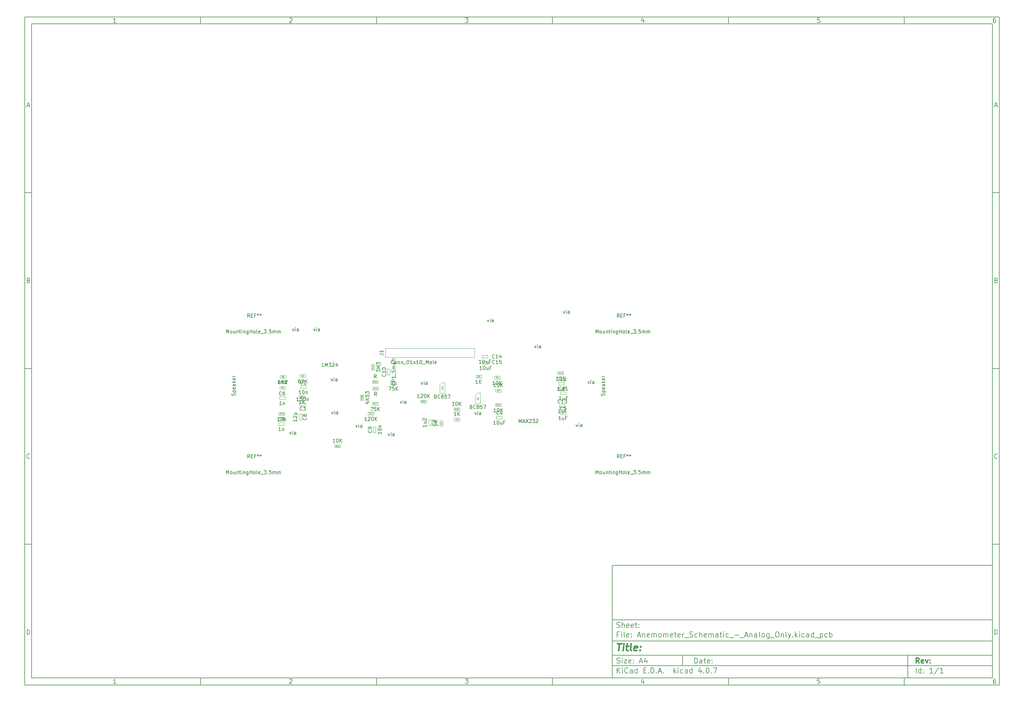
<source format=gbr>
G04 #@! TF.FileFunction,Other,Fab,Top*
%FSLAX46Y46*%
G04 Gerber Fmt 4.6, Leading zero omitted, Abs format (unit mm)*
G04 Created by KiCad (PCBNEW 4.0.7) date Monday, February 19, 2018 'AMt' 09:37:46 AM*
%MOMM*%
%LPD*%
G01*
G04 APERTURE LIST*
%ADD10C,0.100000*%
%ADD11C,0.150000*%
%ADD12C,0.300000*%
%ADD13C,0.400000*%
%ADD14C,0.075000*%
G04 APERTURE END LIST*
D10*
D11*
X177002200Y-166007200D02*
X177002200Y-198007200D01*
X285002200Y-198007200D01*
X285002200Y-166007200D01*
X177002200Y-166007200D01*
D10*
D11*
X10000000Y-10000000D02*
X10000000Y-200007200D01*
X287002200Y-200007200D01*
X287002200Y-10000000D01*
X10000000Y-10000000D01*
D10*
D11*
X12000000Y-12000000D02*
X12000000Y-198007200D01*
X285002200Y-198007200D01*
X285002200Y-12000000D01*
X12000000Y-12000000D01*
D10*
D11*
X60000000Y-12000000D02*
X60000000Y-10000000D01*
D10*
D11*
X110000000Y-12000000D02*
X110000000Y-10000000D01*
D10*
D11*
X160000000Y-12000000D02*
X160000000Y-10000000D01*
D10*
D11*
X210000000Y-12000000D02*
X210000000Y-10000000D01*
D10*
D11*
X260000000Y-12000000D02*
X260000000Y-10000000D01*
D10*
D11*
X35990476Y-11588095D02*
X35247619Y-11588095D01*
X35619048Y-11588095D02*
X35619048Y-10288095D01*
X35495238Y-10473810D01*
X35371429Y-10597619D01*
X35247619Y-10659524D01*
D10*
D11*
X85247619Y-10411905D02*
X85309524Y-10350000D01*
X85433333Y-10288095D01*
X85742857Y-10288095D01*
X85866667Y-10350000D01*
X85928571Y-10411905D01*
X85990476Y-10535714D01*
X85990476Y-10659524D01*
X85928571Y-10845238D01*
X85185714Y-11588095D01*
X85990476Y-11588095D01*
D10*
D11*
X135185714Y-10288095D02*
X135990476Y-10288095D01*
X135557143Y-10783333D01*
X135742857Y-10783333D01*
X135866667Y-10845238D01*
X135928571Y-10907143D01*
X135990476Y-11030952D01*
X135990476Y-11340476D01*
X135928571Y-11464286D01*
X135866667Y-11526190D01*
X135742857Y-11588095D01*
X135371429Y-11588095D01*
X135247619Y-11526190D01*
X135185714Y-11464286D01*
D10*
D11*
X185866667Y-10721429D02*
X185866667Y-11588095D01*
X185557143Y-10226190D02*
X185247619Y-11154762D01*
X186052381Y-11154762D01*
D10*
D11*
X235928571Y-10288095D02*
X235309524Y-10288095D01*
X235247619Y-10907143D01*
X235309524Y-10845238D01*
X235433333Y-10783333D01*
X235742857Y-10783333D01*
X235866667Y-10845238D01*
X235928571Y-10907143D01*
X235990476Y-11030952D01*
X235990476Y-11340476D01*
X235928571Y-11464286D01*
X235866667Y-11526190D01*
X235742857Y-11588095D01*
X235433333Y-11588095D01*
X235309524Y-11526190D01*
X235247619Y-11464286D01*
D10*
D11*
X285866667Y-10288095D02*
X285619048Y-10288095D01*
X285495238Y-10350000D01*
X285433333Y-10411905D01*
X285309524Y-10597619D01*
X285247619Y-10845238D01*
X285247619Y-11340476D01*
X285309524Y-11464286D01*
X285371429Y-11526190D01*
X285495238Y-11588095D01*
X285742857Y-11588095D01*
X285866667Y-11526190D01*
X285928571Y-11464286D01*
X285990476Y-11340476D01*
X285990476Y-11030952D01*
X285928571Y-10907143D01*
X285866667Y-10845238D01*
X285742857Y-10783333D01*
X285495238Y-10783333D01*
X285371429Y-10845238D01*
X285309524Y-10907143D01*
X285247619Y-11030952D01*
D10*
D11*
X60000000Y-198007200D02*
X60000000Y-200007200D01*
D10*
D11*
X110000000Y-198007200D02*
X110000000Y-200007200D01*
D10*
D11*
X160000000Y-198007200D02*
X160000000Y-200007200D01*
D10*
D11*
X210000000Y-198007200D02*
X210000000Y-200007200D01*
D10*
D11*
X260000000Y-198007200D02*
X260000000Y-200007200D01*
D10*
D11*
X35990476Y-199595295D02*
X35247619Y-199595295D01*
X35619048Y-199595295D02*
X35619048Y-198295295D01*
X35495238Y-198481010D01*
X35371429Y-198604819D01*
X35247619Y-198666724D01*
D10*
D11*
X85247619Y-198419105D02*
X85309524Y-198357200D01*
X85433333Y-198295295D01*
X85742857Y-198295295D01*
X85866667Y-198357200D01*
X85928571Y-198419105D01*
X85990476Y-198542914D01*
X85990476Y-198666724D01*
X85928571Y-198852438D01*
X85185714Y-199595295D01*
X85990476Y-199595295D01*
D10*
D11*
X135185714Y-198295295D02*
X135990476Y-198295295D01*
X135557143Y-198790533D01*
X135742857Y-198790533D01*
X135866667Y-198852438D01*
X135928571Y-198914343D01*
X135990476Y-199038152D01*
X135990476Y-199347676D01*
X135928571Y-199471486D01*
X135866667Y-199533390D01*
X135742857Y-199595295D01*
X135371429Y-199595295D01*
X135247619Y-199533390D01*
X135185714Y-199471486D01*
D10*
D11*
X185866667Y-198728629D02*
X185866667Y-199595295D01*
X185557143Y-198233390D02*
X185247619Y-199161962D01*
X186052381Y-199161962D01*
D10*
D11*
X235928571Y-198295295D02*
X235309524Y-198295295D01*
X235247619Y-198914343D01*
X235309524Y-198852438D01*
X235433333Y-198790533D01*
X235742857Y-198790533D01*
X235866667Y-198852438D01*
X235928571Y-198914343D01*
X235990476Y-199038152D01*
X235990476Y-199347676D01*
X235928571Y-199471486D01*
X235866667Y-199533390D01*
X235742857Y-199595295D01*
X235433333Y-199595295D01*
X235309524Y-199533390D01*
X235247619Y-199471486D01*
D10*
D11*
X285866667Y-198295295D02*
X285619048Y-198295295D01*
X285495238Y-198357200D01*
X285433333Y-198419105D01*
X285309524Y-198604819D01*
X285247619Y-198852438D01*
X285247619Y-199347676D01*
X285309524Y-199471486D01*
X285371429Y-199533390D01*
X285495238Y-199595295D01*
X285742857Y-199595295D01*
X285866667Y-199533390D01*
X285928571Y-199471486D01*
X285990476Y-199347676D01*
X285990476Y-199038152D01*
X285928571Y-198914343D01*
X285866667Y-198852438D01*
X285742857Y-198790533D01*
X285495238Y-198790533D01*
X285371429Y-198852438D01*
X285309524Y-198914343D01*
X285247619Y-199038152D01*
D10*
D11*
X10000000Y-60000000D02*
X12000000Y-60000000D01*
D10*
D11*
X10000000Y-110000000D02*
X12000000Y-110000000D01*
D10*
D11*
X10000000Y-160000000D02*
X12000000Y-160000000D01*
D10*
D11*
X10690476Y-35216667D02*
X11309524Y-35216667D01*
X10566667Y-35588095D02*
X11000000Y-34288095D01*
X11433333Y-35588095D01*
D10*
D11*
X11092857Y-84907143D02*
X11278571Y-84969048D01*
X11340476Y-85030952D01*
X11402381Y-85154762D01*
X11402381Y-85340476D01*
X11340476Y-85464286D01*
X11278571Y-85526190D01*
X11154762Y-85588095D01*
X10659524Y-85588095D01*
X10659524Y-84288095D01*
X11092857Y-84288095D01*
X11216667Y-84350000D01*
X11278571Y-84411905D01*
X11340476Y-84535714D01*
X11340476Y-84659524D01*
X11278571Y-84783333D01*
X11216667Y-84845238D01*
X11092857Y-84907143D01*
X10659524Y-84907143D01*
D10*
D11*
X11402381Y-135464286D02*
X11340476Y-135526190D01*
X11154762Y-135588095D01*
X11030952Y-135588095D01*
X10845238Y-135526190D01*
X10721429Y-135402381D01*
X10659524Y-135278571D01*
X10597619Y-135030952D01*
X10597619Y-134845238D01*
X10659524Y-134597619D01*
X10721429Y-134473810D01*
X10845238Y-134350000D01*
X11030952Y-134288095D01*
X11154762Y-134288095D01*
X11340476Y-134350000D01*
X11402381Y-134411905D01*
D10*
D11*
X10659524Y-185588095D02*
X10659524Y-184288095D01*
X10969048Y-184288095D01*
X11154762Y-184350000D01*
X11278571Y-184473810D01*
X11340476Y-184597619D01*
X11402381Y-184845238D01*
X11402381Y-185030952D01*
X11340476Y-185278571D01*
X11278571Y-185402381D01*
X11154762Y-185526190D01*
X10969048Y-185588095D01*
X10659524Y-185588095D01*
D10*
D11*
X287002200Y-60000000D02*
X285002200Y-60000000D01*
D10*
D11*
X287002200Y-110000000D02*
X285002200Y-110000000D01*
D10*
D11*
X287002200Y-160000000D02*
X285002200Y-160000000D01*
D10*
D11*
X285692676Y-35216667D02*
X286311724Y-35216667D01*
X285568867Y-35588095D02*
X286002200Y-34288095D01*
X286435533Y-35588095D01*
D10*
D11*
X286095057Y-84907143D02*
X286280771Y-84969048D01*
X286342676Y-85030952D01*
X286404581Y-85154762D01*
X286404581Y-85340476D01*
X286342676Y-85464286D01*
X286280771Y-85526190D01*
X286156962Y-85588095D01*
X285661724Y-85588095D01*
X285661724Y-84288095D01*
X286095057Y-84288095D01*
X286218867Y-84350000D01*
X286280771Y-84411905D01*
X286342676Y-84535714D01*
X286342676Y-84659524D01*
X286280771Y-84783333D01*
X286218867Y-84845238D01*
X286095057Y-84907143D01*
X285661724Y-84907143D01*
D10*
D11*
X286404581Y-135464286D02*
X286342676Y-135526190D01*
X286156962Y-135588095D01*
X286033152Y-135588095D01*
X285847438Y-135526190D01*
X285723629Y-135402381D01*
X285661724Y-135278571D01*
X285599819Y-135030952D01*
X285599819Y-134845238D01*
X285661724Y-134597619D01*
X285723629Y-134473810D01*
X285847438Y-134350000D01*
X286033152Y-134288095D01*
X286156962Y-134288095D01*
X286342676Y-134350000D01*
X286404581Y-134411905D01*
D10*
D11*
X285661724Y-185588095D02*
X285661724Y-184288095D01*
X285971248Y-184288095D01*
X286156962Y-184350000D01*
X286280771Y-184473810D01*
X286342676Y-184597619D01*
X286404581Y-184845238D01*
X286404581Y-185030952D01*
X286342676Y-185278571D01*
X286280771Y-185402381D01*
X286156962Y-185526190D01*
X285971248Y-185588095D01*
X285661724Y-185588095D01*
D10*
D11*
X200359343Y-193785771D02*
X200359343Y-192285771D01*
X200716486Y-192285771D01*
X200930771Y-192357200D01*
X201073629Y-192500057D01*
X201145057Y-192642914D01*
X201216486Y-192928629D01*
X201216486Y-193142914D01*
X201145057Y-193428629D01*
X201073629Y-193571486D01*
X200930771Y-193714343D01*
X200716486Y-193785771D01*
X200359343Y-193785771D01*
X202502200Y-193785771D02*
X202502200Y-193000057D01*
X202430771Y-192857200D01*
X202287914Y-192785771D01*
X202002200Y-192785771D01*
X201859343Y-192857200D01*
X202502200Y-193714343D02*
X202359343Y-193785771D01*
X202002200Y-193785771D01*
X201859343Y-193714343D01*
X201787914Y-193571486D01*
X201787914Y-193428629D01*
X201859343Y-193285771D01*
X202002200Y-193214343D01*
X202359343Y-193214343D01*
X202502200Y-193142914D01*
X203002200Y-192785771D02*
X203573629Y-192785771D01*
X203216486Y-192285771D02*
X203216486Y-193571486D01*
X203287914Y-193714343D01*
X203430772Y-193785771D01*
X203573629Y-193785771D01*
X204645057Y-193714343D02*
X204502200Y-193785771D01*
X204216486Y-193785771D01*
X204073629Y-193714343D01*
X204002200Y-193571486D01*
X204002200Y-193000057D01*
X204073629Y-192857200D01*
X204216486Y-192785771D01*
X204502200Y-192785771D01*
X204645057Y-192857200D01*
X204716486Y-193000057D01*
X204716486Y-193142914D01*
X204002200Y-193285771D01*
X205359343Y-193642914D02*
X205430771Y-193714343D01*
X205359343Y-193785771D01*
X205287914Y-193714343D01*
X205359343Y-193642914D01*
X205359343Y-193785771D01*
X205359343Y-192857200D02*
X205430771Y-192928629D01*
X205359343Y-193000057D01*
X205287914Y-192928629D01*
X205359343Y-192857200D01*
X205359343Y-193000057D01*
D10*
D11*
X177002200Y-194507200D02*
X285002200Y-194507200D01*
D10*
D11*
X178359343Y-196585771D02*
X178359343Y-195085771D01*
X179216486Y-196585771D02*
X178573629Y-195728629D01*
X179216486Y-195085771D02*
X178359343Y-195942914D01*
X179859343Y-196585771D02*
X179859343Y-195585771D01*
X179859343Y-195085771D02*
X179787914Y-195157200D01*
X179859343Y-195228629D01*
X179930771Y-195157200D01*
X179859343Y-195085771D01*
X179859343Y-195228629D01*
X181430772Y-196442914D02*
X181359343Y-196514343D01*
X181145057Y-196585771D01*
X181002200Y-196585771D01*
X180787915Y-196514343D01*
X180645057Y-196371486D01*
X180573629Y-196228629D01*
X180502200Y-195942914D01*
X180502200Y-195728629D01*
X180573629Y-195442914D01*
X180645057Y-195300057D01*
X180787915Y-195157200D01*
X181002200Y-195085771D01*
X181145057Y-195085771D01*
X181359343Y-195157200D01*
X181430772Y-195228629D01*
X182716486Y-196585771D02*
X182716486Y-195800057D01*
X182645057Y-195657200D01*
X182502200Y-195585771D01*
X182216486Y-195585771D01*
X182073629Y-195657200D01*
X182716486Y-196514343D02*
X182573629Y-196585771D01*
X182216486Y-196585771D01*
X182073629Y-196514343D01*
X182002200Y-196371486D01*
X182002200Y-196228629D01*
X182073629Y-196085771D01*
X182216486Y-196014343D01*
X182573629Y-196014343D01*
X182716486Y-195942914D01*
X184073629Y-196585771D02*
X184073629Y-195085771D01*
X184073629Y-196514343D02*
X183930772Y-196585771D01*
X183645058Y-196585771D01*
X183502200Y-196514343D01*
X183430772Y-196442914D01*
X183359343Y-196300057D01*
X183359343Y-195871486D01*
X183430772Y-195728629D01*
X183502200Y-195657200D01*
X183645058Y-195585771D01*
X183930772Y-195585771D01*
X184073629Y-195657200D01*
X185930772Y-195800057D02*
X186430772Y-195800057D01*
X186645058Y-196585771D02*
X185930772Y-196585771D01*
X185930772Y-195085771D01*
X186645058Y-195085771D01*
X187287915Y-196442914D02*
X187359343Y-196514343D01*
X187287915Y-196585771D01*
X187216486Y-196514343D01*
X187287915Y-196442914D01*
X187287915Y-196585771D01*
X188002201Y-196585771D02*
X188002201Y-195085771D01*
X188359344Y-195085771D01*
X188573629Y-195157200D01*
X188716487Y-195300057D01*
X188787915Y-195442914D01*
X188859344Y-195728629D01*
X188859344Y-195942914D01*
X188787915Y-196228629D01*
X188716487Y-196371486D01*
X188573629Y-196514343D01*
X188359344Y-196585771D01*
X188002201Y-196585771D01*
X189502201Y-196442914D02*
X189573629Y-196514343D01*
X189502201Y-196585771D01*
X189430772Y-196514343D01*
X189502201Y-196442914D01*
X189502201Y-196585771D01*
X190145058Y-196157200D02*
X190859344Y-196157200D01*
X190002201Y-196585771D02*
X190502201Y-195085771D01*
X191002201Y-196585771D01*
X191502201Y-196442914D02*
X191573629Y-196514343D01*
X191502201Y-196585771D01*
X191430772Y-196514343D01*
X191502201Y-196442914D01*
X191502201Y-196585771D01*
X194502201Y-196585771D02*
X194502201Y-195085771D01*
X194645058Y-196014343D02*
X195073629Y-196585771D01*
X195073629Y-195585771D02*
X194502201Y-196157200D01*
X195716487Y-196585771D02*
X195716487Y-195585771D01*
X195716487Y-195085771D02*
X195645058Y-195157200D01*
X195716487Y-195228629D01*
X195787915Y-195157200D01*
X195716487Y-195085771D01*
X195716487Y-195228629D01*
X197073630Y-196514343D02*
X196930773Y-196585771D01*
X196645059Y-196585771D01*
X196502201Y-196514343D01*
X196430773Y-196442914D01*
X196359344Y-196300057D01*
X196359344Y-195871486D01*
X196430773Y-195728629D01*
X196502201Y-195657200D01*
X196645059Y-195585771D01*
X196930773Y-195585771D01*
X197073630Y-195657200D01*
X198359344Y-196585771D02*
X198359344Y-195800057D01*
X198287915Y-195657200D01*
X198145058Y-195585771D01*
X197859344Y-195585771D01*
X197716487Y-195657200D01*
X198359344Y-196514343D02*
X198216487Y-196585771D01*
X197859344Y-196585771D01*
X197716487Y-196514343D01*
X197645058Y-196371486D01*
X197645058Y-196228629D01*
X197716487Y-196085771D01*
X197859344Y-196014343D01*
X198216487Y-196014343D01*
X198359344Y-195942914D01*
X199716487Y-196585771D02*
X199716487Y-195085771D01*
X199716487Y-196514343D02*
X199573630Y-196585771D01*
X199287916Y-196585771D01*
X199145058Y-196514343D01*
X199073630Y-196442914D01*
X199002201Y-196300057D01*
X199002201Y-195871486D01*
X199073630Y-195728629D01*
X199145058Y-195657200D01*
X199287916Y-195585771D01*
X199573630Y-195585771D01*
X199716487Y-195657200D01*
X202216487Y-195585771D02*
X202216487Y-196585771D01*
X201859344Y-195014343D02*
X201502201Y-196085771D01*
X202430773Y-196085771D01*
X203002201Y-196442914D02*
X203073629Y-196514343D01*
X203002201Y-196585771D01*
X202930772Y-196514343D01*
X203002201Y-196442914D01*
X203002201Y-196585771D01*
X204002201Y-195085771D02*
X204145058Y-195085771D01*
X204287915Y-195157200D01*
X204359344Y-195228629D01*
X204430773Y-195371486D01*
X204502201Y-195657200D01*
X204502201Y-196014343D01*
X204430773Y-196300057D01*
X204359344Y-196442914D01*
X204287915Y-196514343D01*
X204145058Y-196585771D01*
X204002201Y-196585771D01*
X203859344Y-196514343D01*
X203787915Y-196442914D01*
X203716487Y-196300057D01*
X203645058Y-196014343D01*
X203645058Y-195657200D01*
X203716487Y-195371486D01*
X203787915Y-195228629D01*
X203859344Y-195157200D01*
X204002201Y-195085771D01*
X205145058Y-196442914D02*
X205216486Y-196514343D01*
X205145058Y-196585771D01*
X205073629Y-196514343D01*
X205145058Y-196442914D01*
X205145058Y-196585771D01*
X205716487Y-195085771D02*
X206716487Y-195085771D01*
X206073630Y-196585771D01*
D10*
D11*
X177002200Y-191507200D02*
X285002200Y-191507200D01*
D10*
D12*
X264216486Y-193785771D02*
X263716486Y-193071486D01*
X263359343Y-193785771D02*
X263359343Y-192285771D01*
X263930771Y-192285771D01*
X264073629Y-192357200D01*
X264145057Y-192428629D01*
X264216486Y-192571486D01*
X264216486Y-192785771D01*
X264145057Y-192928629D01*
X264073629Y-193000057D01*
X263930771Y-193071486D01*
X263359343Y-193071486D01*
X265430771Y-193714343D02*
X265287914Y-193785771D01*
X265002200Y-193785771D01*
X264859343Y-193714343D01*
X264787914Y-193571486D01*
X264787914Y-193000057D01*
X264859343Y-192857200D01*
X265002200Y-192785771D01*
X265287914Y-192785771D01*
X265430771Y-192857200D01*
X265502200Y-193000057D01*
X265502200Y-193142914D01*
X264787914Y-193285771D01*
X266002200Y-192785771D02*
X266359343Y-193785771D01*
X266716485Y-192785771D01*
X267287914Y-193642914D02*
X267359342Y-193714343D01*
X267287914Y-193785771D01*
X267216485Y-193714343D01*
X267287914Y-193642914D01*
X267287914Y-193785771D01*
X267287914Y-192857200D02*
X267359342Y-192928629D01*
X267287914Y-193000057D01*
X267216485Y-192928629D01*
X267287914Y-192857200D01*
X267287914Y-193000057D01*
D10*
D11*
X178287914Y-193714343D02*
X178502200Y-193785771D01*
X178859343Y-193785771D01*
X179002200Y-193714343D01*
X179073629Y-193642914D01*
X179145057Y-193500057D01*
X179145057Y-193357200D01*
X179073629Y-193214343D01*
X179002200Y-193142914D01*
X178859343Y-193071486D01*
X178573629Y-193000057D01*
X178430771Y-192928629D01*
X178359343Y-192857200D01*
X178287914Y-192714343D01*
X178287914Y-192571486D01*
X178359343Y-192428629D01*
X178430771Y-192357200D01*
X178573629Y-192285771D01*
X178930771Y-192285771D01*
X179145057Y-192357200D01*
X179787914Y-193785771D02*
X179787914Y-192785771D01*
X179787914Y-192285771D02*
X179716485Y-192357200D01*
X179787914Y-192428629D01*
X179859342Y-192357200D01*
X179787914Y-192285771D01*
X179787914Y-192428629D01*
X180359343Y-192785771D02*
X181145057Y-192785771D01*
X180359343Y-193785771D01*
X181145057Y-193785771D01*
X182287914Y-193714343D02*
X182145057Y-193785771D01*
X181859343Y-193785771D01*
X181716486Y-193714343D01*
X181645057Y-193571486D01*
X181645057Y-193000057D01*
X181716486Y-192857200D01*
X181859343Y-192785771D01*
X182145057Y-192785771D01*
X182287914Y-192857200D01*
X182359343Y-193000057D01*
X182359343Y-193142914D01*
X181645057Y-193285771D01*
X183002200Y-193642914D02*
X183073628Y-193714343D01*
X183002200Y-193785771D01*
X182930771Y-193714343D01*
X183002200Y-193642914D01*
X183002200Y-193785771D01*
X183002200Y-192857200D02*
X183073628Y-192928629D01*
X183002200Y-193000057D01*
X182930771Y-192928629D01*
X183002200Y-192857200D01*
X183002200Y-193000057D01*
X184787914Y-193357200D02*
X185502200Y-193357200D01*
X184645057Y-193785771D02*
X185145057Y-192285771D01*
X185645057Y-193785771D01*
X186787914Y-192785771D02*
X186787914Y-193785771D01*
X186430771Y-192214343D02*
X186073628Y-193285771D01*
X187002200Y-193285771D01*
D10*
D11*
X263359343Y-196585771D02*
X263359343Y-195085771D01*
X264716486Y-196585771D02*
X264716486Y-195085771D01*
X264716486Y-196514343D02*
X264573629Y-196585771D01*
X264287915Y-196585771D01*
X264145057Y-196514343D01*
X264073629Y-196442914D01*
X264002200Y-196300057D01*
X264002200Y-195871486D01*
X264073629Y-195728629D01*
X264145057Y-195657200D01*
X264287915Y-195585771D01*
X264573629Y-195585771D01*
X264716486Y-195657200D01*
X265430772Y-196442914D02*
X265502200Y-196514343D01*
X265430772Y-196585771D01*
X265359343Y-196514343D01*
X265430772Y-196442914D01*
X265430772Y-196585771D01*
X265430772Y-195657200D02*
X265502200Y-195728629D01*
X265430772Y-195800057D01*
X265359343Y-195728629D01*
X265430772Y-195657200D01*
X265430772Y-195800057D01*
X268073629Y-196585771D02*
X267216486Y-196585771D01*
X267645058Y-196585771D02*
X267645058Y-195085771D01*
X267502201Y-195300057D01*
X267359343Y-195442914D01*
X267216486Y-195514343D01*
X269787914Y-195014343D02*
X268502200Y-196942914D01*
X271073629Y-196585771D02*
X270216486Y-196585771D01*
X270645058Y-196585771D02*
X270645058Y-195085771D01*
X270502201Y-195300057D01*
X270359343Y-195442914D01*
X270216486Y-195514343D01*
D10*
D11*
X177002200Y-187507200D02*
X285002200Y-187507200D01*
D10*
D13*
X178454581Y-188211962D02*
X179597438Y-188211962D01*
X178776010Y-190211962D02*
X179026010Y-188211962D01*
X180014105Y-190211962D02*
X180180771Y-188878629D01*
X180264105Y-188211962D02*
X180156962Y-188307200D01*
X180240295Y-188402438D01*
X180347439Y-188307200D01*
X180264105Y-188211962D01*
X180240295Y-188402438D01*
X180847438Y-188878629D02*
X181609343Y-188878629D01*
X181216486Y-188211962D02*
X181002200Y-189926248D01*
X181073630Y-190116724D01*
X181252201Y-190211962D01*
X181442677Y-190211962D01*
X182395058Y-190211962D02*
X182216487Y-190116724D01*
X182145057Y-189926248D01*
X182359343Y-188211962D01*
X183930772Y-190116724D02*
X183728391Y-190211962D01*
X183347439Y-190211962D01*
X183168867Y-190116724D01*
X183097438Y-189926248D01*
X183192676Y-189164343D01*
X183311724Y-188973867D01*
X183514105Y-188878629D01*
X183895057Y-188878629D01*
X184073629Y-188973867D01*
X184145057Y-189164343D01*
X184121248Y-189354819D01*
X183145057Y-189545295D01*
X184895057Y-190021486D02*
X184978392Y-190116724D01*
X184871248Y-190211962D01*
X184787915Y-190116724D01*
X184895057Y-190021486D01*
X184871248Y-190211962D01*
X185026010Y-188973867D02*
X185109344Y-189069105D01*
X185002200Y-189164343D01*
X184918867Y-189069105D01*
X185026010Y-188973867D01*
X185002200Y-189164343D01*
D10*
D11*
X178859343Y-185600057D02*
X178359343Y-185600057D01*
X178359343Y-186385771D02*
X178359343Y-184885771D01*
X179073629Y-184885771D01*
X179645057Y-186385771D02*
X179645057Y-185385771D01*
X179645057Y-184885771D02*
X179573628Y-184957200D01*
X179645057Y-185028629D01*
X179716485Y-184957200D01*
X179645057Y-184885771D01*
X179645057Y-185028629D01*
X180573629Y-186385771D02*
X180430771Y-186314343D01*
X180359343Y-186171486D01*
X180359343Y-184885771D01*
X181716485Y-186314343D02*
X181573628Y-186385771D01*
X181287914Y-186385771D01*
X181145057Y-186314343D01*
X181073628Y-186171486D01*
X181073628Y-185600057D01*
X181145057Y-185457200D01*
X181287914Y-185385771D01*
X181573628Y-185385771D01*
X181716485Y-185457200D01*
X181787914Y-185600057D01*
X181787914Y-185742914D01*
X181073628Y-185885771D01*
X182430771Y-186242914D02*
X182502199Y-186314343D01*
X182430771Y-186385771D01*
X182359342Y-186314343D01*
X182430771Y-186242914D01*
X182430771Y-186385771D01*
X182430771Y-185457200D02*
X182502199Y-185528629D01*
X182430771Y-185600057D01*
X182359342Y-185528629D01*
X182430771Y-185457200D01*
X182430771Y-185600057D01*
X184216485Y-185957200D02*
X184930771Y-185957200D01*
X184073628Y-186385771D02*
X184573628Y-184885771D01*
X185073628Y-186385771D01*
X185573628Y-185385771D02*
X185573628Y-186385771D01*
X185573628Y-185528629D02*
X185645056Y-185457200D01*
X185787914Y-185385771D01*
X186002199Y-185385771D01*
X186145056Y-185457200D01*
X186216485Y-185600057D01*
X186216485Y-186385771D01*
X187502199Y-186314343D02*
X187359342Y-186385771D01*
X187073628Y-186385771D01*
X186930771Y-186314343D01*
X186859342Y-186171486D01*
X186859342Y-185600057D01*
X186930771Y-185457200D01*
X187073628Y-185385771D01*
X187359342Y-185385771D01*
X187502199Y-185457200D01*
X187573628Y-185600057D01*
X187573628Y-185742914D01*
X186859342Y-185885771D01*
X188216485Y-186385771D02*
X188216485Y-185385771D01*
X188216485Y-185528629D02*
X188287913Y-185457200D01*
X188430771Y-185385771D01*
X188645056Y-185385771D01*
X188787913Y-185457200D01*
X188859342Y-185600057D01*
X188859342Y-186385771D01*
X188859342Y-185600057D02*
X188930771Y-185457200D01*
X189073628Y-185385771D01*
X189287913Y-185385771D01*
X189430771Y-185457200D01*
X189502199Y-185600057D01*
X189502199Y-186385771D01*
X190430771Y-186385771D02*
X190287913Y-186314343D01*
X190216485Y-186242914D01*
X190145056Y-186100057D01*
X190145056Y-185671486D01*
X190216485Y-185528629D01*
X190287913Y-185457200D01*
X190430771Y-185385771D01*
X190645056Y-185385771D01*
X190787913Y-185457200D01*
X190859342Y-185528629D01*
X190930771Y-185671486D01*
X190930771Y-186100057D01*
X190859342Y-186242914D01*
X190787913Y-186314343D01*
X190645056Y-186385771D01*
X190430771Y-186385771D01*
X191573628Y-186385771D02*
X191573628Y-185385771D01*
X191573628Y-185528629D02*
X191645056Y-185457200D01*
X191787914Y-185385771D01*
X192002199Y-185385771D01*
X192145056Y-185457200D01*
X192216485Y-185600057D01*
X192216485Y-186385771D01*
X192216485Y-185600057D02*
X192287914Y-185457200D01*
X192430771Y-185385771D01*
X192645056Y-185385771D01*
X192787914Y-185457200D01*
X192859342Y-185600057D01*
X192859342Y-186385771D01*
X194145056Y-186314343D02*
X194002199Y-186385771D01*
X193716485Y-186385771D01*
X193573628Y-186314343D01*
X193502199Y-186171486D01*
X193502199Y-185600057D01*
X193573628Y-185457200D01*
X193716485Y-185385771D01*
X194002199Y-185385771D01*
X194145056Y-185457200D01*
X194216485Y-185600057D01*
X194216485Y-185742914D01*
X193502199Y-185885771D01*
X194645056Y-185385771D02*
X195216485Y-185385771D01*
X194859342Y-184885771D02*
X194859342Y-186171486D01*
X194930770Y-186314343D01*
X195073628Y-186385771D01*
X195216485Y-186385771D01*
X196287913Y-186314343D02*
X196145056Y-186385771D01*
X195859342Y-186385771D01*
X195716485Y-186314343D01*
X195645056Y-186171486D01*
X195645056Y-185600057D01*
X195716485Y-185457200D01*
X195859342Y-185385771D01*
X196145056Y-185385771D01*
X196287913Y-185457200D01*
X196359342Y-185600057D01*
X196359342Y-185742914D01*
X195645056Y-185885771D01*
X197002199Y-186385771D02*
X197002199Y-185385771D01*
X197002199Y-185671486D02*
X197073627Y-185528629D01*
X197145056Y-185457200D01*
X197287913Y-185385771D01*
X197430770Y-185385771D01*
X197573627Y-186528629D02*
X198716484Y-186528629D01*
X199002198Y-186314343D02*
X199216484Y-186385771D01*
X199573627Y-186385771D01*
X199716484Y-186314343D01*
X199787913Y-186242914D01*
X199859341Y-186100057D01*
X199859341Y-185957200D01*
X199787913Y-185814343D01*
X199716484Y-185742914D01*
X199573627Y-185671486D01*
X199287913Y-185600057D01*
X199145055Y-185528629D01*
X199073627Y-185457200D01*
X199002198Y-185314343D01*
X199002198Y-185171486D01*
X199073627Y-185028629D01*
X199145055Y-184957200D01*
X199287913Y-184885771D01*
X199645055Y-184885771D01*
X199859341Y-184957200D01*
X201145055Y-186314343D02*
X201002198Y-186385771D01*
X200716484Y-186385771D01*
X200573626Y-186314343D01*
X200502198Y-186242914D01*
X200430769Y-186100057D01*
X200430769Y-185671486D01*
X200502198Y-185528629D01*
X200573626Y-185457200D01*
X200716484Y-185385771D01*
X201002198Y-185385771D01*
X201145055Y-185457200D01*
X201787912Y-186385771D02*
X201787912Y-184885771D01*
X202430769Y-186385771D02*
X202430769Y-185600057D01*
X202359340Y-185457200D01*
X202216483Y-185385771D01*
X202002198Y-185385771D01*
X201859340Y-185457200D01*
X201787912Y-185528629D01*
X203716483Y-186314343D02*
X203573626Y-186385771D01*
X203287912Y-186385771D01*
X203145055Y-186314343D01*
X203073626Y-186171486D01*
X203073626Y-185600057D01*
X203145055Y-185457200D01*
X203287912Y-185385771D01*
X203573626Y-185385771D01*
X203716483Y-185457200D01*
X203787912Y-185600057D01*
X203787912Y-185742914D01*
X203073626Y-185885771D01*
X204430769Y-186385771D02*
X204430769Y-185385771D01*
X204430769Y-185528629D02*
X204502197Y-185457200D01*
X204645055Y-185385771D01*
X204859340Y-185385771D01*
X205002197Y-185457200D01*
X205073626Y-185600057D01*
X205073626Y-186385771D01*
X205073626Y-185600057D02*
X205145055Y-185457200D01*
X205287912Y-185385771D01*
X205502197Y-185385771D01*
X205645055Y-185457200D01*
X205716483Y-185600057D01*
X205716483Y-186385771D01*
X207073626Y-186385771D02*
X207073626Y-185600057D01*
X207002197Y-185457200D01*
X206859340Y-185385771D01*
X206573626Y-185385771D01*
X206430769Y-185457200D01*
X207073626Y-186314343D02*
X206930769Y-186385771D01*
X206573626Y-186385771D01*
X206430769Y-186314343D01*
X206359340Y-186171486D01*
X206359340Y-186028629D01*
X206430769Y-185885771D01*
X206573626Y-185814343D01*
X206930769Y-185814343D01*
X207073626Y-185742914D01*
X207573626Y-185385771D02*
X208145055Y-185385771D01*
X207787912Y-184885771D02*
X207787912Y-186171486D01*
X207859340Y-186314343D01*
X208002198Y-186385771D01*
X208145055Y-186385771D01*
X208645055Y-186385771D02*
X208645055Y-185385771D01*
X208645055Y-184885771D02*
X208573626Y-184957200D01*
X208645055Y-185028629D01*
X208716483Y-184957200D01*
X208645055Y-184885771D01*
X208645055Y-185028629D01*
X210002198Y-186314343D02*
X209859341Y-186385771D01*
X209573627Y-186385771D01*
X209430769Y-186314343D01*
X209359341Y-186242914D01*
X209287912Y-186100057D01*
X209287912Y-185671486D01*
X209359341Y-185528629D01*
X209430769Y-185457200D01*
X209573627Y-185385771D01*
X209859341Y-185385771D01*
X210002198Y-185457200D01*
X210287912Y-186528629D02*
X211430769Y-186528629D01*
X211787912Y-185814343D02*
X212930769Y-185814343D01*
X213287912Y-186528629D02*
X214430769Y-186528629D01*
X214716483Y-185957200D02*
X215430769Y-185957200D01*
X214573626Y-186385771D02*
X215073626Y-184885771D01*
X215573626Y-186385771D01*
X216073626Y-185385771D02*
X216073626Y-186385771D01*
X216073626Y-185528629D02*
X216145054Y-185457200D01*
X216287912Y-185385771D01*
X216502197Y-185385771D01*
X216645054Y-185457200D01*
X216716483Y-185600057D01*
X216716483Y-186385771D01*
X218073626Y-186385771D02*
X218073626Y-185600057D01*
X218002197Y-185457200D01*
X217859340Y-185385771D01*
X217573626Y-185385771D01*
X217430769Y-185457200D01*
X218073626Y-186314343D02*
X217930769Y-186385771D01*
X217573626Y-186385771D01*
X217430769Y-186314343D01*
X217359340Y-186171486D01*
X217359340Y-186028629D01*
X217430769Y-185885771D01*
X217573626Y-185814343D01*
X217930769Y-185814343D01*
X218073626Y-185742914D01*
X219002198Y-186385771D02*
X218859340Y-186314343D01*
X218787912Y-186171486D01*
X218787912Y-184885771D01*
X219787912Y-186385771D02*
X219645054Y-186314343D01*
X219573626Y-186242914D01*
X219502197Y-186100057D01*
X219502197Y-185671486D01*
X219573626Y-185528629D01*
X219645054Y-185457200D01*
X219787912Y-185385771D01*
X220002197Y-185385771D01*
X220145054Y-185457200D01*
X220216483Y-185528629D01*
X220287912Y-185671486D01*
X220287912Y-186100057D01*
X220216483Y-186242914D01*
X220145054Y-186314343D01*
X220002197Y-186385771D01*
X219787912Y-186385771D01*
X221573626Y-185385771D02*
X221573626Y-186600057D01*
X221502197Y-186742914D01*
X221430769Y-186814343D01*
X221287912Y-186885771D01*
X221073626Y-186885771D01*
X220930769Y-186814343D01*
X221573626Y-186314343D02*
X221430769Y-186385771D01*
X221145055Y-186385771D01*
X221002197Y-186314343D01*
X220930769Y-186242914D01*
X220859340Y-186100057D01*
X220859340Y-185671486D01*
X220930769Y-185528629D01*
X221002197Y-185457200D01*
X221145055Y-185385771D01*
X221430769Y-185385771D01*
X221573626Y-185457200D01*
X221930769Y-186528629D02*
X223073626Y-186528629D01*
X223716483Y-184885771D02*
X224002197Y-184885771D01*
X224145055Y-184957200D01*
X224287912Y-185100057D01*
X224359340Y-185385771D01*
X224359340Y-185885771D01*
X224287912Y-186171486D01*
X224145055Y-186314343D01*
X224002197Y-186385771D01*
X223716483Y-186385771D01*
X223573626Y-186314343D01*
X223430769Y-186171486D01*
X223359340Y-185885771D01*
X223359340Y-185385771D01*
X223430769Y-185100057D01*
X223573626Y-184957200D01*
X223716483Y-184885771D01*
X225002198Y-185385771D02*
X225002198Y-186385771D01*
X225002198Y-185528629D02*
X225073626Y-185457200D01*
X225216484Y-185385771D01*
X225430769Y-185385771D01*
X225573626Y-185457200D01*
X225645055Y-185600057D01*
X225645055Y-186385771D01*
X226573627Y-186385771D02*
X226430769Y-186314343D01*
X226359341Y-186171486D01*
X226359341Y-184885771D01*
X227002198Y-185385771D02*
X227359341Y-186385771D01*
X227716483Y-185385771D02*
X227359341Y-186385771D01*
X227216483Y-186742914D01*
X227145055Y-186814343D01*
X227002198Y-186885771D01*
X228287912Y-186242914D02*
X228359340Y-186314343D01*
X228287912Y-186385771D01*
X228216483Y-186314343D01*
X228287912Y-186242914D01*
X228287912Y-186385771D01*
X229002198Y-186385771D02*
X229002198Y-184885771D01*
X229145055Y-185814343D02*
X229573626Y-186385771D01*
X229573626Y-185385771D02*
X229002198Y-185957200D01*
X230216484Y-186385771D02*
X230216484Y-185385771D01*
X230216484Y-184885771D02*
X230145055Y-184957200D01*
X230216484Y-185028629D01*
X230287912Y-184957200D01*
X230216484Y-184885771D01*
X230216484Y-185028629D01*
X231573627Y-186314343D02*
X231430770Y-186385771D01*
X231145056Y-186385771D01*
X231002198Y-186314343D01*
X230930770Y-186242914D01*
X230859341Y-186100057D01*
X230859341Y-185671486D01*
X230930770Y-185528629D01*
X231002198Y-185457200D01*
X231145056Y-185385771D01*
X231430770Y-185385771D01*
X231573627Y-185457200D01*
X232859341Y-186385771D02*
X232859341Y-185600057D01*
X232787912Y-185457200D01*
X232645055Y-185385771D01*
X232359341Y-185385771D01*
X232216484Y-185457200D01*
X232859341Y-186314343D02*
X232716484Y-186385771D01*
X232359341Y-186385771D01*
X232216484Y-186314343D01*
X232145055Y-186171486D01*
X232145055Y-186028629D01*
X232216484Y-185885771D01*
X232359341Y-185814343D01*
X232716484Y-185814343D01*
X232859341Y-185742914D01*
X234216484Y-186385771D02*
X234216484Y-184885771D01*
X234216484Y-186314343D02*
X234073627Y-186385771D01*
X233787913Y-186385771D01*
X233645055Y-186314343D01*
X233573627Y-186242914D01*
X233502198Y-186100057D01*
X233502198Y-185671486D01*
X233573627Y-185528629D01*
X233645055Y-185457200D01*
X233787913Y-185385771D01*
X234073627Y-185385771D01*
X234216484Y-185457200D01*
X234573627Y-186528629D02*
X235716484Y-186528629D01*
X236073627Y-185385771D02*
X236073627Y-186885771D01*
X236073627Y-185457200D02*
X236216484Y-185385771D01*
X236502198Y-185385771D01*
X236645055Y-185457200D01*
X236716484Y-185528629D01*
X236787913Y-185671486D01*
X236787913Y-186100057D01*
X236716484Y-186242914D01*
X236645055Y-186314343D01*
X236502198Y-186385771D01*
X236216484Y-186385771D01*
X236073627Y-186314343D01*
X238073627Y-186314343D02*
X237930770Y-186385771D01*
X237645056Y-186385771D01*
X237502198Y-186314343D01*
X237430770Y-186242914D01*
X237359341Y-186100057D01*
X237359341Y-185671486D01*
X237430770Y-185528629D01*
X237502198Y-185457200D01*
X237645056Y-185385771D01*
X237930770Y-185385771D01*
X238073627Y-185457200D01*
X238716484Y-186385771D02*
X238716484Y-184885771D01*
X238716484Y-185457200D02*
X238859341Y-185385771D01*
X239145055Y-185385771D01*
X239287912Y-185457200D01*
X239359341Y-185528629D01*
X239430770Y-185671486D01*
X239430770Y-186100057D01*
X239359341Y-186242914D01*
X239287912Y-186314343D01*
X239145055Y-186385771D01*
X238859341Y-186385771D01*
X238716484Y-186314343D01*
D10*
D11*
X177002200Y-181507200D02*
X285002200Y-181507200D01*
D10*
D11*
X178287914Y-183614343D02*
X178502200Y-183685771D01*
X178859343Y-183685771D01*
X179002200Y-183614343D01*
X179073629Y-183542914D01*
X179145057Y-183400057D01*
X179145057Y-183257200D01*
X179073629Y-183114343D01*
X179002200Y-183042914D01*
X178859343Y-182971486D01*
X178573629Y-182900057D01*
X178430771Y-182828629D01*
X178359343Y-182757200D01*
X178287914Y-182614343D01*
X178287914Y-182471486D01*
X178359343Y-182328629D01*
X178430771Y-182257200D01*
X178573629Y-182185771D01*
X178930771Y-182185771D01*
X179145057Y-182257200D01*
X179787914Y-183685771D02*
X179787914Y-182185771D01*
X180430771Y-183685771D02*
X180430771Y-182900057D01*
X180359342Y-182757200D01*
X180216485Y-182685771D01*
X180002200Y-182685771D01*
X179859342Y-182757200D01*
X179787914Y-182828629D01*
X181716485Y-183614343D02*
X181573628Y-183685771D01*
X181287914Y-183685771D01*
X181145057Y-183614343D01*
X181073628Y-183471486D01*
X181073628Y-182900057D01*
X181145057Y-182757200D01*
X181287914Y-182685771D01*
X181573628Y-182685771D01*
X181716485Y-182757200D01*
X181787914Y-182900057D01*
X181787914Y-183042914D01*
X181073628Y-183185771D01*
X183002199Y-183614343D02*
X182859342Y-183685771D01*
X182573628Y-183685771D01*
X182430771Y-183614343D01*
X182359342Y-183471486D01*
X182359342Y-182900057D01*
X182430771Y-182757200D01*
X182573628Y-182685771D01*
X182859342Y-182685771D01*
X183002199Y-182757200D01*
X183073628Y-182900057D01*
X183073628Y-183042914D01*
X182359342Y-183185771D01*
X183502199Y-182685771D02*
X184073628Y-182685771D01*
X183716485Y-182185771D02*
X183716485Y-183471486D01*
X183787913Y-183614343D01*
X183930771Y-183685771D01*
X184073628Y-183685771D01*
X184573628Y-183542914D02*
X184645056Y-183614343D01*
X184573628Y-183685771D01*
X184502199Y-183614343D01*
X184573628Y-183542914D01*
X184573628Y-183685771D01*
X184573628Y-182757200D02*
X184645056Y-182828629D01*
X184573628Y-182900057D01*
X184502199Y-182828629D01*
X184573628Y-182757200D01*
X184573628Y-182900057D01*
D10*
D11*
X197002200Y-191507200D02*
X197002200Y-194507200D01*
D10*
D11*
X261002200Y-191507200D02*
X261002200Y-198007200D01*
D10*
X143771540Y-120740120D02*
X143771540Y-119940120D01*
X145371540Y-120740120D02*
X143771540Y-120740120D01*
X145371540Y-119940120D02*
X145371540Y-120740120D01*
X143771540Y-119940120D02*
X145371540Y-119940120D01*
X88381940Y-115672820D02*
X88381940Y-114872820D01*
X89981940Y-115672820D02*
X88381940Y-115672820D01*
X89981940Y-114872820D02*
X89981940Y-115672820D01*
X88381940Y-114872820D02*
X89981940Y-114872820D01*
X124800000Y-124600000D02*
X125600000Y-124600000D01*
X124800000Y-126200000D02*
X124800000Y-124600000D01*
X125600000Y-126200000D02*
X124800000Y-126200000D01*
X125600000Y-124600000D02*
X125600000Y-126200000D01*
X89800000Y-119800000D02*
X89800000Y-120600000D01*
X88200000Y-119800000D02*
X89800000Y-119800000D01*
X88200000Y-120600000D02*
X88200000Y-119800000D01*
X89800000Y-120600000D02*
X88200000Y-120600000D01*
X144079020Y-124316440D02*
X144079020Y-123516440D01*
X145679020Y-124316440D02*
X144079020Y-124316440D01*
X145679020Y-123516440D02*
X145679020Y-124316440D01*
X144079020Y-123516440D02*
X145679020Y-123516440D01*
X162161280Y-123018500D02*
X162161280Y-122218500D01*
X163761280Y-123018500D02*
X162161280Y-123018500D01*
X163761280Y-122218500D02*
X163761280Y-123018500D01*
X162161280Y-122218500D02*
X163761280Y-122218500D01*
X82384960Y-118781780D02*
X82384960Y-117981780D01*
X83984960Y-118781780D02*
X82384960Y-118781780D01*
X83984960Y-117981780D02*
X83984960Y-118781780D01*
X82384960Y-117981780D02*
X83984960Y-117981780D01*
X82184960Y-126126600D02*
X82184960Y-125326600D01*
X83784960Y-126126600D02*
X82184960Y-126126600D01*
X83784960Y-125326600D02*
X83784960Y-126126600D01*
X82184960Y-125326600D02*
X83784960Y-125326600D01*
X88000000Y-123000000D02*
X88800000Y-123000000D01*
X88000000Y-124600000D02*
X88000000Y-123000000D01*
X88800000Y-124600000D02*
X88000000Y-124600000D01*
X88800000Y-123000000D02*
X88800000Y-124600000D01*
X109800000Y-128200000D02*
X109000000Y-128200000D01*
X109800000Y-126600000D02*
X109800000Y-128200000D01*
X109000000Y-126600000D02*
X109800000Y-126600000D01*
X109000000Y-128200000D02*
X109000000Y-126600000D01*
X113800000Y-111800000D02*
X113000000Y-111800000D01*
X113800000Y-110200000D02*
X113800000Y-111800000D01*
X113000000Y-110200000D02*
X113800000Y-110200000D01*
X113000000Y-111800000D02*
X113000000Y-110200000D01*
X162293360Y-117384780D02*
X162293360Y-116584780D01*
X163893360Y-117384780D02*
X162293360Y-117384780D01*
X163893360Y-116584780D02*
X163893360Y-117384780D01*
X162293360Y-116584780D02*
X163893360Y-116584780D01*
X161772660Y-114689840D02*
X161772660Y-113889840D01*
X163372660Y-114689840D02*
X161772660Y-114689840D01*
X163372660Y-113889840D02*
X163372660Y-114689840D01*
X161772660Y-113889840D02*
X163372660Y-113889840D01*
X162008880Y-121052540D02*
X162008880Y-120252540D01*
X163608880Y-121052540D02*
X162008880Y-121052540D01*
X163608880Y-120252540D02*
X163608880Y-121052540D01*
X162008880Y-120252540D02*
X163608880Y-120252540D01*
X140000000Y-107000000D02*
X140000000Y-106200000D01*
X141600000Y-107000000D02*
X140000000Y-107000000D01*
X141600000Y-106200000D02*
X141600000Y-107000000D01*
X140000000Y-106200000D02*
X141600000Y-106200000D01*
X140200000Y-108800000D02*
X140200000Y-108000000D01*
X141800000Y-108800000D02*
X140200000Y-108800000D01*
X141800000Y-108000000D02*
X141800000Y-108800000D01*
X140200000Y-108000000D02*
X141800000Y-108000000D01*
X112490000Y-106770000D02*
X137890000Y-106770000D01*
X137890000Y-106770000D02*
X137890000Y-104230000D01*
X137890000Y-104230000D02*
X112490000Y-104230000D01*
X112490000Y-104230000D02*
X112490000Y-106770000D01*
X138066040Y-117525760D02*
X138066040Y-119975760D01*
X138616040Y-116955760D02*
X139466040Y-116955760D01*
X138066040Y-117525760D02*
X138616040Y-116955760D01*
X139466040Y-116955760D02*
X139466040Y-119995760D01*
X138066040Y-119995760D02*
X139466040Y-119995760D01*
X127967400Y-114557160D02*
X127967400Y-117007160D01*
X128517400Y-113987160D02*
X129367400Y-113987160D01*
X127967400Y-114557160D02*
X128517400Y-113987160D01*
X129367400Y-113987160D02*
X129367400Y-117027160D01*
X127967400Y-117027160D02*
X129367400Y-117027160D01*
X84078800Y-115055700D02*
X84078800Y-115855700D01*
X82478800Y-115055700D02*
X84078800Y-115055700D01*
X82478800Y-115855700D02*
X82478800Y-115055700D01*
X84078800Y-115855700D02*
X82478800Y-115855700D01*
X133657060Y-124103180D02*
X133657060Y-124903180D01*
X132057060Y-124103180D02*
X133657060Y-124103180D01*
X132057060Y-124903180D02*
X132057060Y-124103180D01*
X133657060Y-124903180D02*
X132057060Y-124903180D01*
X128000000Y-124800000D02*
X128800000Y-124800000D01*
X128000000Y-126400000D02*
X128000000Y-124800000D01*
X128800000Y-126400000D02*
X128000000Y-126400000D01*
X128800000Y-124800000D02*
X128800000Y-126400000D01*
X88221740Y-112500360D02*
X88221740Y-111700360D01*
X89821740Y-112500360D02*
X88221740Y-112500360D01*
X89821740Y-111700360D02*
X89821740Y-112500360D01*
X88221740Y-111700360D02*
X89821740Y-111700360D01*
X138175920Y-112657840D02*
X138175920Y-111857840D01*
X139775920Y-112657840D02*
X138175920Y-112657840D01*
X139775920Y-111857840D02*
X139775920Y-112657840D01*
X138175920Y-111857840D02*
X139775920Y-111857840D01*
X82570160Y-112741660D02*
X82570160Y-111941660D01*
X84170160Y-112741660D02*
X82570160Y-112741660D01*
X84170160Y-111941660D02*
X84170160Y-112741660D01*
X82570160Y-111941660D02*
X84170160Y-111941660D01*
X145371540Y-115898980D02*
X145371540Y-116698980D01*
X143771540Y-115898980D02*
X145371540Y-115898980D01*
X143771540Y-116698980D02*
X143771540Y-115898980D01*
X145371540Y-116698980D02*
X143771540Y-116698980D01*
X88003300Y-118413480D02*
X88003300Y-117613480D01*
X89603300Y-118413480D02*
X88003300Y-118413480D01*
X89603300Y-117613480D02*
X89603300Y-118413480D01*
X88003300Y-117613480D02*
X89603300Y-117613480D01*
X143474540Y-112967720D02*
X143474540Y-112167720D01*
X145074540Y-112967720D02*
X143474540Y-112967720D01*
X145074540Y-112167720D02*
X145074540Y-112967720D01*
X143474540Y-112167720D02*
X145074540Y-112167720D01*
X82276620Y-123271640D02*
X82276620Y-122471640D01*
X83876620Y-123271640D02*
X82276620Y-123271640D01*
X83876620Y-122471640D02*
X83876620Y-123271640D01*
X82276620Y-122471640D02*
X83876620Y-122471640D01*
X99690000Y-131680000D02*
X99690000Y-132480000D01*
X98090000Y-131680000D02*
X99690000Y-131680000D01*
X98090000Y-132480000D02*
X98090000Y-131680000D01*
X99690000Y-132480000D02*
X98090000Y-132480000D01*
X161521060Y-111692640D02*
X161521060Y-110892640D01*
X163121060Y-111692640D02*
X161521060Y-111692640D01*
X163121060Y-110892640D02*
X163121060Y-111692640D01*
X161521060Y-110892640D02*
X163121060Y-110892640D01*
X107600000Y-123200000D02*
X107600000Y-122400000D01*
X109200000Y-123200000D02*
X107600000Y-123200000D01*
X109200000Y-122400000D02*
X109200000Y-123200000D01*
X107600000Y-122400000D02*
X109200000Y-122400000D01*
X109400000Y-110400000D02*
X108600000Y-110400000D01*
X109400000Y-108800000D02*
X109400000Y-110400000D01*
X108600000Y-108800000D02*
X109400000Y-108800000D01*
X108600000Y-110400000D02*
X108600000Y-108800000D01*
X114000000Y-114600000D02*
X114000000Y-113800000D01*
X115600000Y-114600000D02*
X114000000Y-114600000D01*
X115600000Y-113800000D02*
X115600000Y-114600000D01*
X114000000Y-113800000D02*
X115600000Y-113800000D01*
X108800000Y-120400000D02*
X108800000Y-119600000D01*
X110400000Y-120400000D02*
X108800000Y-120400000D01*
X110400000Y-119600000D02*
X110400000Y-120400000D01*
X108800000Y-119600000D02*
X110400000Y-119600000D01*
X106257040Y-119039360D02*
X105457040Y-119039360D01*
X106257040Y-117439360D02*
X106257040Y-119039360D01*
X105457040Y-117439360D02*
X106257040Y-117439360D01*
X105457040Y-119039360D02*
X105457040Y-117439360D01*
X108904960Y-116094460D02*
X108904960Y-115294460D01*
X110504960Y-116094460D02*
X108904960Y-116094460D01*
X110504960Y-115294460D02*
X110504960Y-116094460D01*
X108904960Y-115294460D02*
X110504960Y-115294460D01*
X110400000Y-113400000D02*
X110400000Y-114200000D01*
X108800000Y-113400000D02*
X110400000Y-113400000D01*
X108800000Y-114200000D02*
X108800000Y-113400000D01*
X110400000Y-114200000D02*
X108800000Y-114200000D01*
X124160000Y-118980000D02*
X124160000Y-119780000D01*
X122560000Y-118980000D02*
X124160000Y-118980000D01*
X122560000Y-119780000D02*
X122560000Y-118980000D01*
X124160000Y-119780000D02*
X122560000Y-119780000D01*
X133600000Y-121200000D02*
X133600000Y-122000000D01*
X132000000Y-121200000D02*
X133600000Y-121200000D01*
X132000000Y-122000000D02*
X132000000Y-121200000D01*
X133600000Y-122000000D02*
X132000000Y-122000000D01*
D11*
X163071429Y-93685714D02*
X163309524Y-94352381D01*
X163547620Y-93685714D01*
X163928572Y-94352381D02*
X163928572Y-93685714D01*
X163928572Y-93352381D02*
X163880953Y-93400000D01*
X163928572Y-93447619D01*
X163976191Y-93400000D01*
X163928572Y-93352381D01*
X163928572Y-93447619D01*
X164833334Y-94352381D02*
X164833334Y-93828571D01*
X164785715Y-93733333D01*
X164690477Y-93685714D01*
X164500000Y-93685714D01*
X164404762Y-93733333D01*
X164833334Y-94304762D02*
X164738096Y-94352381D01*
X164500000Y-94352381D01*
X164404762Y-94304762D01*
X164357143Y-94209524D01*
X164357143Y-94114286D01*
X164404762Y-94019048D01*
X164500000Y-93971429D01*
X164738096Y-93971429D01*
X164833334Y-93923810D01*
X104071429Y-126085714D02*
X104309524Y-126752381D01*
X104547620Y-126085714D01*
X104928572Y-126752381D02*
X104928572Y-126085714D01*
X104928572Y-125752381D02*
X104880953Y-125800000D01*
X104928572Y-125847619D01*
X104976191Y-125800000D01*
X104928572Y-125752381D01*
X104928572Y-125847619D01*
X105833334Y-126752381D02*
X105833334Y-126228571D01*
X105785715Y-126133333D01*
X105690477Y-126085714D01*
X105500000Y-126085714D01*
X105404762Y-126133333D01*
X105833334Y-126704762D02*
X105738096Y-126752381D01*
X105500000Y-126752381D01*
X105404762Y-126704762D01*
X105357143Y-126609524D01*
X105357143Y-126514286D01*
X105404762Y-126419048D01*
X105500000Y-126371429D01*
X105738096Y-126371429D01*
X105833334Y-126323810D01*
X85271429Y-128085714D02*
X85509524Y-128752381D01*
X85747620Y-128085714D01*
X86128572Y-128752381D02*
X86128572Y-128085714D01*
X86128572Y-127752381D02*
X86080953Y-127800000D01*
X86128572Y-127847619D01*
X86176191Y-127800000D01*
X86128572Y-127752381D01*
X86128572Y-127847619D01*
X87033334Y-128752381D02*
X87033334Y-128228571D01*
X86985715Y-128133333D01*
X86890477Y-128085714D01*
X86700000Y-128085714D01*
X86604762Y-128133333D01*
X87033334Y-128704762D02*
X86938096Y-128752381D01*
X86700000Y-128752381D01*
X86604762Y-128704762D01*
X86557143Y-128609524D01*
X86557143Y-128514286D01*
X86604762Y-128419048D01*
X86700000Y-128371429D01*
X86938096Y-128371429D01*
X87033334Y-128323810D01*
X97271429Y-122285714D02*
X97509524Y-122952381D01*
X97747620Y-122285714D01*
X98128572Y-122952381D02*
X98128572Y-122285714D01*
X98128572Y-121952381D02*
X98080953Y-122000000D01*
X98128572Y-122047619D01*
X98176191Y-122000000D01*
X98128572Y-121952381D01*
X98128572Y-122047619D01*
X99033334Y-122952381D02*
X99033334Y-122428571D01*
X98985715Y-122333333D01*
X98890477Y-122285714D01*
X98700000Y-122285714D01*
X98604762Y-122333333D01*
X99033334Y-122904762D02*
X98938096Y-122952381D01*
X98700000Y-122952381D01*
X98604762Y-122904762D01*
X98557143Y-122809524D01*
X98557143Y-122714286D01*
X98604762Y-122619048D01*
X98700000Y-122571429D01*
X98938096Y-122571429D01*
X99033334Y-122523810D01*
X97071429Y-112885714D02*
X97309524Y-113552381D01*
X97547620Y-112885714D01*
X97928572Y-113552381D02*
X97928572Y-112885714D01*
X97928572Y-112552381D02*
X97880953Y-112600000D01*
X97928572Y-112647619D01*
X97976191Y-112600000D01*
X97928572Y-112552381D01*
X97928572Y-112647619D01*
X98833334Y-113552381D02*
X98833334Y-113028571D01*
X98785715Y-112933333D01*
X98690477Y-112885714D01*
X98500000Y-112885714D01*
X98404762Y-112933333D01*
X98833334Y-113504762D02*
X98738096Y-113552381D01*
X98500000Y-113552381D01*
X98404762Y-113504762D01*
X98357143Y-113409524D01*
X98357143Y-113314286D01*
X98404762Y-113219048D01*
X98500000Y-113171429D01*
X98738096Y-113171429D01*
X98833334Y-113123810D01*
X113271429Y-128485714D02*
X113509524Y-129152381D01*
X113747620Y-128485714D01*
X114128572Y-129152381D02*
X114128572Y-128485714D01*
X114128572Y-128152381D02*
X114080953Y-128200000D01*
X114128572Y-128247619D01*
X114176191Y-128200000D01*
X114128572Y-128152381D01*
X114128572Y-128247619D01*
X115033334Y-129152381D02*
X115033334Y-128628571D01*
X114985715Y-128533333D01*
X114890477Y-128485714D01*
X114700000Y-128485714D01*
X114604762Y-128533333D01*
X115033334Y-129104762D02*
X114938096Y-129152381D01*
X114700000Y-129152381D01*
X114604762Y-129104762D01*
X114557143Y-129009524D01*
X114557143Y-128914286D01*
X114604762Y-128819048D01*
X114700000Y-128771429D01*
X114938096Y-128771429D01*
X115033334Y-128723810D01*
X137871429Y-122485714D02*
X138109524Y-123152381D01*
X138347620Y-122485714D01*
X138728572Y-123152381D02*
X138728572Y-122485714D01*
X138728572Y-122152381D02*
X138680953Y-122200000D01*
X138728572Y-122247619D01*
X138776191Y-122200000D01*
X138728572Y-122152381D01*
X138728572Y-122247619D01*
X139633334Y-123152381D02*
X139633334Y-122628571D01*
X139585715Y-122533333D01*
X139490477Y-122485714D01*
X139300000Y-122485714D01*
X139204762Y-122533333D01*
X139633334Y-123104762D02*
X139538096Y-123152381D01*
X139300000Y-123152381D01*
X139204762Y-123104762D01*
X139157143Y-123009524D01*
X139157143Y-122914286D01*
X139204762Y-122819048D01*
X139300000Y-122771429D01*
X139538096Y-122771429D01*
X139633334Y-122723810D01*
X166671429Y-125885714D02*
X166909524Y-126552381D01*
X167147620Y-125885714D01*
X167528572Y-126552381D02*
X167528572Y-125885714D01*
X167528572Y-125552381D02*
X167480953Y-125600000D01*
X167528572Y-125647619D01*
X167576191Y-125600000D01*
X167528572Y-125552381D01*
X167528572Y-125647619D01*
X168433334Y-126552381D02*
X168433334Y-126028571D01*
X168385715Y-125933333D01*
X168290477Y-125885714D01*
X168100000Y-125885714D01*
X168004762Y-125933333D01*
X168433334Y-126504762D02*
X168338096Y-126552381D01*
X168100000Y-126552381D01*
X168004762Y-126504762D01*
X167957143Y-126409524D01*
X167957143Y-126314286D01*
X168004762Y-126219048D01*
X168100000Y-126171429D01*
X168338096Y-126171429D01*
X168433334Y-126123810D01*
X170071429Y-113685714D02*
X170309524Y-114352381D01*
X170547620Y-113685714D01*
X170928572Y-114352381D02*
X170928572Y-113685714D01*
X170928572Y-113352381D02*
X170880953Y-113400000D01*
X170928572Y-113447619D01*
X170976191Y-113400000D01*
X170928572Y-113352381D01*
X170928572Y-113447619D01*
X171833334Y-114352381D02*
X171833334Y-113828571D01*
X171785715Y-113733333D01*
X171690477Y-113685714D01*
X171500000Y-113685714D01*
X171404762Y-113733333D01*
X171833334Y-114304762D02*
X171738096Y-114352381D01*
X171500000Y-114352381D01*
X171404762Y-114304762D01*
X171357143Y-114209524D01*
X171357143Y-114114286D01*
X171404762Y-114019048D01*
X171500000Y-113971429D01*
X171738096Y-113971429D01*
X171833334Y-113923810D01*
X154871429Y-103485714D02*
X155109524Y-104152381D01*
X155347620Y-103485714D01*
X155728572Y-104152381D02*
X155728572Y-103485714D01*
X155728572Y-103152381D02*
X155680953Y-103200000D01*
X155728572Y-103247619D01*
X155776191Y-103200000D01*
X155728572Y-103152381D01*
X155728572Y-103247619D01*
X156633334Y-104152381D02*
X156633334Y-103628571D01*
X156585715Y-103533333D01*
X156490477Y-103485714D01*
X156300000Y-103485714D01*
X156204762Y-103533333D01*
X156633334Y-104104762D02*
X156538096Y-104152381D01*
X156300000Y-104152381D01*
X156204762Y-104104762D01*
X156157143Y-104009524D01*
X156157143Y-103914286D01*
X156204762Y-103819048D01*
X156300000Y-103771429D01*
X156538096Y-103771429D01*
X156633334Y-103723810D01*
X141471429Y-96085714D02*
X141709524Y-96752381D01*
X141947620Y-96085714D01*
X142328572Y-96752381D02*
X142328572Y-96085714D01*
X142328572Y-95752381D02*
X142280953Y-95800000D01*
X142328572Y-95847619D01*
X142376191Y-95800000D01*
X142328572Y-95752381D01*
X142328572Y-95847619D01*
X143233334Y-96752381D02*
X143233334Y-96228571D01*
X143185715Y-96133333D01*
X143090477Y-96085714D01*
X142900000Y-96085714D01*
X142804762Y-96133333D01*
X143233334Y-96704762D02*
X143138096Y-96752381D01*
X142900000Y-96752381D01*
X142804762Y-96704762D01*
X142757143Y-96609524D01*
X142757143Y-96514286D01*
X142804762Y-96419048D01*
X142900000Y-96371429D01*
X143138096Y-96371429D01*
X143233334Y-96323810D01*
X116671429Y-119285714D02*
X116909524Y-119952381D01*
X117147620Y-119285714D01*
X117528572Y-119952381D02*
X117528572Y-119285714D01*
X117528572Y-118952381D02*
X117480953Y-119000000D01*
X117528572Y-119047619D01*
X117576191Y-119000000D01*
X117528572Y-118952381D01*
X117528572Y-119047619D01*
X118433334Y-119952381D02*
X118433334Y-119428571D01*
X118385715Y-119333333D01*
X118290477Y-119285714D01*
X118100000Y-119285714D01*
X118004762Y-119333333D01*
X118433334Y-119904762D02*
X118338096Y-119952381D01*
X118100000Y-119952381D01*
X118004762Y-119904762D01*
X117957143Y-119809524D01*
X117957143Y-119714286D01*
X118004762Y-119619048D01*
X118100000Y-119571429D01*
X118338096Y-119571429D01*
X118433334Y-119523810D01*
X122671429Y-113885714D02*
X122909524Y-114552381D01*
X123147620Y-113885714D01*
X123528572Y-114552381D02*
X123528572Y-113885714D01*
X123528572Y-113552381D02*
X123480953Y-113600000D01*
X123528572Y-113647619D01*
X123576191Y-113600000D01*
X123528572Y-113552381D01*
X123528572Y-113647619D01*
X124433334Y-114552381D02*
X124433334Y-114028571D01*
X124385715Y-113933333D01*
X124290477Y-113885714D01*
X124100000Y-113885714D01*
X124004762Y-113933333D01*
X124433334Y-114504762D02*
X124338096Y-114552381D01*
X124100000Y-114552381D01*
X124004762Y-114504762D01*
X123957143Y-114409524D01*
X123957143Y-114314286D01*
X124004762Y-114219048D01*
X124100000Y-114171429D01*
X124338096Y-114171429D01*
X124433334Y-114123810D01*
X92071429Y-98685714D02*
X92309524Y-99352381D01*
X92547620Y-98685714D01*
X92928572Y-99352381D02*
X92928572Y-98685714D01*
X92928572Y-98352381D02*
X92880953Y-98400000D01*
X92928572Y-98447619D01*
X92976191Y-98400000D01*
X92928572Y-98352381D01*
X92928572Y-98447619D01*
X93833334Y-99352381D02*
X93833334Y-98828571D01*
X93785715Y-98733333D01*
X93690477Y-98685714D01*
X93500000Y-98685714D01*
X93404762Y-98733333D01*
X93833334Y-99304762D02*
X93738096Y-99352381D01*
X93500000Y-99352381D01*
X93404762Y-99304762D01*
X93357143Y-99209524D01*
X93357143Y-99114286D01*
X93404762Y-99019048D01*
X93500000Y-98971429D01*
X93738096Y-98971429D01*
X93833334Y-98923810D01*
X86071429Y-98685714D02*
X86309524Y-99352381D01*
X86547620Y-98685714D01*
X86928572Y-99352381D02*
X86928572Y-98685714D01*
X86928572Y-98352381D02*
X86880953Y-98400000D01*
X86928572Y-98447619D01*
X86976191Y-98400000D01*
X86928572Y-98352381D01*
X86928572Y-98447619D01*
X87833334Y-99352381D02*
X87833334Y-98828571D01*
X87785715Y-98733333D01*
X87690477Y-98685714D01*
X87500000Y-98685714D01*
X87404762Y-98733333D01*
X87833334Y-99304762D02*
X87738096Y-99352381D01*
X87500000Y-99352381D01*
X87404762Y-99304762D01*
X87357143Y-99209524D01*
X87357143Y-99114286D01*
X87404762Y-99019048D01*
X87500000Y-98971429D01*
X87738096Y-98971429D01*
X87833334Y-98923810D01*
X143881064Y-122342501D02*
X143309635Y-122342501D01*
X143595349Y-122342501D02*
X143595349Y-121342501D01*
X143500111Y-121485358D01*
X143404873Y-121580596D01*
X143309635Y-121628215D01*
X144500111Y-121342501D02*
X144595350Y-121342501D01*
X144690588Y-121390120D01*
X144738207Y-121437739D01*
X144785826Y-121532977D01*
X144833445Y-121723453D01*
X144833445Y-121961549D01*
X144785826Y-122152025D01*
X144738207Y-122247263D01*
X144690588Y-122294882D01*
X144595350Y-122342501D01*
X144500111Y-122342501D01*
X144404873Y-122294882D01*
X144357254Y-122247263D01*
X144309635Y-122152025D01*
X144262016Y-121961549D01*
X144262016Y-121723453D01*
X144309635Y-121532977D01*
X144357254Y-121437739D01*
X144404873Y-121390120D01*
X144500111Y-121342501D01*
X145262016Y-122342501D02*
X145262016Y-121342501D01*
X145833445Y-122342501D02*
X145404873Y-121771072D01*
X145833445Y-121342501D02*
X145262016Y-121913930D01*
D14*
X144314398Y-120521072D02*
X144181064Y-120330596D01*
X144085826Y-120521072D02*
X144085826Y-120121072D01*
X144238207Y-120121072D01*
X144276302Y-120140120D01*
X144295350Y-120159168D01*
X144314398Y-120197263D01*
X144314398Y-120254406D01*
X144295350Y-120292501D01*
X144276302Y-120311549D01*
X144238207Y-120330596D01*
X144085826Y-120330596D01*
X144695350Y-120521072D02*
X144466778Y-120521072D01*
X144581064Y-120521072D02*
X144581064Y-120121072D01*
X144542969Y-120178215D01*
X144504874Y-120216310D01*
X144466778Y-120235358D01*
X145057254Y-120121072D02*
X144866778Y-120121072D01*
X144847730Y-120311549D01*
X144866778Y-120292501D01*
X144904873Y-120273453D01*
X145000111Y-120273453D01*
X145038207Y-120292501D01*
X145057254Y-120311549D01*
X145076302Y-120349644D01*
X145076302Y-120444882D01*
X145057254Y-120482977D01*
X145038207Y-120502025D01*
X145000111Y-120521072D01*
X144904873Y-120521072D01*
X144866778Y-120502025D01*
X144847730Y-120482977D01*
D11*
X150505493Y-125430161D02*
X150505493Y-124430161D01*
X150838827Y-125144447D01*
X151172160Y-124430161D01*
X151172160Y-125430161D01*
X151600731Y-125144447D02*
X152076922Y-125144447D01*
X151505493Y-125430161D02*
X151838826Y-124430161D01*
X152172160Y-125430161D01*
X152410255Y-124430161D02*
X153076922Y-125430161D01*
X153076922Y-124430161D02*
X152410255Y-125430161D01*
X153410255Y-124525399D02*
X153457874Y-124477780D01*
X153553112Y-124430161D01*
X153791208Y-124430161D01*
X153886446Y-124477780D01*
X153934065Y-124525399D01*
X153981684Y-124620637D01*
X153981684Y-124715875D01*
X153934065Y-124858732D01*
X153362636Y-125430161D01*
X153981684Y-125430161D01*
X154315017Y-124430161D02*
X154934065Y-124430161D01*
X154600731Y-124811113D01*
X154743589Y-124811113D01*
X154838827Y-124858732D01*
X154886446Y-124906351D01*
X154934065Y-125001590D01*
X154934065Y-125239685D01*
X154886446Y-125334923D01*
X154838827Y-125382542D01*
X154743589Y-125430161D01*
X154457874Y-125430161D01*
X154362636Y-125382542D01*
X154315017Y-125334923D01*
X155315017Y-124525399D02*
X155362636Y-124477780D01*
X155457874Y-124430161D01*
X155695970Y-124430161D01*
X155791208Y-124477780D01*
X155838827Y-124525399D01*
X155886446Y-124620637D01*
X155886446Y-124715875D01*
X155838827Y-124858732D01*
X155267398Y-125430161D01*
X155886446Y-125430161D01*
X95063204Y-109428921D02*
X94587013Y-109428921D01*
X94587013Y-108428921D01*
X95396537Y-109428921D02*
X95396537Y-108428921D01*
X95729871Y-109143207D01*
X96063204Y-108428921D01*
X96063204Y-109428921D01*
X96444156Y-108428921D02*
X97063204Y-108428921D01*
X96729870Y-108809873D01*
X96872728Y-108809873D01*
X96967966Y-108857492D01*
X97015585Y-108905111D01*
X97063204Y-109000350D01*
X97063204Y-109238445D01*
X97015585Y-109333683D01*
X96967966Y-109381302D01*
X96872728Y-109428921D01*
X96587013Y-109428921D01*
X96491775Y-109381302D01*
X96444156Y-109333683D01*
X97444156Y-108524159D02*
X97491775Y-108476540D01*
X97587013Y-108428921D01*
X97825109Y-108428921D01*
X97920347Y-108476540D01*
X97967966Y-108524159D01*
X98015585Y-108619397D01*
X98015585Y-108714635D01*
X97967966Y-108857492D01*
X97396537Y-109428921D01*
X98015585Y-109428921D01*
X98872728Y-108762254D02*
X98872728Y-109428921D01*
X98634632Y-108381302D02*
X98396537Y-109095588D01*
X99015585Y-109095588D01*
X88539083Y-117225201D02*
X87967654Y-117225201D01*
X88253368Y-117225201D02*
X88253368Y-116225201D01*
X88158130Y-116368058D01*
X88062892Y-116463296D01*
X87967654Y-116510915D01*
X89158130Y-116225201D02*
X89253369Y-116225201D01*
X89348607Y-116272820D01*
X89396226Y-116320439D01*
X89443845Y-116415677D01*
X89491464Y-116606153D01*
X89491464Y-116844249D01*
X89443845Y-117034725D01*
X89396226Y-117129963D01*
X89348607Y-117177582D01*
X89253369Y-117225201D01*
X89158130Y-117225201D01*
X89062892Y-117177582D01*
X89015273Y-117129963D01*
X88967654Y-117034725D01*
X88920035Y-116844249D01*
X88920035Y-116606153D01*
X88967654Y-116415677D01*
X89015273Y-116320439D01*
X89062892Y-116272820D01*
X89158130Y-116225201D01*
X89920035Y-116558534D02*
X89920035Y-117225201D01*
X89920035Y-116653772D02*
X89967654Y-116606153D01*
X90062892Y-116558534D01*
X90205750Y-116558534D01*
X90300988Y-116606153D01*
X90348607Y-116701391D01*
X90348607Y-117225201D01*
X89015274Y-114379963D02*
X88967655Y-114427582D01*
X88824798Y-114475201D01*
X88729560Y-114475201D01*
X88586702Y-114427582D01*
X88491464Y-114332344D01*
X88443845Y-114237106D01*
X88396226Y-114046630D01*
X88396226Y-113903772D01*
X88443845Y-113713296D01*
X88491464Y-113618058D01*
X88586702Y-113522820D01*
X88729560Y-113475201D01*
X88824798Y-113475201D01*
X88967655Y-113522820D01*
X89015274Y-113570439D01*
X89967655Y-114475201D02*
X89396226Y-114475201D01*
X89681940Y-114475201D02*
X89681940Y-113475201D01*
X89586702Y-113618058D01*
X89491464Y-113713296D01*
X89396226Y-113760915D01*
X124152381Y-126042857D02*
X124152381Y-126614286D01*
X124152381Y-126328572D02*
X123152381Y-126328572D01*
X123295238Y-126423810D01*
X123390476Y-126519048D01*
X123438095Y-126614286D01*
X123485714Y-125185714D02*
X124152381Y-125185714D01*
X123485714Y-125614286D02*
X124009524Y-125614286D01*
X124104762Y-125566667D01*
X124152381Y-125471429D01*
X124152381Y-125328571D01*
X124104762Y-125233333D01*
X124057143Y-125185714D01*
X123247619Y-124757143D02*
X123200000Y-124709524D01*
X123152381Y-124614286D01*
X123152381Y-124376190D01*
X123200000Y-124280952D01*
X123247619Y-124233333D01*
X123342857Y-124185714D01*
X123438095Y-124185714D01*
X123580952Y-124233333D01*
X124152381Y-124804762D01*
X124152381Y-124185714D01*
X126807143Y-125566666D02*
X126854762Y-125614285D01*
X126902381Y-125757142D01*
X126902381Y-125852380D01*
X126854762Y-125995238D01*
X126759524Y-126090476D01*
X126664286Y-126138095D01*
X126473810Y-126185714D01*
X126330952Y-126185714D01*
X126140476Y-126138095D01*
X126045238Y-126090476D01*
X125950000Y-125995238D01*
X125902381Y-125852380D01*
X125902381Y-125757142D01*
X125950000Y-125614285D01*
X125997619Y-125566666D01*
X125997619Y-125185714D02*
X125950000Y-125138095D01*
X125902381Y-125042857D01*
X125902381Y-124804761D01*
X125950000Y-124709523D01*
X125997619Y-124661904D01*
X126092857Y-124614285D01*
X126188095Y-124614285D01*
X126330952Y-124661904D01*
X126902381Y-125233333D01*
X126902381Y-124614285D01*
X87880953Y-119152381D02*
X87309524Y-119152381D01*
X87595238Y-119152381D02*
X87595238Y-118152381D01*
X87500000Y-118295238D01*
X87404762Y-118390476D01*
X87309524Y-118438095D01*
X88785715Y-118152381D02*
X88309524Y-118152381D01*
X88261905Y-118628571D01*
X88309524Y-118580952D01*
X88404762Y-118533333D01*
X88642858Y-118533333D01*
X88738096Y-118580952D01*
X88785715Y-118628571D01*
X88833334Y-118723810D01*
X88833334Y-118961905D01*
X88785715Y-119057143D01*
X88738096Y-119104762D01*
X88642858Y-119152381D01*
X88404762Y-119152381D01*
X88309524Y-119104762D01*
X88261905Y-119057143D01*
X89452381Y-118152381D02*
X89547620Y-118152381D01*
X89642858Y-118200000D01*
X89690477Y-118247619D01*
X89738096Y-118342857D01*
X89785715Y-118533333D01*
X89785715Y-118771429D01*
X89738096Y-118961905D01*
X89690477Y-119057143D01*
X89642858Y-119104762D01*
X89547620Y-119152381D01*
X89452381Y-119152381D01*
X89357143Y-119104762D01*
X89309524Y-119057143D01*
X89261905Y-118961905D01*
X89214286Y-118771429D01*
X89214286Y-118533333D01*
X89261905Y-118342857D01*
X89309524Y-118247619D01*
X89357143Y-118200000D01*
X89452381Y-118152381D01*
X90214286Y-118485714D02*
X90214286Y-119152381D01*
X90214286Y-118580952D02*
X90261905Y-118533333D01*
X90357143Y-118485714D01*
X90500001Y-118485714D01*
X90595239Y-118533333D01*
X90642858Y-118628571D01*
X90642858Y-119152381D01*
X88833334Y-121807143D02*
X88785715Y-121854762D01*
X88642858Y-121902381D01*
X88547620Y-121902381D01*
X88404762Y-121854762D01*
X88309524Y-121759524D01*
X88261905Y-121664286D01*
X88214286Y-121473810D01*
X88214286Y-121330952D01*
X88261905Y-121140476D01*
X88309524Y-121045238D01*
X88404762Y-120950000D01*
X88547620Y-120902381D01*
X88642858Y-120902381D01*
X88785715Y-120950000D01*
X88833334Y-120997619D01*
X89166667Y-120902381D02*
X89785715Y-120902381D01*
X89452381Y-121283333D01*
X89595239Y-121283333D01*
X89690477Y-121330952D01*
X89738096Y-121378571D01*
X89785715Y-121473810D01*
X89785715Y-121711905D01*
X89738096Y-121807143D01*
X89690477Y-121854762D01*
X89595239Y-121902381D01*
X89309524Y-121902381D01*
X89214286Y-121854762D01*
X89166667Y-121807143D01*
X143807592Y-125868821D02*
X143236163Y-125868821D01*
X143521877Y-125868821D02*
X143521877Y-124868821D01*
X143426639Y-125011678D01*
X143331401Y-125106916D01*
X143236163Y-125154535D01*
X144426639Y-124868821D02*
X144521878Y-124868821D01*
X144617116Y-124916440D01*
X144664735Y-124964059D01*
X144712354Y-125059297D01*
X144759973Y-125249773D01*
X144759973Y-125487869D01*
X144712354Y-125678345D01*
X144664735Y-125773583D01*
X144617116Y-125821202D01*
X144521878Y-125868821D01*
X144426639Y-125868821D01*
X144331401Y-125821202D01*
X144283782Y-125773583D01*
X144236163Y-125678345D01*
X144188544Y-125487869D01*
X144188544Y-125249773D01*
X144236163Y-125059297D01*
X144283782Y-124964059D01*
X144331401Y-124916440D01*
X144426639Y-124868821D01*
X145617116Y-125202154D02*
X145617116Y-125868821D01*
X145188544Y-125202154D02*
X145188544Y-125725964D01*
X145236163Y-125821202D01*
X145331401Y-125868821D01*
X145474259Y-125868821D01*
X145569497Y-125821202D01*
X145617116Y-125773583D01*
X146426640Y-125345011D02*
X146093306Y-125345011D01*
X146093306Y-125868821D02*
X146093306Y-124868821D01*
X146569497Y-124868821D01*
X144712354Y-123023583D02*
X144664735Y-123071202D01*
X144521878Y-123118821D01*
X144426640Y-123118821D01*
X144283782Y-123071202D01*
X144188544Y-122975964D01*
X144140925Y-122880726D01*
X144093306Y-122690250D01*
X144093306Y-122547392D01*
X144140925Y-122356916D01*
X144188544Y-122261678D01*
X144283782Y-122166440D01*
X144426640Y-122118821D01*
X144521878Y-122118821D01*
X144664735Y-122166440D01*
X144712354Y-122214059D01*
X145569497Y-122452154D02*
X145569497Y-123118821D01*
X145331401Y-122071202D02*
X145093306Y-122785488D01*
X145712354Y-122785488D01*
X162366042Y-124570881D02*
X161794613Y-124570881D01*
X162080327Y-124570881D02*
X162080327Y-123570881D01*
X161985089Y-123713738D01*
X161889851Y-123808976D01*
X161794613Y-123856595D01*
X163223185Y-123904214D02*
X163223185Y-124570881D01*
X162794613Y-123904214D02*
X162794613Y-124428024D01*
X162842232Y-124523262D01*
X162937470Y-124570881D01*
X163080328Y-124570881D01*
X163175566Y-124523262D01*
X163223185Y-124475643D01*
X164032709Y-124047071D02*
X163699375Y-124047071D01*
X163699375Y-124570881D02*
X163699375Y-123570881D01*
X164175566Y-123570881D01*
X162794614Y-121725643D02*
X162746995Y-121773262D01*
X162604138Y-121820881D01*
X162508900Y-121820881D01*
X162366042Y-121773262D01*
X162270804Y-121678024D01*
X162223185Y-121582786D01*
X162175566Y-121392310D01*
X162175566Y-121249452D01*
X162223185Y-121058976D01*
X162270804Y-120963738D01*
X162366042Y-120868500D01*
X162508900Y-120820881D01*
X162604138Y-120820881D01*
X162746995Y-120868500D01*
X162794614Y-120916119D01*
X163699376Y-120820881D02*
X163223185Y-120820881D01*
X163175566Y-121297071D01*
X163223185Y-121249452D01*
X163318423Y-121201833D01*
X163556519Y-121201833D01*
X163651757Y-121249452D01*
X163699376Y-121297071D01*
X163746995Y-121392310D01*
X163746995Y-121630405D01*
X163699376Y-121725643D01*
X163651757Y-121773262D01*
X163556519Y-121820881D01*
X163318423Y-121820881D01*
X163223185Y-121773262D01*
X163175566Y-121725643D01*
X83018294Y-120334161D02*
X82446865Y-120334161D01*
X82732579Y-120334161D02*
X82732579Y-119334161D01*
X82637341Y-119477018D01*
X82542103Y-119572256D01*
X82446865Y-119619875D01*
X83446865Y-119667494D02*
X83446865Y-120334161D01*
X83446865Y-119762732D02*
X83494484Y-119715113D01*
X83589722Y-119667494D01*
X83732580Y-119667494D01*
X83827818Y-119715113D01*
X83875437Y-119810351D01*
X83875437Y-120334161D01*
X83018294Y-117488923D02*
X82970675Y-117536542D01*
X82827818Y-117584161D01*
X82732580Y-117584161D01*
X82589722Y-117536542D01*
X82494484Y-117441304D01*
X82446865Y-117346066D01*
X82399246Y-117155590D01*
X82399246Y-117012732D01*
X82446865Y-116822256D01*
X82494484Y-116727018D01*
X82589722Y-116631780D01*
X82732580Y-116584161D01*
X82827818Y-116584161D01*
X82970675Y-116631780D01*
X83018294Y-116679399D01*
X83875437Y-116584161D02*
X83684960Y-116584161D01*
X83589722Y-116631780D01*
X83542103Y-116679399D01*
X83446865Y-116822256D01*
X83399246Y-117012732D01*
X83399246Y-117393685D01*
X83446865Y-117488923D01*
X83494484Y-117536542D01*
X83589722Y-117584161D01*
X83780199Y-117584161D01*
X83875437Y-117536542D01*
X83923056Y-117488923D01*
X83970675Y-117393685D01*
X83970675Y-117155590D01*
X83923056Y-117060351D01*
X83875437Y-117012732D01*
X83780199Y-116965113D01*
X83589722Y-116965113D01*
X83494484Y-117012732D01*
X83446865Y-117060351D01*
X83399246Y-117155590D01*
X82818294Y-127678981D02*
X82246865Y-127678981D01*
X82532579Y-127678981D02*
X82532579Y-126678981D01*
X82437341Y-126821838D01*
X82342103Y-126917076D01*
X82246865Y-126964695D01*
X83246865Y-127012314D02*
X83246865Y-127678981D01*
X83246865Y-127107552D02*
X83294484Y-127059933D01*
X83389722Y-127012314D01*
X83532580Y-127012314D01*
X83627818Y-127059933D01*
X83675437Y-127155171D01*
X83675437Y-127678981D01*
X82818294Y-124833743D02*
X82770675Y-124881362D01*
X82627818Y-124928981D01*
X82532580Y-124928981D01*
X82389722Y-124881362D01*
X82294484Y-124786124D01*
X82246865Y-124690886D01*
X82199246Y-124500410D01*
X82199246Y-124357552D01*
X82246865Y-124167076D01*
X82294484Y-124071838D01*
X82389722Y-123976600D01*
X82532580Y-123928981D01*
X82627818Y-123928981D01*
X82770675Y-123976600D01*
X82818294Y-124024219D01*
X83151627Y-123928981D02*
X83818294Y-123928981D01*
X83389722Y-124928981D01*
X87352381Y-124442857D02*
X87352381Y-125014286D01*
X87352381Y-124728572D02*
X86352381Y-124728572D01*
X86495238Y-124823810D01*
X86590476Y-124919048D01*
X86638095Y-125014286D01*
X86447619Y-124061905D02*
X86400000Y-124014286D01*
X86352381Y-123919048D01*
X86352381Y-123680952D01*
X86400000Y-123585714D01*
X86447619Y-123538095D01*
X86542857Y-123490476D01*
X86638095Y-123490476D01*
X86780952Y-123538095D01*
X87352381Y-124109524D01*
X87352381Y-123490476D01*
X86685714Y-123061905D02*
X87685714Y-123061905D01*
X86733333Y-123061905D02*
X86685714Y-122966667D01*
X86685714Y-122776190D01*
X86733333Y-122680952D01*
X86780952Y-122633333D01*
X86876190Y-122585714D01*
X87161905Y-122585714D01*
X87257143Y-122633333D01*
X87304762Y-122680952D01*
X87352381Y-122776190D01*
X87352381Y-122966667D01*
X87304762Y-123061905D01*
X90007143Y-123966666D02*
X90054762Y-124014285D01*
X90102381Y-124157142D01*
X90102381Y-124252380D01*
X90054762Y-124395238D01*
X89959524Y-124490476D01*
X89864286Y-124538095D01*
X89673810Y-124585714D01*
X89530952Y-124585714D01*
X89340476Y-124538095D01*
X89245238Y-124490476D01*
X89150000Y-124395238D01*
X89102381Y-124252380D01*
X89102381Y-124157142D01*
X89150000Y-124014285D01*
X89197619Y-123966666D01*
X89530952Y-123395238D02*
X89483333Y-123490476D01*
X89435714Y-123538095D01*
X89340476Y-123585714D01*
X89292857Y-123585714D01*
X89197619Y-123538095D01*
X89150000Y-123490476D01*
X89102381Y-123395238D01*
X89102381Y-123204761D01*
X89150000Y-123109523D01*
X89197619Y-123061904D01*
X89292857Y-123014285D01*
X89340476Y-123014285D01*
X89435714Y-123061904D01*
X89483333Y-123109523D01*
X89530952Y-123204761D01*
X89530952Y-123395238D01*
X89578571Y-123490476D01*
X89626190Y-123538095D01*
X89721429Y-123585714D01*
X89911905Y-123585714D01*
X90007143Y-123538095D01*
X90054762Y-123490476D01*
X90102381Y-123395238D01*
X90102381Y-123204761D01*
X90054762Y-123109523D01*
X90007143Y-123061904D01*
X89911905Y-123014285D01*
X89721429Y-123014285D01*
X89626190Y-123061904D01*
X89578571Y-123109523D01*
X89530952Y-123204761D01*
X111352381Y-128042857D02*
X111352381Y-128614286D01*
X111352381Y-128328572D02*
X110352381Y-128328572D01*
X110495238Y-128423810D01*
X110590476Y-128519048D01*
X110638095Y-128614286D01*
X110352381Y-127423810D02*
X110352381Y-127328571D01*
X110400000Y-127233333D01*
X110447619Y-127185714D01*
X110542857Y-127138095D01*
X110733333Y-127090476D01*
X110971429Y-127090476D01*
X111161905Y-127138095D01*
X111257143Y-127185714D01*
X111304762Y-127233333D01*
X111352381Y-127328571D01*
X111352381Y-127423810D01*
X111304762Y-127519048D01*
X111257143Y-127566667D01*
X111161905Y-127614286D01*
X110971429Y-127661905D01*
X110733333Y-127661905D01*
X110542857Y-127614286D01*
X110447619Y-127566667D01*
X110400000Y-127519048D01*
X110352381Y-127423810D01*
X110685714Y-126661905D02*
X111352381Y-126661905D01*
X110780952Y-126661905D02*
X110733333Y-126614286D01*
X110685714Y-126519048D01*
X110685714Y-126376190D01*
X110733333Y-126280952D01*
X110828571Y-126233333D01*
X111352381Y-126233333D01*
X108507143Y-127566666D02*
X108554762Y-127614285D01*
X108602381Y-127757142D01*
X108602381Y-127852380D01*
X108554762Y-127995238D01*
X108459524Y-128090476D01*
X108364286Y-128138095D01*
X108173810Y-128185714D01*
X108030952Y-128185714D01*
X107840476Y-128138095D01*
X107745238Y-128090476D01*
X107650000Y-127995238D01*
X107602381Y-127852380D01*
X107602381Y-127757142D01*
X107650000Y-127614285D01*
X107697619Y-127566666D01*
X108602381Y-127090476D02*
X108602381Y-126900000D01*
X108554762Y-126804761D01*
X108507143Y-126757142D01*
X108364286Y-126661904D01*
X108173810Y-126614285D01*
X107792857Y-126614285D01*
X107697619Y-126661904D01*
X107650000Y-126709523D01*
X107602381Y-126804761D01*
X107602381Y-126995238D01*
X107650000Y-127090476D01*
X107697619Y-127138095D01*
X107792857Y-127185714D01*
X108030952Y-127185714D01*
X108126190Y-127138095D01*
X108173810Y-127090476D01*
X108221429Y-126995238D01*
X108221429Y-126804761D01*
X108173810Y-126709523D01*
X108126190Y-126661904D01*
X108030952Y-126614285D01*
X115257143Y-114166667D02*
X115304762Y-114214286D01*
X115352381Y-114357143D01*
X115352381Y-114452381D01*
X115304762Y-114595239D01*
X115209524Y-114690477D01*
X115114286Y-114738096D01*
X114923810Y-114785715D01*
X114780952Y-114785715D01*
X114590476Y-114738096D01*
X114495238Y-114690477D01*
X114400000Y-114595239D01*
X114352381Y-114452381D01*
X114352381Y-114357143D01*
X114400000Y-114214286D01*
X114447619Y-114166667D01*
X115352381Y-113738096D02*
X114352381Y-113738096D01*
X114352381Y-113357143D01*
X114400000Y-113261905D01*
X114447619Y-113214286D01*
X114542857Y-113166667D01*
X114685714Y-113166667D01*
X114780952Y-113214286D01*
X114828571Y-113261905D01*
X114876190Y-113357143D01*
X114876190Y-113738096D01*
X115352381Y-112214286D02*
X115352381Y-112785715D01*
X115352381Y-112500001D02*
X114352381Y-112500001D01*
X114495238Y-112595239D01*
X114590476Y-112690477D01*
X114638095Y-112785715D01*
X115447619Y-112023810D02*
X115447619Y-111261905D01*
X115304762Y-111071429D02*
X115352381Y-110928572D01*
X115352381Y-110690476D01*
X115304762Y-110595238D01*
X115257143Y-110547619D01*
X115161905Y-110500000D01*
X115066667Y-110500000D01*
X114971429Y-110547619D01*
X114923810Y-110595238D01*
X114876190Y-110690476D01*
X114828571Y-110880953D01*
X114780952Y-110976191D01*
X114733333Y-111023810D01*
X114638095Y-111071429D01*
X114542857Y-111071429D01*
X114447619Y-111023810D01*
X114400000Y-110976191D01*
X114352381Y-110880953D01*
X114352381Y-110642857D01*
X114400000Y-110500000D01*
X115352381Y-110071429D02*
X114685714Y-110071429D01*
X114780952Y-110071429D02*
X114733333Y-110023810D01*
X114685714Y-109928572D01*
X114685714Y-109785714D01*
X114733333Y-109690476D01*
X114828571Y-109642857D01*
X115352381Y-109642857D01*
X114828571Y-109642857D02*
X114733333Y-109595238D01*
X114685714Y-109500000D01*
X114685714Y-109357143D01*
X114733333Y-109261905D01*
X114828571Y-109214286D01*
X115352381Y-109214286D01*
X115352381Y-108309524D02*
X114828571Y-108309524D01*
X114733333Y-108357143D01*
X114685714Y-108452381D01*
X114685714Y-108642858D01*
X114733333Y-108738096D01*
X115304762Y-108309524D02*
X115352381Y-108404762D01*
X115352381Y-108642858D01*
X115304762Y-108738096D01*
X115209524Y-108785715D01*
X115114286Y-108785715D01*
X115019048Y-108738096D01*
X114971429Y-108642858D01*
X114971429Y-108404762D01*
X114923810Y-108309524D01*
X115352381Y-107690477D02*
X115304762Y-107785715D01*
X115209524Y-107833334D01*
X114352381Y-107833334D01*
X115352381Y-107166667D02*
X115304762Y-107261905D01*
X115209524Y-107309524D01*
X114352381Y-107309524D01*
X112507143Y-111642857D02*
X112554762Y-111690476D01*
X112602381Y-111833333D01*
X112602381Y-111928571D01*
X112554762Y-112071429D01*
X112459524Y-112166667D01*
X112364286Y-112214286D01*
X112173810Y-112261905D01*
X112030952Y-112261905D01*
X111840476Y-112214286D01*
X111745238Y-112166667D01*
X111650000Y-112071429D01*
X111602381Y-111928571D01*
X111602381Y-111833333D01*
X111650000Y-111690476D01*
X111697619Y-111642857D01*
X112602381Y-110690476D02*
X112602381Y-111261905D01*
X112602381Y-110976191D02*
X111602381Y-110976191D01*
X111745238Y-111071429D01*
X111840476Y-111166667D01*
X111888095Y-111261905D01*
X111602381Y-110071429D02*
X111602381Y-109976190D01*
X111650000Y-109880952D01*
X111697619Y-109833333D01*
X111792857Y-109785714D01*
X111983333Y-109738095D01*
X112221429Y-109738095D01*
X112411905Y-109785714D01*
X112507143Y-109833333D01*
X112554762Y-109880952D01*
X112602381Y-109976190D01*
X112602381Y-110071429D01*
X112554762Y-110166667D01*
X112507143Y-110214286D01*
X112411905Y-110261905D01*
X112221429Y-110309524D01*
X111983333Y-110309524D01*
X111792857Y-110261905D01*
X111697619Y-110214286D01*
X111650000Y-110166667D01*
X111602381Y-110071429D01*
X162498122Y-118937161D02*
X161926693Y-118937161D01*
X162212407Y-118937161D02*
X162212407Y-117937161D01*
X162117169Y-118080018D01*
X162021931Y-118175256D01*
X161926693Y-118222875D01*
X163355265Y-118270494D02*
X163355265Y-118937161D01*
X162926693Y-118270494D02*
X162926693Y-118794304D01*
X162974312Y-118889542D01*
X163069550Y-118937161D01*
X163212408Y-118937161D01*
X163307646Y-118889542D01*
X163355265Y-118841923D01*
X164164789Y-118413351D02*
X163831455Y-118413351D01*
X163831455Y-118937161D02*
X163831455Y-117937161D01*
X164307646Y-117937161D01*
X162450503Y-116091923D02*
X162402884Y-116139542D01*
X162260027Y-116187161D01*
X162164789Y-116187161D01*
X162021931Y-116139542D01*
X161926693Y-116044304D01*
X161879074Y-115949066D01*
X161831455Y-115758590D01*
X161831455Y-115615732D01*
X161879074Y-115425256D01*
X161926693Y-115330018D01*
X162021931Y-115234780D01*
X162164789Y-115187161D01*
X162260027Y-115187161D01*
X162402884Y-115234780D01*
X162450503Y-115282399D01*
X163402884Y-116187161D02*
X162831455Y-116187161D01*
X163117169Y-116187161D02*
X163117169Y-115187161D01*
X163021931Y-115330018D01*
X162926693Y-115425256D01*
X162831455Y-115472875D01*
X164355265Y-116187161D02*
X163783836Y-116187161D01*
X164069550Y-116187161D02*
X164069550Y-115187161D01*
X163974312Y-115330018D01*
X163879074Y-115425256D01*
X163783836Y-115472875D01*
X161977422Y-116242221D02*
X161405993Y-116242221D01*
X161691707Y-116242221D02*
X161691707Y-115242221D01*
X161596469Y-115385078D01*
X161501231Y-115480316D01*
X161405993Y-115527935D01*
X162834565Y-115575554D02*
X162834565Y-116242221D01*
X162405993Y-115575554D02*
X162405993Y-116099364D01*
X162453612Y-116194602D01*
X162548850Y-116242221D01*
X162691708Y-116242221D01*
X162786946Y-116194602D01*
X162834565Y-116146983D01*
X163644089Y-115718411D02*
X163310755Y-115718411D01*
X163310755Y-116242221D02*
X163310755Y-115242221D01*
X163786946Y-115242221D01*
X161929803Y-113396983D02*
X161882184Y-113444602D01*
X161739327Y-113492221D01*
X161644089Y-113492221D01*
X161501231Y-113444602D01*
X161405993Y-113349364D01*
X161358374Y-113254126D01*
X161310755Y-113063650D01*
X161310755Y-112920792D01*
X161358374Y-112730316D01*
X161405993Y-112635078D01*
X161501231Y-112539840D01*
X161644089Y-112492221D01*
X161739327Y-112492221D01*
X161882184Y-112539840D01*
X161929803Y-112587459D01*
X162882184Y-113492221D02*
X162310755Y-113492221D01*
X162596469Y-113492221D02*
X162596469Y-112492221D01*
X162501231Y-112635078D01*
X162405993Y-112730316D01*
X162310755Y-112777935D01*
X163263136Y-112587459D02*
X163310755Y-112539840D01*
X163405993Y-112492221D01*
X163644089Y-112492221D01*
X163739327Y-112539840D01*
X163786946Y-112587459D01*
X163834565Y-112682697D01*
X163834565Y-112777935D01*
X163786946Y-112920792D01*
X163215517Y-113492221D01*
X163834565Y-113492221D01*
X162213642Y-122604921D02*
X161642213Y-122604921D01*
X161927927Y-122604921D02*
X161927927Y-121604921D01*
X161832689Y-121747778D01*
X161737451Y-121843016D01*
X161642213Y-121890635D01*
X163070785Y-121938254D02*
X163070785Y-122604921D01*
X162642213Y-121938254D02*
X162642213Y-122462064D01*
X162689832Y-122557302D01*
X162785070Y-122604921D01*
X162927928Y-122604921D01*
X163023166Y-122557302D01*
X163070785Y-122509683D01*
X163880309Y-122081111D02*
X163546975Y-122081111D01*
X163546975Y-122604921D02*
X163546975Y-121604921D01*
X164023166Y-121604921D01*
X162166023Y-119759683D02*
X162118404Y-119807302D01*
X161975547Y-119854921D01*
X161880309Y-119854921D01*
X161737451Y-119807302D01*
X161642213Y-119712064D01*
X161594594Y-119616826D01*
X161546975Y-119426350D01*
X161546975Y-119283492D01*
X161594594Y-119093016D01*
X161642213Y-118997778D01*
X161737451Y-118902540D01*
X161880309Y-118854921D01*
X161975547Y-118854921D01*
X162118404Y-118902540D01*
X162166023Y-118950159D01*
X163118404Y-119854921D02*
X162546975Y-119854921D01*
X162832689Y-119854921D02*
X162832689Y-118854921D01*
X162737451Y-118997778D01*
X162642213Y-119093016D01*
X162546975Y-119140635D01*
X163451737Y-118854921D02*
X164070785Y-118854921D01*
X163737451Y-119235873D01*
X163880309Y-119235873D01*
X163975547Y-119283492D01*
X164023166Y-119331111D01*
X164070785Y-119426350D01*
X164070785Y-119664445D01*
X164023166Y-119759683D01*
X163975547Y-119807302D01*
X163880309Y-119854921D01*
X163594594Y-119854921D01*
X163499356Y-119807302D01*
X163451737Y-119759683D01*
X139728572Y-108552381D02*
X139157143Y-108552381D01*
X139442857Y-108552381D02*
X139442857Y-107552381D01*
X139347619Y-107695238D01*
X139252381Y-107790476D01*
X139157143Y-107838095D01*
X140347619Y-107552381D02*
X140442858Y-107552381D01*
X140538096Y-107600000D01*
X140585715Y-107647619D01*
X140633334Y-107742857D01*
X140680953Y-107933333D01*
X140680953Y-108171429D01*
X140633334Y-108361905D01*
X140585715Y-108457143D01*
X140538096Y-108504762D01*
X140442858Y-108552381D01*
X140347619Y-108552381D01*
X140252381Y-108504762D01*
X140204762Y-108457143D01*
X140157143Y-108361905D01*
X140109524Y-108171429D01*
X140109524Y-107933333D01*
X140157143Y-107742857D01*
X140204762Y-107647619D01*
X140252381Y-107600000D01*
X140347619Y-107552381D01*
X141538096Y-107885714D02*
X141538096Y-108552381D01*
X141109524Y-107885714D02*
X141109524Y-108409524D01*
X141157143Y-108504762D01*
X141252381Y-108552381D01*
X141395239Y-108552381D01*
X141490477Y-108504762D01*
X141538096Y-108457143D01*
X142347620Y-108028571D02*
X142014286Y-108028571D01*
X142014286Y-108552381D02*
X142014286Y-107552381D01*
X142490477Y-107552381D01*
X143557143Y-106957143D02*
X143509524Y-107004762D01*
X143366667Y-107052381D01*
X143271429Y-107052381D01*
X143128571Y-107004762D01*
X143033333Y-106909524D01*
X142985714Y-106814286D01*
X142938095Y-106623810D01*
X142938095Y-106480952D01*
X142985714Y-106290476D01*
X143033333Y-106195238D01*
X143128571Y-106100000D01*
X143271429Y-106052381D01*
X143366667Y-106052381D01*
X143509524Y-106100000D01*
X143557143Y-106147619D01*
X144509524Y-107052381D02*
X143938095Y-107052381D01*
X144223809Y-107052381D02*
X144223809Y-106052381D01*
X144128571Y-106195238D01*
X144033333Y-106290476D01*
X143938095Y-106338095D01*
X145366667Y-106385714D02*
X145366667Y-107052381D01*
X145128571Y-106004762D02*
X144890476Y-106719048D01*
X145509524Y-106719048D01*
X139928572Y-110352381D02*
X139357143Y-110352381D01*
X139642857Y-110352381D02*
X139642857Y-109352381D01*
X139547619Y-109495238D01*
X139452381Y-109590476D01*
X139357143Y-109638095D01*
X140547619Y-109352381D02*
X140642858Y-109352381D01*
X140738096Y-109400000D01*
X140785715Y-109447619D01*
X140833334Y-109542857D01*
X140880953Y-109733333D01*
X140880953Y-109971429D01*
X140833334Y-110161905D01*
X140785715Y-110257143D01*
X140738096Y-110304762D01*
X140642858Y-110352381D01*
X140547619Y-110352381D01*
X140452381Y-110304762D01*
X140404762Y-110257143D01*
X140357143Y-110161905D01*
X140309524Y-109971429D01*
X140309524Y-109733333D01*
X140357143Y-109542857D01*
X140404762Y-109447619D01*
X140452381Y-109400000D01*
X140547619Y-109352381D01*
X141738096Y-109685714D02*
X141738096Y-110352381D01*
X141309524Y-109685714D02*
X141309524Y-110209524D01*
X141357143Y-110304762D01*
X141452381Y-110352381D01*
X141595239Y-110352381D01*
X141690477Y-110304762D01*
X141738096Y-110257143D01*
X142547620Y-109828571D02*
X142214286Y-109828571D01*
X142214286Y-110352381D02*
X142214286Y-109352381D01*
X142690477Y-109352381D01*
X143557143Y-108557143D02*
X143509524Y-108604762D01*
X143366667Y-108652381D01*
X143271429Y-108652381D01*
X143128571Y-108604762D01*
X143033333Y-108509524D01*
X142985714Y-108414286D01*
X142938095Y-108223810D01*
X142938095Y-108080952D01*
X142985714Y-107890476D01*
X143033333Y-107795238D01*
X143128571Y-107700000D01*
X143271429Y-107652381D01*
X143366667Y-107652381D01*
X143509524Y-107700000D01*
X143557143Y-107747619D01*
X144509524Y-108652381D02*
X143938095Y-108652381D01*
X144223809Y-108652381D02*
X144223809Y-107652381D01*
X144128571Y-107795238D01*
X144033333Y-107890476D01*
X143938095Y-107938095D01*
X145414286Y-107652381D02*
X144938095Y-107652381D01*
X144890476Y-108128571D01*
X144938095Y-108080952D01*
X145033333Y-108033333D01*
X145271429Y-108033333D01*
X145366667Y-108080952D01*
X145414286Y-108128571D01*
X145461905Y-108223810D01*
X145461905Y-108461905D01*
X145414286Y-108557143D01*
X145366667Y-108604762D01*
X145271429Y-108652381D01*
X145033333Y-108652381D01*
X144938095Y-108604762D01*
X144890476Y-108557143D01*
X114766666Y-108557143D02*
X114719047Y-108604762D01*
X114576190Y-108652381D01*
X114480952Y-108652381D01*
X114338094Y-108604762D01*
X114242856Y-108509524D01*
X114195237Y-108414286D01*
X114147618Y-108223810D01*
X114147618Y-108080952D01*
X114195237Y-107890476D01*
X114242856Y-107795238D01*
X114338094Y-107700000D01*
X114480952Y-107652381D01*
X114576190Y-107652381D01*
X114719047Y-107700000D01*
X114766666Y-107747619D01*
X115338094Y-108652381D02*
X115242856Y-108604762D01*
X115195237Y-108557143D01*
X115147618Y-108461905D01*
X115147618Y-108176190D01*
X115195237Y-108080952D01*
X115242856Y-108033333D01*
X115338094Y-107985714D01*
X115480952Y-107985714D01*
X115576190Y-108033333D01*
X115623809Y-108080952D01*
X115671428Y-108176190D01*
X115671428Y-108461905D01*
X115623809Y-108557143D01*
X115576190Y-108604762D01*
X115480952Y-108652381D01*
X115338094Y-108652381D01*
X116099999Y-107985714D02*
X116099999Y-108652381D01*
X116099999Y-108080952D02*
X116147618Y-108033333D01*
X116242856Y-107985714D01*
X116385714Y-107985714D01*
X116480952Y-108033333D01*
X116528571Y-108128571D01*
X116528571Y-108652381D01*
X117004761Y-107985714D02*
X117004761Y-108652381D01*
X117004761Y-108080952D02*
X117052380Y-108033333D01*
X117147618Y-107985714D01*
X117290476Y-107985714D01*
X117385714Y-108033333D01*
X117433333Y-108128571D01*
X117433333Y-108652381D01*
X117671428Y-108747619D02*
X118433333Y-108747619D01*
X118861904Y-107652381D02*
X118957143Y-107652381D01*
X119052381Y-107700000D01*
X119100000Y-107747619D01*
X119147619Y-107842857D01*
X119195238Y-108033333D01*
X119195238Y-108271429D01*
X119147619Y-108461905D01*
X119100000Y-108557143D01*
X119052381Y-108604762D01*
X118957143Y-108652381D01*
X118861904Y-108652381D01*
X118766666Y-108604762D01*
X118719047Y-108557143D01*
X118671428Y-108461905D01*
X118623809Y-108271429D01*
X118623809Y-108033333D01*
X118671428Y-107842857D01*
X118719047Y-107747619D01*
X118766666Y-107700000D01*
X118861904Y-107652381D01*
X120147619Y-108652381D02*
X119576190Y-108652381D01*
X119861904Y-108652381D02*
X119861904Y-107652381D01*
X119766666Y-107795238D01*
X119671428Y-107890476D01*
X119576190Y-107938095D01*
X120480952Y-108652381D02*
X121004762Y-107985714D01*
X120480952Y-107985714D02*
X121004762Y-108652381D01*
X121909524Y-108652381D02*
X121338095Y-108652381D01*
X121623809Y-108652381D02*
X121623809Y-107652381D01*
X121528571Y-107795238D01*
X121433333Y-107890476D01*
X121338095Y-107938095D01*
X122528571Y-107652381D02*
X122623810Y-107652381D01*
X122719048Y-107700000D01*
X122766667Y-107747619D01*
X122814286Y-107842857D01*
X122861905Y-108033333D01*
X122861905Y-108271429D01*
X122814286Y-108461905D01*
X122766667Y-108557143D01*
X122719048Y-108604762D01*
X122623810Y-108652381D01*
X122528571Y-108652381D01*
X122433333Y-108604762D01*
X122385714Y-108557143D01*
X122338095Y-108461905D01*
X122290476Y-108271429D01*
X122290476Y-108033333D01*
X122338095Y-107842857D01*
X122385714Y-107747619D01*
X122433333Y-107700000D01*
X122528571Y-107652381D01*
X123052381Y-108747619D02*
X123814286Y-108747619D01*
X124052381Y-108652381D02*
X124052381Y-107652381D01*
X124385715Y-108366667D01*
X124719048Y-107652381D01*
X124719048Y-108652381D01*
X125623810Y-108652381D02*
X125623810Y-108128571D01*
X125576191Y-108033333D01*
X125480953Y-107985714D01*
X125290476Y-107985714D01*
X125195238Y-108033333D01*
X125623810Y-108604762D02*
X125528572Y-108652381D01*
X125290476Y-108652381D01*
X125195238Y-108604762D01*
X125147619Y-108509524D01*
X125147619Y-108414286D01*
X125195238Y-108319048D01*
X125290476Y-108271429D01*
X125528572Y-108271429D01*
X125623810Y-108223810D01*
X126242857Y-108652381D02*
X126147619Y-108604762D01*
X126100000Y-108509524D01*
X126100000Y-107652381D01*
X127004763Y-108604762D02*
X126909525Y-108652381D01*
X126719048Y-108652381D01*
X126623810Y-108604762D01*
X126576191Y-108509524D01*
X126576191Y-108128571D01*
X126623810Y-108033333D01*
X126719048Y-107985714D01*
X126909525Y-107985714D01*
X127004763Y-108033333D01*
X127052382Y-108128571D01*
X127052382Y-108223810D01*
X126576191Y-108319048D01*
X110882381Y-105833333D02*
X111596667Y-105833333D01*
X111739524Y-105880953D01*
X111834762Y-105976191D01*
X111882381Y-106119048D01*
X111882381Y-106214286D01*
X111882381Y-104833333D02*
X111882381Y-105404762D01*
X111882381Y-105119048D02*
X110882381Y-105119048D01*
X111025238Y-105214286D01*
X111120476Y-105309524D01*
X111168095Y-105404762D01*
X69824762Y-117681905D02*
X69872381Y-117539048D01*
X69872381Y-117300952D01*
X69824762Y-117205714D01*
X69777143Y-117158095D01*
X69681905Y-117110476D01*
X69586667Y-117110476D01*
X69491429Y-117158095D01*
X69443810Y-117205714D01*
X69396190Y-117300952D01*
X69348571Y-117491429D01*
X69300952Y-117586667D01*
X69253333Y-117634286D01*
X69158095Y-117681905D01*
X69062857Y-117681905D01*
X68967619Y-117634286D01*
X68920000Y-117586667D01*
X68872381Y-117491429D01*
X68872381Y-117253333D01*
X68920000Y-117110476D01*
X69205714Y-116681905D02*
X70205714Y-116681905D01*
X69253333Y-116681905D02*
X69205714Y-116586667D01*
X69205714Y-116396190D01*
X69253333Y-116300952D01*
X69300952Y-116253333D01*
X69396190Y-116205714D01*
X69681905Y-116205714D01*
X69777143Y-116253333D01*
X69824762Y-116300952D01*
X69872381Y-116396190D01*
X69872381Y-116586667D01*
X69824762Y-116681905D01*
X69824762Y-115396190D02*
X69872381Y-115491428D01*
X69872381Y-115681905D01*
X69824762Y-115777143D01*
X69729524Y-115824762D01*
X69348571Y-115824762D01*
X69253333Y-115777143D01*
X69205714Y-115681905D01*
X69205714Y-115491428D01*
X69253333Y-115396190D01*
X69348571Y-115348571D01*
X69443810Y-115348571D01*
X69539048Y-115824762D01*
X69872381Y-114491428D02*
X69348571Y-114491428D01*
X69253333Y-114539047D01*
X69205714Y-114634285D01*
X69205714Y-114824762D01*
X69253333Y-114920000D01*
X69824762Y-114491428D02*
X69872381Y-114586666D01*
X69872381Y-114824762D01*
X69824762Y-114920000D01*
X69729524Y-114967619D01*
X69634286Y-114967619D01*
X69539048Y-114920000D01*
X69491429Y-114824762D01*
X69491429Y-114586666D01*
X69443810Y-114491428D01*
X69872381Y-114015238D02*
X68872381Y-114015238D01*
X69491429Y-113920000D02*
X69872381Y-113634285D01*
X69205714Y-113634285D02*
X69586667Y-114015238D01*
X69824762Y-112824761D02*
X69872381Y-112919999D01*
X69872381Y-113110476D01*
X69824762Y-113205714D01*
X69729524Y-113253333D01*
X69348571Y-113253333D01*
X69253333Y-113205714D01*
X69205714Y-113110476D01*
X69205714Y-112919999D01*
X69253333Y-112824761D01*
X69348571Y-112777142D01*
X69443810Y-112777142D01*
X69539048Y-113253333D01*
X69872381Y-112348571D02*
X69205714Y-112348571D01*
X69396190Y-112348571D02*
X69300952Y-112300952D01*
X69253333Y-112253333D01*
X69205714Y-112158095D01*
X69205714Y-112062856D01*
X174824762Y-117681905D02*
X174872381Y-117539048D01*
X174872381Y-117300952D01*
X174824762Y-117205714D01*
X174777143Y-117158095D01*
X174681905Y-117110476D01*
X174586667Y-117110476D01*
X174491429Y-117158095D01*
X174443810Y-117205714D01*
X174396190Y-117300952D01*
X174348571Y-117491429D01*
X174300952Y-117586667D01*
X174253333Y-117634286D01*
X174158095Y-117681905D01*
X174062857Y-117681905D01*
X173967619Y-117634286D01*
X173920000Y-117586667D01*
X173872381Y-117491429D01*
X173872381Y-117253333D01*
X173920000Y-117110476D01*
X174205714Y-116681905D02*
X175205714Y-116681905D01*
X174253333Y-116681905D02*
X174205714Y-116586667D01*
X174205714Y-116396190D01*
X174253333Y-116300952D01*
X174300952Y-116253333D01*
X174396190Y-116205714D01*
X174681905Y-116205714D01*
X174777143Y-116253333D01*
X174824762Y-116300952D01*
X174872381Y-116396190D01*
X174872381Y-116586667D01*
X174824762Y-116681905D01*
X174824762Y-115396190D02*
X174872381Y-115491428D01*
X174872381Y-115681905D01*
X174824762Y-115777143D01*
X174729524Y-115824762D01*
X174348571Y-115824762D01*
X174253333Y-115777143D01*
X174205714Y-115681905D01*
X174205714Y-115491428D01*
X174253333Y-115396190D01*
X174348571Y-115348571D01*
X174443810Y-115348571D01*
X174539048Y-115824762D01*
X174872381Y-114491428D02*
X174348571Y-114491428D01*
X174253333Y-114539047D01*
X174205714Y-114634285D01*
X174205714Y-114824762D01*
X174253333Y-114920000D01*
X174824762Y-114491428D02*
X174872381Y-114586666D01*
X174872381Y-114824762D01*
X174824762Y-114920000D01*
X174729524Y-114967619D01*
X174634286Y-114967619D01*
X174539048Y-114920000D01*
X174491429Y-114824762D01*
X174491429Y-114586666D01*
X174443810Y-114491428D01*
X174872381Y-114015238D02*
X173872381Y-114015238D01*
X174491429Y-113920000D02*
X174872381Y-113634285D01*
X174205714Y-113634285D02*
X174586667Y-114015238D01*
X174824762Y-112824761D02*
X174872381Y-112919999D01*
X174872381Y-113110476D01*
X174824762Y-113205714D01*
X174729524Y-113253333D01*
X174348571Y-113253333D01*
X174253333Y-113205714D01*
X174205714Y-113110476D01*
X174205714Y-112919999D01*
X174253333Y-112824761D01*
X174348571Y-112777142D01*
X174443810Y-112777142D01*
X174539048Y-113253333D01*
X174872381Y-112348571D02*
X174205714Y-112348571D01*
X174396190Y-112348571D02*
X174300952Y-112300952D01*
X174253333Y-112253333D01*
X174205714Y-112158095D01*
X174205714Y-112062856D01*
X136908898Y-120904331D02*
X137051755Y-120951950D01*
X137099374Y-120999570D01*
X137146993Y-121094808D01*
X137146993Y-121237665D01*
X137099374Y-121332903D01*
X137051755Y-121380522D01*
X136956517Y-121428141D01*
X136575564Y-121428141D01*
X136575564Y-120428141D01*
X136908898Y-120428141D01*
X137004136Y-120475760D01*
X137051755Y-120523379D01*
X137099374Y-120618617D01*
X137099374Y-120713855D01*
X137051755Y-120809093D01*
X137004136Y-120856712D01*
X136908898Y-120904331D01*
X136575564Y-120904331D01*
X138146993Y-121332903D02*
X138099374Y-121380522D01*
X137956517Y-121428141D01*
X137861279Y-121428141D01*
X137718421Y-121380522D01*
X137623183Y-121285284D01*
X137575564Y-121190046D01*
X137527945Y-120999570D01*
X137527945Y-120856712D01*
X137575564Y-120666236D01*
X137623183Y-120570998D01*
X137718421Y-120475760D01*
X137861279Y-120428141D01*
X137956517Y-120428141D01*
X138099374Y-120475760D01*
X138146993Y-120523379D01*
X138718421Y-120856712D02*
X138623183Y-120809093D01*
X138575564Y-120761474D01*
X138527945Y-120666236D01*
X138527945Y-120618617D01*
X138575564Y-120523379D01*
X138623183Y-120475760D01*
X138718421Y-120428141D01*
X138908898Y-120428141D01*
X139004136Y-120475760D01*
X139051755Y-120523379D01*
X139099374Y-120618617D01*
X139099374Y-120666236D01*
X139051755Y-120761474D01*
X139004136Y-120809093D01*
X138908898Y-120856712D01*
X138718421Y-120856712D01*
X138623183Y-120904331D01*
X138575564Y-120951950D01*
X138527945Y-121047189D01*
X138527945Y-121237665D01*
X138575564Y-121332903D01*
X138623183Y-121380522D01*
X138718421Y-121428141D01*
X138908898Y-121428141D01*
X139004136Y-121380522D01*
X139051755Y-121332903D01*
X139099374Y-121237665D01*
X139099374Y-121047189D01*
X139051755Y-120951950D01*
X139004136Y-120904331D01*
X138908898Y-120856712D01*
X140004136Y-120428141D02*
X139527945Y-120428141D01*
X139480326Y-120904331D01*
X139527945Y-120856712D01*
X139623183Y-120809093D01*
X139861279Y-120809093D01*
X139956517Y-120856712D01*
X140004136Y-120904331D01*
X140051755Y-120999570D01*
X140051755Y-121237665D01*
X140004136Y-121332903D01*
X139956517Y-121380522D01*
X139861279Y-121428141D01*
X139623183Y-121428141D01*
X139527945Y-121380522D01*
X139480326Y-121332903D01*
X140385088Y-120428141D02*
X141051755Y-120428141D01*
X140623183Y-121428141D01*
D14*
X139039850Y-118523379D02*
X139016040Y-118570998D01*
X138968421Y-118618617D01*
X138896992Y-118690046D01*
X138873183Y-118737665D01*
X138873183Y-118785284D01*
X138992230Y-118761474D02*
X138968421Y-118809093D01*
X138920802Y-118856712D01*
X138825564Y-118880522D01*
X138658897Y-118880522D01*
X138563659Y-118856712D01*
X138516040Y-118809093D01*
X138492230Y-118761474D01*
X138492230Y-118666236D01*
X138516040Y-118618617D01*
X138563659Y-118570998D01*
X138658897Y-118547189D01*
X138825564Y-118547189D01*
X138920802Y-118570998D01*
X138968421Y-118618617D01*
X138992230Y-118666236D01*
X138992230Y-118761474D01*
X138992230Y-118070998D02*
X138992230Y-118356712D01*
X138992230Y-118213855D02*
X138492230Y-118213855D01*
X138563659Y-118261474D01*
X138611278Y-118309093D01*
X138635088Y-118356712D01*
D11*
X126810258Y-117935731D02*
X126953115Y-117983350D01*
X127000734Y-118030970D01*
X127048353Y-118126208D01*
X127048353Y-118269065D01*
X127000734Y-118364303D01*
X126953115Y-118411922D01*
X126857877Y-118459541D01*
X126476924Y-118459541D01*
X126476924Y-117459541D01*
X126810258Y-117459541D01*
X126905496Y-117507160D01*
X126953115Y-117554779D01*
X127000734Y-117650017D01*
X127000734Y-117745255D01*
X126953115Y-117840493D01*
X126905496Y-117888112D01*
X126810258Y-117935731D01*
X126476924Y-117935731D01*
X128048353Y-118364303D02*
X128000734Y-118411922D01*
X127857877Y-118459541D01*
X127762639Y-118459541D01*
X127619781Y-118411922D01*
X127524543Y-118316684D01*
X127476924Y-118221446D01*
X127429305Y-118030970D01*
X127429305Y-117888112D01*
X127476924Y-117697636D01*
X127524543Y-117602398D01*
X127619781Y-117507160D01*
X127762639Y-117459541D01*
X127857877Y-117459541D01*
X128000734Y-117507160D01*
X128048353Y-117554779D01*
X128619781Y-117888112D02*
X128524543Y-117840493D01*
X128476924Y-117792874D01*
X128429305Y-117697636D01*
X128429305Y-117650017D01*
X128476924Y-117554779D01*
X128524543Y-117507160D01*
X128619781Y-117459541D01*
X128810258Y-117459541D01*
X128905496Y-117507160D01*
X128953115Y-117554779D01*
X129000734Y-117650017D01*
X129000734Y-117697636D01*
X128953115Y-117792874D01*
X128905496Y-117840493D01*
X128810258Y-117888112D01*
X128619781Y-117888112D01*
X128524543Y-117935731D01*
X128476924Y-117983350D01*
X128429305Y-118078589D01*
X128429305Y-118269065D01*
X128476924Y-118364303D01*
X128524543Y-118411922D01*
X128619781Y-118459541D01*
X128810258Y-118459541D01*
X128905496Y-118411922D01*
X128953115Y-118364303D01*
X129000734Y-118269065D01*
X129000734Y-118078589D01*
X128953115Y-117983350D01*
X128905496Y-117935731D01*
X128810258Y-117888112D01*
X129905496Y-117459541D02*
X129429305Y-117459541D01*
X129381686Y-117935731D01*
X129429305Y-117888112D01*
X129524543Y-117840493D01*
X129762639Y-117840493D01*
X129857877Y-117888112D01*
X129905496Y-117935731D01*
X129953115Y-118030970D01*
X129953115Y-118269065D01*
X129905496Y-118364303D01*
X129857877Y-118411922D01*
X129762639Y-118459541D01*
X129524543Y-118459541D01*
X129429305Y-118411922D01*
X129381686Y-118364303D01*
X130286448Y-117459541D02*
X130953115Y-117459541D01*
X130524543Y-118459541D01*
D14*
X128941210Y-115554779D02*
X128917400Y-115602398D01*
X128869781Y-115650017D01*
X128798352Y-115721446D01*
X128774543Y-115769065D01*
X128774543Y-115816684D01*
X128893590Y-115792874D02*
X128869781Y-115840493D01*
X128822162Y-115888112D01*
X128726924Y-115911922D01*
X128560257Y-115911922D01*
X128465019Y-115888112D01*
X128417400Y-115840493D01*
X128393590Y-115792874D01*
X128393590Y-115697636D01*
X128417400Y-115650017D01*
X128465019Y-115602398D01*
X128560257Y-115578589D01*
X128726924Y-115578589D01*
X128822162Y-115602398D01*
X128869781Y-115650017D01*
X128893590Y-115697636D01*
X128893590Y-115792874D01*
X128441210Y-115388112D02*
X128417400Y-115364302D01*
X128393590Y-115316683D01*
X128393590Y-115197636D01*
X128417400Y-115150017D01*
X128441210Y-115126207D01*
X128488829Y-115102398D01*
X128536448Y-115102398D01*
X128607876Y-115126207D01*
X128893590Y-115411921D01*
X128893590Y-115102398D01*
D11*
X82588324Y-114358081D02*
X82016895Y-114358081D01*
X82302609Y-114358081D02*
X82302609Y-113358081D01*
X82207371Y-113500938D01*
X82112133Y-113596176D01*
X82016895Y-113643795D01*
X83207371Y-113358081D02*
X83302610Y-113358081D01*
X83397848Y-113405700D01*
X83445467Y-113453319D01*
X83493086Y-113548557D01*
X83540705Y-113739033D01*
X83540705Y-113977129D01*
X83493086Y-114167605D01*
X83445467Y-114262843D01*
X83397848Y-114310462D01*
X83302610Y-114358081D01*
X83207371Y-114358081D01*
X83112133Y-114310462D01*
X83064514Y-114262843D01*
X83016895Y-114167605D01*
X82969276Y-113977129D01*
X82969276Y-113739033D01*
X83016895Y-113548557D01*
X83064514Y-113453319D01*
X83112133Y-113405700D01*
X83207371Y-113358081D01*
X83969276Y-114358081D02*
X83969276Y-113358081D01*
X84540705Y-114358081D02*
X84112133Y-113786652D01*
X84540705Y-113358081D02*
X83969276Y-113929510D01*
D14*
X83212134Y-115636652D02*
X83078800Y-115446176D01*
X82983562Y-115636652D02*
X82983562Y-115236652D01*
X83135943Y-115236652D01*
X83174038Y-115255700D01*
X83193086Y-115274748D01*
X83212134Y-115312843D01*
X83212134Y-115369986D01*
X83193086Y-115408081D01*
X83174038Y-115427129D01*
X83135943Y-115446176D01*
X82983562Y-115446176D01*
X83593086Y-115636652D02*
X83364514Y-115636652D01*
X83478800Y-115636652D02*
X83478800Y-115236652D01*
X83440705Y-115293795D01*
X83402610Y-115331890D01*
X83364514Y-115350938D01*
D11*
X132642775Y-123405561D02*
X132071346Y-123405561D01*
X132357060Y-123405561D02*
X132357060Y-122405561D01*
X132261822Y-122548418D01*
X132166584Y-122643656D01*
X132071346Y-122691275D01*
X133071346Y-123405561D02*
X133071346Y-122405561D01*
X133642775Y-123405561D02*
X133214203Y-122834132D01*
X133642775Y-122405561D02*
X133071346Y-122976990D01*
D14*
X132790394Y-124684132D02*
X132657060Y-124493656D01*
X132561822Y-124684132D02*
X132561822Y-124284132D01*
X132714203Y-124284132D01*
X132752298Y-124303180D01*
X132771346Y-124322228D01*
X132790394Y-124360323D01*
X132790394Y-124417466D01*
X132771346Y-124455561D01*
X132752298Y-124474609D01*
X132714203Y-124493656D01*
X132561822Y-124493656D01*
X132942774Y-124322228D02*
X132961822Y-124303180D01*
X132999917Y-124284132D01*
X133095155Y-124284132D01*
X133133251Y-124303180D01*
X133152298Y-124322228D01*
X133171346Y-124360323D01*
X133171346Y-124398418D01*
X133152298Y-124455561D01*
X132923727Y-124684132D01*
X133171346Y-124684132D01*
D11*
X127302381Y-125814285D02*
X127302381Y-126385714D01*
X127302381Y-126100000D02*
X126302381Y-126100000D01*
X126445238Y-126195238D01*
X126540476Y-126290476D01*
X126588095Y-126385714D01*
X127302381Y-125385714D02*
X126302381Y-125385714D01*
X127302381Y-124814285D02*
X126730952Y-125242857D01*
X126302381Y-124814285D02*
X126873810Y-125385714D01*
D14*
X128580952Y-125666666D02*
X128390476Y-125800000D01*
X128580952Y-125895238D02*
X128180952Y-125895238D01*
X128180952Y-125742857D01*
X128200000Y-125704762D01*
X128219048Y-125685714D01*
X128257143Y-125666666D01*
X128314286Y-125666666D01*
X128352381Y-125685714D01*
X128371429Y-125704762D01*
X128390476Y-125742857D01*
X128390476Y-125895238D01*
X128180952Y-125533333D02*
X128180952Y-125285714D01*
X128333333Y-125419047D01*
X128333333Y-125361905D01*
X128352381Y-125323809D01*
X128371429Y-125304762D01*
X128409524Y-125285714D01*
X128504762Y-125285714D01*
X128542857Y-125304762D01*
X128561905Y-125323809D01*
X128580952Y-125361905D01*
X128580952Y-125476190D01*
X128561905Y-125514286D01*
X128542857Y-125533333D01*
D11*
X88236026Y-113102741D02*
X88045549Y-113102741D01*
X87950311Y-113150360D01*
X87902692Y-113197979D01*
X87807454Y-113340836D01*
X87759835Y-113531312D01*
X87759835Y-113912265D01*
X87807454Y-114007503D01*
X87855073Y-114055122D01*
X87950311Y-114102741D01*
X88140788Y-114102741D01*
X88236026Y-114055122D01*
X88283645Y-114007503D01*
X88331264Y-113912265D01*
X88331264Y-113674170D01*
X88283645Y-113578931D01*
X88236026Y-113531312D01*
X88140788Y-113483693D01*
X87950311Y-113483693D01*
X87855073Y-113531312D01*
X87807454Y-113578931D01*
X87759835Y-113674170D01*
X88712216Y-113197979D02*
X88759835Y-113150360D01*
X88855073Y-113102741D01*
X89093169Y-113102741D01*
X89188407Y-113150360D01*
X89236026Y-113197979D01*
X89283645Y-113293217D01*
X89283645Y-113388455D01*
X89236026Y-113531312D01*
X88664597Y-114102741D01*
X89283645Y-114102741D01*
X89712216Y-114102741D02*
X89712216Y-113102741D01*
X90283645Y-114102741D02*
X89855073Y-113531312D01*
X90283645Y-113102741D02*
X89712216Y-113674170D01*
D14*
X88955074Y-112281312D02*
X88821740Y-112090836D01*
X88726502Y-112281312D02*
X88726502Y-111881312D01*
X88878883Y-111881312D01*
X88916978Y-111900360D01*
X88936026Y-111919408D01*
X88955074Y-111957503D01*
X88955074Y-112014646D01*
X88936026Y-112052741D01*
X88916978Y-112071789D01*
X88878883Y-112090836D01*
X88726502Y-112090836D01*
X89297931Y-112014646D02*
X89297931Y-112281312D01*
X89202693Y-111862265D02*
X89107454Y-112147979D01*
X89355074Y-112147979D01*
D11*
X138761635Y-114260221D02*
X138190206Y-114260221D01*
X138475920Y-114260221D02*
X138475920Y-113260221D01*
X138380682Y-113403078D01*
X138285444Y-113498316D01*
X138190206Y-113545935D01*
X139190206Y-114260221D02*
X139190206Y-113260221D01*
X139761635Y-114260221D02*
X139333063Y-113688792D01*
X139761635Y-113260221D02*
X139190206Y-113831650D01*
D14*
X138909254Y-112438792D02*
X138775920Y-112248316D01*
X138680682Y-112438792D02*
X138680682Y-112038792D01*
X138833063Y-112038792D01*
X138871158Y-112057840D01*
X138890206Y-112076888D01*
X138909254Y-112114983D01*
X138909254Y-112172126D01*
X138890206Y-112210221D01*
X138871158Y-112229269D01*
X138833063Y-112248316D01*
X138680682Y-112248316D01*
X139271158Y-112038792D02*
X139080682Y-112038792D01*
X139061634Y-112229269D01*
X139080682Y-112210221D01*
X139118777Y-112191173D01*
X139214015Y-112191173D01*
X139252111Y-112210221D01*
X139271158Y-112229269D01*
X139290206Y-112267364D01*
X139290206Y-112362602D01*
X139271158Y-112400697D01*
X139252111Y-112419745D01*
X139214015Y-112438792D01*
X139118777Y-112438792D01*
X139080682Y-112419745D01*
X139061634Y-112400697D01*
D11*
X82584446Y-113344041D02*
X82393969Y-113344041D01*
X82298731Y-113391660D01*
X82251112Y-113439279D01*
X82155874Y-113582136D01*
X82108255Y-113772612D01*
X82108255Y-114153565D01*
X82155874Y-114248803D01*
X82203493Y-114296422D01*
X82298731Y-114344041D01*
X82489208Y-114344041D01*
X82584446Y-114296422D01*
X82632065Y-114248803D01*
X82679684Y-114153565D01*
X82679684Y-113915470D01*
X82632065Y-113820231D01*
X82584446Y-113772612D01*
X82489208Y-113724993D01*
X82298731Y-113724993D01*
X82203493Y-113772612D01*
X82155874Y-113820231D01*
X82108255Y-113915470D01*
X83108255Y-114344041D02*
X83108255Y-113344041D01*
X83679684Y-114344041D02*
X83251112Y-113772612D01*
X83679684Y-113344041D02*
X83108255Y-113915470D01*
X84060636Y-113439279D02*
X84108255Y-113391660D01*
X84203493Y-113344041D01*
X84441589Y-113344041D01*
X84536827Y-113391660D01*
X84584446Y-113439279D01*
X84632065Y-113534517D01*
X84632065Y-113629755D01*
X84584446Y-113772612D01*
X84013017Y-114344041D01*
X84632065Y-114344041D01*
D14*
X83303494Y-112522612D02*
X83170160Y-112332136D01*
X83074922Y-112522612D02*
X83074922Y-112122612D01*
X83227303Y-112122612D01*
X83265398Y-112141660D01*
X83284446Y-112160708D01*
X83303494Y-112198803D01*
X83303494Y-112255946D01*
X83284446Y-112294041D01*
X83265398Y-112313089D01*
X83227303Y-112332136D01*
X83074922Y-112332136D01*
X83646351Y-112122612D02*
X83570160Y-112122612D01*
X83532065Y-112141660D01*
X83513017Y-112160708D01*
X83474922Y-112217850D01*
X83455874Y-112294041D01*
X83455874Y-112446422D01*
X83474922Y-112484517D01*
X83493970Y-112503565D01*
X83532065Y-112522612D01*
X83608255Y-112522612D01*
X83646351Y-112503565D01*
X83665398Y-112484517D01*
X83684446Y-112446422D01*
X83684446Y-112351184D01*
X83665398Y-112313089D01*
X83646351Y-112294041D01*
X83608255Y-112274993D01*
X83532065Y-112274993D01*
X83493970Y-112294041D01*
X83474922Y-112313089D01*
X83455874Y-112351184D01*
D11*
X143881064Y-115201361D02*
X143309635Y-115201361D01*
X143595349Y-115201361D02*
X143595349Y-114201361D01*
X143500111Y-114344218D01*
X143404873Y-114439456D01*
X143309635Y-114487075D01*
X144500111Y-114201361D02*
X144595350Y-114201361D01*
X144690588Y-114248980D01*
X144738207Y-114296599D01*
X144785826Y-114391837D01*
X144833445Y-114582313D01*
X144833445Y-114820409D01*
X144785826Y-115010885D01*
X144738207Y-115106123D01*
X144690588Y-115153742D01*
X144595350Y-115201361D01*
X144500111Y-115201361D01*
X144404873Y-115153742D01*
X144357254Y-115106123D01*
X144309635Y-115010885D01*
X144262016Y-114820409D01*
X144262016Y-114582313D01*
X144309635Y-114391837D01*
X144357254Y-114296599D01*
X144404873Y-114248980D01*
X144500111Y-114201361D01*
X145262016Y-115201361D02*
X145262016Y-114201361D01*
X145833445Y-115201361D02*
X145404873Y-114629932D01*
X145833445Y-114201361D02*
X145262016Y-114772790D01*
D14*
X144504874Y-116479932D02*
X144371540Y-116289456D01*
X144276302Y-116479932D02*
X144276302Y-116079932D01*
X144428683Y-116079932D01*
X144466778Y-116098980D01*
X144485826Y-116118028D01*
X144504874Y-116156123D01*
X144504874Y-116213266D01*
X144485826Y-116251361D01*
X144466778Y-116270409D01*
X144428683Y-116289456D01*
X144276302Y-116289456D01*
X144638207Y-116079932D02*
X144904874Y-116079932D01*
X144733445Y-116479932D01*
D11*
X88589015Y-120015861D02*
X88017586Y-120015861D01*
X88303300Y-120015861D02*
X88303300Y-119015861D01*
X88208062Y-119158718D01*
X88112824Y-119253956D01*
X88017586Y-119301575D01*
X89017586Y-120015861D02*
X89017586Y-119015861D01*
X89589015Y-120015861D02*
X89160443Y-119444432D01*
X89589015Y-119015861D02*
X89017586Y-119587290D01*
D14*
X88736634Y-118194432D02*
X88603300Y-118003956D01*
X88508062Y-118194432D02*
X88508062Y-117794432D01*
X88660443Y-117794432D01*
X88698538Y-117813480D01*
X88717586Y-117832528D01*
X88736634Y-117870623D01*
X88736634Y-117927766D01*
X88717586Y-117965861D01*
X88698538Y-117984909D01*
X88660443Y-118003956D01*
X88508062Y-118003956D01*
X88965205Y-117965861D02*
X88927110Y-117946813D01*
X88908062Y-117927766D01*
X88889014Y-117889670D01*
X88889014Y-117870623D01*
X88908062Y-117832528D01*
X88927110Y-117813480D01*
X88965205Y-117794432D01*
X89041395Y-117794432D01*
X89079491Y-117813480D01*
X89098538Y-117832528D01*
X89117586Y-117870623D01*
X89117586Y-117889670D01*
X89098538Y-117927766D01*
X89079491Y-117946813D01*
X89041395Y-117965861D01*
X88965205Y-117965861D01*
X88927110Y-117984909D01*
X88908062Y-118003956D01*
X88889014Y-118042051D01*
X88889014Y-118118242D01*
X88908062Y-118156337D01*
X88927110Y-118175385D01*
X88965205Y-118194432D01*
X89041395Y-118194432D01*
X89079491Y-118175385D01*
X89098538Y-118156337D01*
X89117586Y-118118242D01*
X89117586Y-118042051D01*
X89098538Y-118003956D01*
X89079491Y-117984909D01*
X89041395Y-117965861D01*
D11*
X143584064Y-114570101D02*
X143012635Y-114570101D01*
X143298349Y-114570101D02*
X143298349Y-113570101D01*
X143203111Y-113712958D01*
X143107873Y-113808196D01*
X143012635Y-113855815D01*
X144203111Y-113570101D02*
X144298350Y-113570101D01*
X144393588Y-113617720D01*
X144441207Y-113665339D01*
X144488826Y-113760577D01*
X144536445Y-113951053D01*
X144536445Y-114189149D01*
X144488826Y-114379625D01*
X144441207Y-114474863D01*
X144393588Y-114522482D01*
X144298350Y-114570101D01*
X144203111Y-114570101D01*
X144107873Y-114522482D01*
X144060254Y-114474863D01*
X144012635Y-114379625D01*
X143965016Y-114189149D01*
X143965016Y-113951053D01*
X144012635Y-113760577D01*
X144060254Y-113665339D01*
X144107873Y-113617720D01*
X144203111Y-113570101D01*
X144965016Y-114570101D02*
X144965016Y-113570101D01*
X145536445Y-114570101D02*
X145107873Y-113998672D01*
X145536445Y-113570101D02*
X144965016Y-114141530D01*
D14*
X144207874Y-112748672D02*
X144074540Y-112558196D01*
X143979302Y-112748672D02*
X143979302Y-112348672D01*
X144131683Y-112348672D01*
X144169778Y-112367720D01*
X144188826Y-112386768D01*
X144207874Y-112424863D01*
X144207874Y-112482006D01*
X144188826Y-112520101D01*
X144169778Y-112539149D01*
X144131683Y-112558196D01*
X143979302Y-112558196D01*
X144398350Y-112748672D02*
X144474540Y-112748672D01*
X144512635Y-112729625D01*
X144531683Y-112710577D01*
X144569778Y-112653434D01*
X144588826Y-112577244D01*
X144588826Y-112424863D01*
X144569778Y-112386768D01*
X144550731Y-112367720D01*
X144512635Y-112348672D01*
X144436445Y-112348672D01*
X144398350Y-112367720D01*
X144379302Y-112386768D01*
X144360254Y-112424863D01*
X144360254Y-112520101D01*
X144379302Y-112558196D01*
X144398350Y-112577244D01*
X144436445Y-112596291D01*
X144512635Y-112596291D01*
X144550731Y-112577244D01*
X144569778Y-112558196D01*
X144588826Y-112520101D01*
D11*
X82481382Y-124874021D02*
X81909953Y-124874021D01*
X82195667Y-124874021D02*
X82195667Y-123874021D01*
X82100429Y-124016878D01*
X82005191Y-124112116D01*
X81909953Y-124159735D01*
X83052810Y-124302592D02*
X82957572Y-124254973D01*
X82909953Y-124207354D01*
X82862334Y-124112116D01*
X82862334Y-124064497D01*
X82909953Y-123969259D01*
X82957572Y-123921640D01*
X83052810Y-123874021D01*
X83243287Y-123874021D01*
X83338525Y-123921640D01*
X83386144Y-123969259D01*
X83433763Y-124064497D01*
X83433763Y-124112116D01*
X83386144Y-124207354D01*
X83338525Y-124254973D01*
X83243287Y-124302592D01*
X83052810Y-124302592D01*
X82957572Y-124350211D01*
X82909953Y-124397830D01*
X82862334Y-124493069D01*
X82862334Y-124683545D01*
X82909953Y-124778783D01*
X82957572Y-124826402D01*
X83052810Y-124874021D01*
X83243287Y-124874021D01*
X83338525Y-124826402D01*
X83386144Y-124778783D01*
X83433763Y-124683545D01*
X83433763Y-124493069D01*
X83386144Y-124397830D01*
X83338525Y-124350211D01*
X83243287Y-124302592D01*
X83862334Y-124874021D02*
X83862334Y-123874021D01*
X83957572Y-124493069D02*
X84243287Y-124874021D01*
X84243287Y-124207354D02*
X83862334Y-124588307D01*
D14*
X82819478Y-123052592D02*
X82686144Y-122862116D01*
X82590906Y-123052592D02*
X82590906Y-122652592D01*
X82743287Y-122652592D01*
X82781382Y-122671640D01*
X82800430Y-122690688D01*
X82819478Y-122728783D01*
X82819478Y-122785926D01*
X82800430Y-122824021D01*
X82781382Y-122843069D01*
X82743287Y-122862116D01*
X82590906Y-122862116D01*
X83200430Y-123052592D02*
X82971858Y-123052592D01*
X83086144Y-123052592D02*
X83086144Y-122652592D01*
X83048049Y-122709735D01*
X83009954Y-122747830D01*
X82971858Y-122766878D01*
X83448049Y-122652592D02*
X83486144Y-122652592D01*
X83524239Y-122671640D01*
X83543287Y-122690688D01*
X83562334Y-122728783D01*
X83581382Y-122804973D01*
X83581382Y-122900211D01*
X83562334Y-122976402D01*
X83543287Y-123014497D01*
X83524239Y-123033545D01*
X83486144Y-123052592D01*
X83448049Y-123052592D01*
X83409953Y-123033545D01*
X83390906Y-123014497D01*
X83371858Y-122976402D01*
X83352810Y-122900211D01*
X83352810Y-122804973D01*
X83371858Y-122728783D01*
X83390906Y-122690688D01*
X83409953Y-122671640D01*
X83448049Y-122652592D01*
D11*
X98199524Y-130982381D02*
X97628095Y-130982381D01*
X97913809Y-130982381D02*
X97913809Y-129982381D01*
X97818571Y-130125238D01*
X97723333Y-130220476D01*
X97628095Y-130268095D01*
X98818571Y-129982381D02*
X98913810Y-129982381D01*
X99009048Y-130030000D01*
X99056667Y-130077619D01*
X99104286Y-130172857D01*
X99151905Y-130363333D01*
X99151905Y-130601429D01*
X99104286Y-130791905D01*
X99056667Y-130887143D01*
X99009048Y-130934762D01*
X98913810Y-130982381D01*
X98818571Y-130982381D01*
X98723333Y-130934762D01*
X98675714Y-130887143D01*
X98628095Y-130791905D01*
X98580476Y-130601429D01*
X98580476Y-130363333D01*
X98628095Y-130172857D01*
X98675714Y-130077619D01*
X98723333Y-130030000D01*
X98818571Y-129982381D01*
X99580476Y-130982381D02*
X99580476Y-129982381D01*
X100151905Y-130982381D02*
X99723333Y-130410952D01*
X100151905Y-129982381D02*
X99580476Y-130553810D01*
D14*
X98632858Y-132260952D02*
X98499524Y-132070476D01*
X98404286Y-132260952D02*
X98404286Y-131860952D01*
X98556667Y-131860952D01*
X98594762Y-131880000D01*
X98613810Y-131899048D01*
X98632858Y-131937143D01*
X98632858Y-131994286D01*
X98613810Y-132032381D01*
X98594762Y-132051429D01*
X98556667Y-132070476D01*
X98404286Y-132070476D01*
X99013810Y-132260952D02*
X98785238Y-132260952D01*
X98899524Y-132260952D02*
X98899524Y-131860952D01*
X98861429Y-131918095D01*
X98823334Y-131956190D01*
X98785238Y-131975238D01*
X99394762Y-132260952D02*
X99166190Y-132260952D01*
X99280476Y-132260952D02*
X99280476Y-131860952D01*
X99242381Y-131918095D01*
X99204286Y-131956190D01*
X99166190Y-131975238D01*
D11*
X161630584Y-113295021D02*
X161059155Y-113295021D01*
X161344869Y-113295021D02*
X161344869Y-112295021D01*
X161249631Y-112437878D01*
X161154393Y-112533116D01*
X161059155Y-112580735D01*
X162249631Y-112295021D02*
X162344870Y-112295021D01*
X162440108Y-112342640D01*
X162487727Y-112390259D01*
X162535346Y-112485497D01*
X162582965Y-112675973D01*
X162582965Y-112914069D01*
X162535346Y-113104545D01*
X162487727Y-113199783D01*
X162440108Y-113247402D01*
X162344870Y-113295021D01*
X162249631Y-113295021D01*
X162154393Y-113247402D01*
X162106774Y-113199783D01*
X162059155Y-113104545D01*
X162011536Y-112914069D01*
X162011536Y-112675973D01*
X162059155Y-112485497D01*
X162106774Y-112390259D01*
X162154393Y-112342640D01*
X162249631Y-112295021D01*
X163011536Y-113295021D02*
X163011536Y-112295021D01*
X163582965Y-113295021D02*
X163154393Y-112723592D01*
X163582965Y-112295021D02*
X163011536Y-112866450D01*
D14*
X162063918Y-111473592D02*
X161930584Y-111283116D01*
X161835346Y-111473592D02*
X161835346Y-111073592D01*
X161987727Y-111073592D01*
X162025822Y-111092640D01*
X162044870Y-111111688D01*
X162063918Y-111149783D01*
X162063918Y-111206926D01*
X162044870Y-111245021D01*
X162025822Y-111264069D01*
X161987727Y-111283116D01*
X161835346Y-111283116D01*
X162444870Y-111473592D02*
X162216298Y-111473592D01*
X162330584Y-111473592D02*
X162330584Y-111073592D01*
X162292489Y-111130735D01*
X162254394Y-111168830D01*
X162216298Y-111187878D01*
X162597250Y-111111688D02*
X162616298Y-111092640D01*
X162654393Y-111073592D01*
X162749631Y-111073592D01*
X162787727Y-111092640D01*
X162806774Y-111111688D01*
X162825822Y-111149783D01*
X162825822Y-111187878D01*
X162806774Y-111245021D01*
X162578203Y-111473592D01*
X162825822Y-111473592D01*
D11*
X107233334Y-124802381D02*
X106661905Y-124802381D01*
X106947619Y-124802381D02*
X106947619Y-123802381D01*
X106852381Y-123945238D01*
X106757143Y-124040476D01*
X106661905Y-124088095D01*
X107614286Y-123897619D02*
X107661905Y-123850000D01*
X107757143Y-123802381D01*
X107995239Y-123802381D01*
X108090477Y-123850000D01*
X108138096Y-123897619D01*
X108185715Y-123992857D01*
X108185715Y-124088095D01*
X108138096Y-124230952D01*
X107566667Y-124802381D01*
X108185715Y-124802381D01*
X108804762Y-123802381D02*
X108900001Y-123802381D01*
X108995239Y-123850000D01*
X109042858Y-123897619D01*
X109090477Y-123992857D01*
X109138096Y-124183333D01*
X109138096Y-124421429D01*
X109090477Y-124611905D01*
X109042858Y-124707143D01*
X108995239Y-124754762D01*
X108900001Y-124802381D01*
X108804762Y-124802381D01*
X108709524Y-124754762D01*
X108661905Y-124707143D01*
X108614286Y-124611905D01*
X108566667Y-124421429D01*
X108566667Y-124183333D01*
X108614286Y-123992857D01*
X108661905Y-123897619D01*
X108709524Y-123850000D01*
X108804762Y-123802381D01*
X109566667Y-124802381D02*
X109566667Y-123802381D01*
X110138096Y-124802381D02*
X109709524Y-124230952D01*
X110138096Y-123802381D02*
X109566667Y-124373810D01*
D14*
X108142858Y-122980952D02*
X108009524Y-122790476D01*
X107914286Y-122980952D02*
X107914286Y-122580952D01*
X108066667Y-122580952D01*
X108104762Y-122600000D01*
X108123810Y-122619048D01*
X108142858Y-122657143D01*
X108142858Y-122714286D01*
X108123810Y-122752381D01*
X108104762Y-122771429D01*
X108066667Y-122790476D01*
X107914286Y-122790476D01*
X108523810Y-122980952D02*
X108295238Y-122980952D01*
X108409524Y-122980952D02*
X108409524Y-122580952D01*
X108371429Y-122638095D01*
X108333334Y-122676190D01*
X108295238Y-122695238D01*
X108657143Y-122580952D02*
X108904762Y-122580952D01*
X108771429Y-122733333D01*
X108828571Y-122733333D01*
X108866667Y-122752381D01*
X108885714Y-122771429D01*
X108904762Y-122809524D01*
X108904762Y-122904762D01*
X108885714Y-122942857D01*
X108866667Y-122961905D01*
X108828571Y-122980952D01*
X108714286Y-122980952D01*
X108676190Y-122961905D01*
X108657143Y-122942857D01*
D11*
X110002381Y-110980952D02*
X110002381Y-110361904D01*
X110383333Y-110695238D01*
X110383333Y-110552380D01*
X110430952Y-110457142D01*
X110478571Y-110409523D01*
X110573810Y-110361904D01*
X110811905Y-110361904D01*
X110907143Y-110409523D01*
X110954762Y-110457142D01*
X111002381Y-110552380D01*
X111002381Y-110838095D01*
X110954762Y-110933333D01*
X110907143Y-110980952D01*
X111002381Y-109933333D02*
X110002381Y-109933333D01*
X110716667Y-109599999D01*
X110002381Y-109266666D01*
X111002381Y-109266666D01*
X110002381Y-108885714D02*
X110002381Y-108266666D01*
X110383333Y-108600000D01*
X110383333Y-108457142D01*
X110430952Y-108361904D01*
X110478571Y-108314285D01*
X110573810Y-108266666D01*
X110811905Y-108266666D01*
X110907143Y-108314285D01*
X110954762Y-108361904D01*
X111002381Y-108457142D01*
X111002381Y-108742857D01*
X110954762Y-108838095D01*
X110907143Y-108885714D01*
D14*
X109180952Y-109857142D02*
X108990476Y-109990476D01*
X109180952Y-110085714D02*
X108780952Y-110085714D01*
X108780952Y-109933333D01*
X108800000Y-109895238D01*
X108819048Y-109876190D01*
X108857143Y-109857142D01*
X108914286Y-109857142D01*
X108952381Y-109876190D01*
X108971429Y-109895238D01*
X108990476Y-109933333D01*
X108990476Y-110085714D01*
X109180952Y-109476190D02*
X109180952Y-109704762D01*
X109180952Y-109590476D02*
X108780952Y-109590476D01*
X108838095Y-109628571D01*
X108876190Y-109666666D01*
X108895238Y-109704762D01*
X108914286Y-109133333D02*
X109180952Y-109133333D01*
X108761905Y-109228571D02*
X109047619Y-109323810D01*
X109047619Y-109076190D01*
D11*
X113490476Y-115202381D02*
X114157143Y-115202381D01*
X113728571Y-116202381D01*
X115014286Y-115202381D02*
X114538095Y-115202381D01*
X114490476Y-115678571D01*
X114538095Y-115630952D01*
X114633333Y-115583333D01*
X114871429Y-115583333D01*
X114966667Y-115630952D01*
X115014286Y-115678571D01*
X115061905Y-115773810D01*
X115061905Y-116011905D01*
X115014286Y-116107143D01*
X114966667Y-116154762D01*
X114871429Y-116202381D01*
X114633333Y-116202381D01*
X114538095Y-116154762D01*
X114490476Y-116107143D01*
X115490476Y-116202381D02*
X115490476Y-115202381D01*
X116061905Y-116202381D02*
X115633333Y-115630952D01*
X116061905Y-115202381D02*
X115490476Y-115773810D01*
D14*
X114542858Y-114380952D02*
X114409524Y-114190476D01*
X114314286Y-114380952D02*
X114314286Y-113980952D01*
X114466667Y-113980952D01*
X114504762Y-114000000D01*
X114523810Y-114019048D01*
X114542858Y-114057143D01*
X114542858Y-114114286D01*
X114523810Y-114152381D01*
X114504762Y-114171429D01*
X114466667Y-114190476D01*
X114314286Y-114190476D01*
X114923810Y-114380952D02*
X114695238Y-114380952D01*
X114809524Y-114380952D02*
X114809524Y-113980952D01*
X114771429Y-114038095D01*
X114733334Y-114076190D01*
X114695238Y-114095238D01*
X115266667Y-113980952D02*
X115190476Y-113980952D01*
X115152381Y-114000000D01*
X115133333Y-114019048D01*
X115095238Y-114076190D01*
X115076190Y-114152381D01*
X115076190Y-114304762D01*
X115095238Y-114342857D01*
X115114286Y-114361905D01*
X115152381Y-114380952D01*
X115228571Y-114380952D01*
X115266667Y-114361905D01*
X115285714Y-114342857D01*
X115304762Y-114304762D01*
X115304762Y-114209524D01*
X115285714Y-114171429D01*
X115266667Y-114152381D01*
X115228571Y-114133333D01*
X115152381Y-114133333D01*
X115114286Y-114152381D01*
X115095238Y-114171429D01*
X115076190Y-114209524D01*
D11*
X108290476Y-121002381D02*
X108957143Y-121002381D01*
X108528571Y-122002381D01*
X109814286Y-121002381D02*
X109338095Y-121002381D01*
X109290476Y-121478571D01*
X109338095Y-121430952D01*
X109433333Y-121383333D01*
X109671429Y-121383333D01*
X109766667Y-121430952D01*
X109814286Y-121478571D01*
X109861905Y-121573810D01*
X109861905Y-121811905D01*
X109814286Y-121907143D01*
X109766667Y-121954762D01*
X109671429Y-122002381D01*
X109433333Y-122002381D01*
X109338095Y-121954762D01*
X109290476Y-121907143D01*
X110290476Y-122002381D02*
X110290476Y-121002381D01*
X110861905Y-122002381D02*
X110433333Y-121430952D01*
X110861905Y-121002381D02*
X110290476Y-121573810D01*
D14*
X109342858Y-120180952D02*
X109209524Y-119990476D01*
X109114286Y-120180952D02*
X109114286Y-119780952D01*
X109266667Y-119780952D01*
X109304762Y-119800000D01*
X109323810Y-119819048D01*
X109342858Y-119857143D01*
X109342858Y-119914286D01*
X109323810Y-119952381D01*
X109304762Y-119971429D01*
X109266667Y-119990476D01*
X109114286Y-119990476D01*
X109723810Y-120180952D02*
X109495238Y-120180952D01*
X109609524Y-120180952D02*
X109609524Y-119780952D01*
X109571429Y-119838095D01*
X109533334Y-119876190D01*
X109495238Y-119895238D01*
X109857143Y-119780952D02*
X110123810Y-119780952D01*
X109952381Y-120180952D01*
D11*
X107192754Y-119501264D02*
X107859421Y-119501264D01*
X106811802Y-119739360D02*
X107526088Y-119977455D01*
X107526088Y-119358407D01*
X107859421Y-118977455D02*
X106859421Y-118977455D01*
X107859421Y-118406026D02*
X107287992Y-118834598D01*
X106859421Y-118406026D02*
X107430850Y-118977455D01*
X106859421Y-117501264D02*
X106859421Y-117977455D01*
X107335611Y-118025074D01*
X107287992Y-117977455D01*
X107240373Y-117882217D01*
X107240373Y-117644121D01*
X107287992Y-117548883D01*
X107335611Y-117501264D01*
X107430850Y-117453645D01*
X107668945Y-117453645D01*
X107764183Y-117501264D01*
X107811802Y-117548883D01*
X107859421Y-117644121D01*
X107859421Y-117882217D01*
X107811802Y-117977455D01*
X107764183Y-118025074D01*
X106859421Y-117120312D02*
X106859421Y-116501264D01*
X107240373Y-116834598D01*
X107240373Y-116691740D01*
X107287992Y-116596502D01*
X107335611Y-116548883D01*
X107430850Y-116501264D01*
X107668945Y-116501264D01*
X107764183Y-116548883D01*
X107811802Y-116596502D01*
X107859421Y-116691740D01*
X107859421Y-116977455D01*
X107811802Y-117072693D01*
X107764183Y-117120312D01*
D14*
X106037992Y-118496502D02*
X105847516Y-118629836D01*
X106037992Y-118725074D02*
X105637992Y-118725074D01*
X105637992Y-118572693D01*
X105657040Y-118534598D01*
X105676088Y-118515550D01*
X105714183Y-118496502D01*
X105771326Y-118496502D01*
X105809421Y-118515550D01*
X105828469Y-118534598D01*
X105847516Y-118572693D01*
X105847516Y-118725074D01*
X106037992Y-118115550D02*
X106037992Y-118344122D01*
X106037992Y-118229836D02*
X105637992Y-118229836D01*
X105695135Y-118267931D01*
X105733230Y-118306026D01*
X105752278Y-118344122D01*
X105809421Y-117886979D02*
X105790373Y-117925074D01*
X105771326Y-117944122D01*
X105733230Y-117963170D01*
X105714183Y-117963170D01*
X105676088Y-117944122D01*
X105657040Y-117925074D01*
X105637992Y-117886979D01*
X105637992Y-117810789D01*
X105657040Y-117772693D01*
X105676088Y-117753646D01*
X105714183Y-117734598D01*
X105733230Y-117734598D01*
X105771326Y-117753646D01*
X105790373Y-117772693D01*
X105809421Y-117810789D01*
X105809421Y-117886979D01*
X105828469Y-117925074D01*
X105847516Y-117944122D01*
X105885611Y-117963170D01*
X105961802Y-117963170D01*
X105999897Y-117944122D01*
X106018945Y-117925074D01*
X106037992Y-117886979D01*
X106037992Y-117810789D01*
X106018945Y-117772693D01*
X105999897Y-117753646D01*
X105961802Y-117734598D01*
X105885611Y-117734598D01*
X105847516Y-117753646D01*
X105828469Y-117772693D01*
X105809421Y-117810789D01*
D11*
X110014484Y-117696841D02*
X109681150Y-117220650D01*
X109443055Y-117696841D02*
X109443055Y-116696841D01*
X109824008Y-116696841D01*
X109919246Y-116744460D01*
X109966865Y-116792079D01*
X110014484Y-116887317D01*
X110014484Y-117030174D01*
X109966865Y-117125412D01*
X109919246Y-117173031D01*
X109824008Y-117220650D01*
X109443055Y-117220650D01*
D14*
X109447818Y-115875412D02*
X109314484Y-115684936D01*
X109219246Y-115875412D02*
X109219246Y-115475412D01*
X109371627Y-115475412D01*
X109409722Y-115494460D01*
X109428770Y-115513508D01*
X109447818Y-115551603D01*
X109447818Y-115608746D01*
X109428770Y-115646841D01*
X109409722Y-115665889D01*
X109371627Y-115684936D01*
X109219246Y-115684936D01*
X109828770Y-115875412D02*
X109600198Y-115875412D01*
X109714484Y-115875412D02*
X109714484Y-115475412D01*
X109676389Y-115532555D01*
X109638294Y-115570650D01*
X109600198Y-115589698D01*
X110019246Y-115875412D02*
X110095436Y-115875412D01*
X110133531Y-115856365D01*
X110152579Y-115837317D01*
X110190674Y-115780174D01*
X110209722Y-115703984D01*
X110209722Y-115551603D01*
X110190674Y-115513508D01*
X110171627Y-115494460D01*
X110133531Y-115475412D01*
X110057341Y-115475412D01*
X110019246Y-115494460D01*
X110000198Y-115513508D01*
X109981150Y-115551603D01*
X109981150Y-115646841D01*
X110000198Y-115684936D01*
X110019246Y-115703984D01*
X110057341Y-115723031D01*
X110133531Y-115723031D01*
X110171627Y-115703984D01*
X110190674Y-115684936D01*
X110209722Y-115646841D01*
D11*
X109909524Y-112702381D02*
X109576190Y-112226190D01*
X109338095Y-112702381D02*
X109338095Y-111702381D01*
X109719048Y-111702381D01*
X109814286Y-111750000D01*
X109861905Y-111797619D01*
X109909524Y-111892857D01*
X109909524Y-112035714D01*
X109861905Y-112130952D01*
X109814286Y-112178571D01*
X109719048Y-112226190D01*
X109338095Y-112226190D01*
D14*
X109342858Y-113980952D02*
X109209524Y-113790476D01*
X109114286Y-113980952D02*
X109114286Y-113580952D01*
X109266667Y-113580952D01*
X109304762Y-113600000D01*
X109323810Y-113619048D01*
X109342858Y-113657143D01*
X109342858Y-113714286D01*
X109323810Y-113752381D01*
X109304762Y-113771429D01*
X109266667Y-113790476D01*
X109114286Y-113790476D01*
X109495238Y-113619048D02*
X109514286Y-113600000D01*
X109552381Y-113580952D01*
X109647619Y-113580952D01*
X109685715Y-113600000D01*
X109704762Y-113619048D01*
X109723810Y-113657143D01*
X109723810Y-113695238D01*
X109704762Y-113752381D01*
X109476191Y-113980952D01*
X109723810Y-113980952D01*
X109971429Y-113580952D02*
X110009524Y-113580952D01*
X110047619Y-113600000D01*
X110066667Y-113619048D01*
X110085714Y-113657143D01*
X110104762Y-113733333D01*
X110104762Y-113828571D01*
X110085714Y-113904762D01*
X110066667Y-113942857D01*
X110047619Y-113961905D01*
X110009524Y-113980952D01*
X109971429Y-113980952D01*
X109933333Y-113961905D01*
X109914286Y-113942857D01*
X109895238Y-113904762D01*
X109876190Y-113828571D01*
X109876190Y-113733333D01*
X109895238Y-113657143D01*
X109914286Y-113619048D01*
X109933333Y-113600000D01*
X109971429Y-113580952D01*
D11*
X122193334Y-118282381D02*
X121621905Y-118282381D01*
X121907619Y-118282381D02*
X121907619Y-117282381D01*
X121812381Y-117425238D01*
X121717143Y-117520476D01*
X121621905Y-117568095D01*
X122574286Y-117377619D02*
X122621905Y-117330000D01*
X122717143Y-117282381D01*
X122955239Y-117282381D01*
X123050477Y-117330000D01*
X123098096Y-117377619D01*
X123145715Y-117472857D01*
X123145715Y-117568095D01*
X123098096Y-117710952D01*
X122526667Y-118282381D01*
X123145715Y-118282381D01*
X123764762Y-117282381D02*
X123860001Y-117282381D01*
X123955239Y-117330000D01*
X124002858Y-117377619D01*
X124050477Y-117472857D01*
X124098096Y-117663333D01*
X124098096Y-117901429D01*
X124050477Y-118091905D01*
X124002858Y-118187143D01*
X123955239Y-118234762D01*
X123860001Y-118282381D01*
X123764762Y-118282381D01*
X123669524Y-118234762D01*
X123621905Y-118187143D01*
X123574286Y-118091905D01*
X123526667Y-117901429D01*
X123526667Y-117663333D01*
X123574286Y-117472857D01*
X123621905Y-117377619D01*
X123669524Y-117330000D01*
X123764762Y-117282381D01*
X124526667Y-118282381D02*
X124526667Y-117282381D01*
X125098096Y-118282381D02*
X124669524Y-117710952D01*
X125098096Y-117282381D02*
X124526667Y-117853810D01*
D14*
X123102858Y-119560952D02*
X122969524Y-119370476D01*
X122874286Y-119560952D02*
X122874286Y-119160952D01*
X123026667Y-119160952D01*
X123064762Y-119180000D01*
X123083810Y-119199048D01*
X123102858Y-119237143D01*
X123102858Y-119294286D01*
X123083810Y-119332381D01*
X123064762Y-119351429D01*
X123026667Y-119370476D01*
X122874286Y-119370476D01*
X123255238Y-119199048D02*
X123274286Y-119180000D01*
X123312381Y-119160952D01*
X123407619Y-119160952D01*
X123445715Y-119180000D01*
X123464762Y-119199048D01*
X123483810Y-119237143D01*
X123483810Y-119275238D01*
X123464762Y-119332381D01*
X123236191Y-119560952D01*
X123483810Y-119560952D01*
X123864762Y-119560952D02*
X123636190Y-119560952D01*
X123750476Y-119560952D02*
X123750476Y-119160952D01*
X123712381Y-119218095D01*
X123674286Y-119256190D01*
X123636190Y-119275238D01*
D11*
X132109524Y-120502381D02*
X131538095Y-120502381D01*
X131823809Y-120502381D02*
X131823809Y-119502381D01*
X131728571Y-119645238D01*
X131633333Y-119740476D01*
X131538095Y-119788095D01*
X132728571Y-119502381D02*
X132823810Y-119502381D01*
X132919048Y-119550000D01*
X132966667Y-119597619D01*
X133014286Y-119692857D01*
X133061905Y-119883333D01*
X133061905Y-120121429D01*
X133014286Y-120311905D01*
X132966667Y-120407143D01*
X132919048Y-120454762D01*
X132823810Y-120502381D01*
X132728571Y-120502381D01*
X132633333Y-120454762D01*
X132585714Y-120407143D01*
X132538095Y-120311905D01*
X132490476Y-120121429D01*
X132490476Y-119883333D01*
X132538095Y-119692857D01*
X132585714Y-119597619D01*
X132633333Y-119550000D01*
X132728571Y-119502381D01*
X133490476Y-120502381D02*
X133490476Y-119502381D01*
X134061905Y-120502381D02*
X133633333Y-119930952D01*
X134061905Y-119502381D02*
X133490476Y-120073810D01*
D14*
X132542858Y-121780952D02*
X132409524Y-121590476D01*
X132314286Y-121780952D02*
X132314286Y-121380952D01*
X132466667Y-121380952D01*
X132504762Y-121400000D01*
X132523810Y-121419048D01*
X132542858Y-121457143D01*
X132542858Y-121514286D01*
X132523810Y-121552381D01*
X132504762Y-121571429D01*
X132466667Y-121590476D01*
X132314286Y-121590476D01*
X132695238Y-121419048D02*
X132714286Y-121400000D01*
X132752381Y-121380952D01*
X132847619Y-121380952D01*
X132885715Y-121400000D01*
X132904762Y-121419048D01*
X132923810Y-121457143D01*
X132923810Y-121495238D01*
X132904762Y-121552381D01*
X132676191Y-121780952D01*
X132923810Y-121780952D01*
X133076190Y-121419048D02*
X133095238Y-121400000D01*
X133133333Y-121380952D01*
X133228571Y-121380952D01*
X133266667Y-121400000D01*
X133285714Y-121419048D01*
X133304762Y-121457143D01*
X133304762Y-121495238D01*
X133285714Y-121552381D01*
X133057143Y-121780952D01*
X133304762Y-121780952D01*
D11*
X67309524Y-99952381D02*
X67309524Y-98952381D01*
X67642858Y-99666667D01*
X67976191Y-98952381D01*
X67976191Y-99952381D01*
X68595238Y-99952381D02*
X68500000Y-99904762D01*
X68452381Y-99857143D01*
X68404762Y-99761905D01*
X68404762Y-99476190D01*
X68452381Y-99380952D01*
X68500000Y-99333333D01*
X68595238Y-99285714D01*
X68738096Y-99285714D01*
X68833334Y-99333333D01*
X68880953Y-99380952D01*
X68928572Y-99476190D01*
X68928572Y-99761905D01*
X68880953Y-99857143D01*
X68833334Y-99904762D01*
X68738096Y-99952381D01*
X68595238Y-99952381D01*
X69785715Y-99285714D02*
X69785715Y-99952381D01*
X69357143Y-99285714D02*
X69357143Y-99809524D01*
X69404762Y-99904762D01*
X69500000Y-99952381D01*
X69642858Y-99952381D01*
X69738096Y-99904762D01*
X69785715Y-99857143D01*
X70261905Y-99285714D02*
X70261905Y-99952381D01*
X70261905Y-99380952D02*
X70309524Y-99333333D01*
X70404762Y-99285714D01*
X70547620Y-99285714D01*
X70642858Y-99333333D01*
X70690477Y-99428571D01*
X70690477Y-99952381D01*
X71023810Y-99285714D02*
X71404762Y-99285714D01*
X71166667Y-98952381D02*
X71166667Y-99809524D01*
X71214286Y-99904762D01*
X71309524Y-99952381D01*
X71404762Y-99952381D01*
X71738096Y-99952381D02*
X71738096Y-99285714D01*
X71738096Y-98952381D02*
X71690477Y-99000000D01*
X71738096Y-99047619D01*
X71785715Y-99000000D01*
X71738096Y-98952381D01*
X71738096Y-99047619D01*
X72214286Y-99285714D02*
X72214286Y-99952381D01*
X72214286Y-99380952D02*
X72261905Y-99333333D01*
X72357143Y-99285714D01*
X72500001Y-99285714D01*
X72595239Y-99333333D01*
X72642858Y-99428571D01*
X72642858Y-99952381D01*
X73547620Y-99285714D02*
X73547620Y-100095238D01*
X73500001Y-100190476D01*
X73452382Y-100238095D01*
X73357143Y-100285714D01*
X73214286Y-100285714D01*
X73119048Y-100238095D01*
X73547620Y-99904762D02*
X73452382Y-99952381D01*
X73261905Y-99952381D01*
X73166667Y-99904762D01*
X73119048Y-99857143D01*
X73071429Y-99761905D01*
X73071429Y-99476190D01*
X73119048Y-99380952D01*
X73166667Y-99333333D01*
X73261905Y-99285714D01*
X73452382Y-99285714D01*
X73547620Y-99333333D01*
X74023810Y-99952381D02*
X74023810Y-98952381D01*
X74023810Y-99428571D02*
X74595239Y-99428571D01*
X74595239Y-99952381D02*
X74595239Y-98952381D01*
X75214286Y-99952381D02*
X75119048Y-99904762D01*
X75071429Y-99857143D01*
X75023810Y-99761905D01*
X75023810Y-99476190D01*
X75071429Y-99380952D01*
X75119048Y-99333333D01*
X75214286Y-99285714D01*
X75357144Y-99285714D01*
X75452382Y-99333333D01*
X75500001Y-99380952D01*
X75547620Y-99476190D01*
X75547620Y-99761905D01*
X75500001Y-99857143D01*
X75452382Y-99904762D01*
X75357144Y-99952381D01*
X75214286Y-99952381D01*
X76119048Y-99952381D02*
X76023810Y-99904762D01*
X75976191Y-99809524D01*
X75976191Y-98952381D01*
X76880954Y-99904762D02*
X76785716Y-99952381D01*
X76595239Y-99952381D01*
X76500001Y-99904762D01*
X76452382Y-99809524D01*
X76452382Y-99428571D01*
X76500001Y-99333333D01*
X76595239Y-99285714D01*
X76785716Y-99285714D01*
X76880954Y-99333333D01*
X76928573Y-99428571D01*
X76928573Y-99523810D01*
X76452382Y-99619048D01*
X77119049Y-100047619D02*
X77880954Y-100047619D01*
X78023811Y-98952381D02*
X78642859Y-98952381D01*
X78309525Y-99333333D01*
X78452383Y-99333333D01*
X78547621Y-99380952D01*
X78595240Y-99428571D01*
X78642859Y-99523810D01*
X78642859Y-99761905D01*
X78595240Y-99857143D01*
X78547621Y-99904762D01*
X78452383Y-99952381D01*
X78166668Y-99952381D01*
X78071430Y-99904762D01*
X78023811Y-99857143D01*
X79071430Y-99857143D02*
X79119049Y-99904762D01*
X79071430Y-99952381D01*
X79023811Y-99904762D01*
X79071430Y-99857143D01*
X79071430Y-99952381D01*
X80023811Y-98952381D02*
X79547620Y-98952381D01*
X79500001Y-99428571D01*
X79547620Y-99380952D01*
X79642858Y-99333333D01*
X79880954Y-99333333D01*
X79976192Y-99380952D01*
X80023811Y-99428571D01*
X80071430Y-99523810D01*
X80071430Y-99761905D01*
X80023811Y-99857143D01*
X79976192Y-99904762D01*
X79880954Y-99952381D01*
X79642858Y-99952381D01*
X79547620Y-99904762D01*
X79500001Y-99857143D01*
X80500001Y-99952381D02*
X80500001Y-99285714D01*
X80500001Y-99380952D02*
X80547620Y-99333333D01*
X80642858Y-99285714D01*
X80785716Y-99285714D01*
X80880954Y-99333333D01*
X80928573Y-99428571D01*
X80928573Y-99952381D01*
X80928573Y-99428571D02*
X80976192Y-99333333D01*
X81071430Y-99285714D01*
X81214287Y-99285714D01*
X81309525Y-99333333D01*
X81357144Y-99428571D01*
X81357144Y-99952381D01*
X81833334Y-99952381D02*
X81833334Y-99285714D01*
X81833334Y-99380952D02*
X81880953Y-99333333D01*
X81976191Y-99285714D01*
X82119049Y-99285714D01*
X82214287Y-99333333D01*
X82261906Y-99428571D01*
X82261906Y-99952381D01*
X82261906Y-99428571D02*
X82309525Y-99333333D01*
X82404763Y-99285714D01*
X82547620Y-99285714D01*
X82642858Y-99333333D01*
X82690477Y-99428571D01*
X82690477Y-99952381D01*
X73966667Y-95452381D02*
X73633333Y-94976190D01*
X73395238Y-95452381D02*
X73395238Y-94452381D01*
X73776191Y-94452381D01*
X73871429Y-94500000D01*
X73919048Y-94547619D01*
X73966667Y-94642857D01*
X73966667Y-94785714D01*
X73919048Y-94880952D01*
X73871429Y-94928571D01*
X73776191Y-94976190D01*
X73395238Y-94976190D01*
X74395238Y-94928571D02*
X74728572Y-94928571D01*
X74871429Y-95452381D02*
X74395238Y-95452381D01*
X74395238Y-94452381D01*
X74871429Y-94452381D01*
X75633334Y-94928571D02*
X75300000Y-94928571D01*
X75300000Y-95452381D02*
X75300000Y-94452381D01*
X75776191Y-94452381D01*
X76300000Y-94452381D02*
X76300000Y-94690476D01*
X76061905Y-94595238D02*
X76300000Y-94690476D01*
X76538096Y-94595238D01*
X76157143Y-94880952D02*
X76300000Y-94690476D01*
X76442858Y-94880952D01*
X77061905Y-94452381D02*
X77061905Y-94690476D01*
X76823810Y-94595238D02*
X77061905Y-94690476D01*
X77300001Y-94595238D01*
X76919048Y-94880952D02*
X77061905Y-94690476D01*
X77204763Y-94880952D01*
X67309524Y-139952381D02*
X67309524Y-138952381D01*
X67642858Y-139666667D01*
X67976191Y-138952381D01*
X67976191Y-139952381D01*
X68595238Y-139952381D02*
X68500000Y-139904762D01*
X68452381Y-139857143D01*
X68404762Y-139761905D01*
X68404762Y-139476190D01*
X68452381Y-139380952D01*
X68500000Y-139333333D01*
X68595238Y-139285714D01*
X68738096Y-139285714D01*
X68833334Y-139333333D01*
X68880953Y-139380952D01*
X68928572Y-139476190D01*
X68928572Y-139761905D01*
X68880953Y-139857143D01*
X68833334Y-139904762D01*
X68738096Y-139952381D01*
X68595238Y-139952381D01*
X69785715Y-139285714D02*
X69785715Y-139952381D01*
X69357143Y-139285714D02*
X69357143Y-139809524D01*
X69404762Y-139904762D01*
X69500000Y-139952381D01*
X69642858Y-139952381D01*
X69738096Y-139904762D01*
X69785715Y-139857143D01*
X70261905Y-139285714D02*
X70261905Y-139952381D01*
X70261905Y-139380952D02*
X70309524Y-139333333D01*
X70404762Y-139285714D01*
X70547620Y-139285714D01*
X70642858Y-139333333D01*
X70690477Y-139428571D01*
X70690477Y-139952381D01*
X71023810Y-139285714D02*
X71404762Y-139285714D01*
X71166667Y-138952381D02*
X71166667Y-139809524D01*
X71214286Y-139904762D01*
X71309524Y-139952381D01*
X71404762Y-139952381D01*
X71738096Y-139952381D02*
X71738096Y-139285714D01*
X71738096Y-138952381D02*
X71690477Y-139000000D01*
X71738096Y-139047619D01*
X71785715Y-139000000D01*
X71738096Y-138952381D01*
X71738096Y-139047619D01*
X72214286Y-139285714D02*
X72214286Y-139952381D01*
X72214286Y-139380952D02*
X72261905Y-139333333D01*
X72357143Y-139285714D01*
X72500001Y-139285714D01*
X72595239Y-139333333D01*
X72642858Y-139428571D01*
X72642858Y-139952381D01*
X73547620Y-139285714D02*
X73547620Y-140095238D01*
X73500001Y-140190476D01*
X73452382Y-140238095D01*
X73357143Y-140285714D01*
X73214286Y-140285714D01*
X73119048Y-140238095D01*
X73547620Y-139904762D02*
X73452382Y-139952381D01*
X73261905Y-139952381D01*
X73166667Y-139904762D01*
X73119048Y-139857143D01*
X73071429Y-139761905D01*
X73071429Y-139476190D01*
X73119048Y-139380952D01*
X73166667Y-139333333D01*
X73261905Y-139285714D01*
X73452382Y-139285714D01*
X73547620Y-139333333D01*
X74023810Y-139952381D02*
X74023810Y-138952381D01*
X74023810Y-139428571D02*
X74595239Y-139428571D01*
X74595239Y-139952381D02*
X74595239Y-138952381D01*
X75214286Y-139952381D02*
X75119048Y-139904762D01*
X75071429Y-139857143D01*
X75023810Y-139761905D01*
X75023810Y-139476190D01*
X75071429Y-139380952D01*
X75119048Y-139333333D01*
X75214286Y-139285714D01*
X75357144Y-139285714D01*
X75452382Y-139333333D01*
X75500001Y-139380952D01*
X75547620Y-139476190D01*
X75547620Y-139761905D01*
X75500001Y-139857143D01*
X75452382Y-139904762D01*
X75357144Y-139952381D01*
X75214286Y-139952381D01*
X76119048Y-139952381D02*
X76023810Y-139904762D01*
X75976191Y-139809524D01*
X75976191Y-138952381D01*
X76880954Y-139904762D02*
X76785716Y-139952381D01*
X76595239Y-139952381D01*
X76500001Y-139904762D01*
X76452382Y-139809524D01*
X76452382Y-139428571D01*
X76500001Y-139333333D01*
X76595239Y-139285714D01*
X76785716Y-139285714D01*
X76880954Y-139333333D01*
X76928573Y-139428571D01*
X76928573Y-139523810D01*
X76452382Y-139619048D01*
X77119049Y-140047619D02*
X77880954Y-140047619D01*
X78023811Y-138952381D02*
X78642859Y-138952381D01*
X78309525Y-139333333D01*
X78452383Y-139333333D01*
X78547621Y-139380952D01*
X78595240Y-139428571D01*
X78642859Y-139523810D01*
X78642859Y-139761905D01*
X78595240Y-139857143D01*
X78547621Y-139904762D01*
X78452383Y-139952381D01*
X78166668Y-139952381D01*
X78071430Y-139904762D01*
X78023811Y-139857143D01*
X79071430Y-139857143D02*
X79119049Y-139904762D01*
X79071430Y-139952381D01*
X79023811Y-139904762D01*
X79071430Y-139857143D01*
X79071430Y-139952381D01*
X80023811Y-138952381D02*
X79547620Y-138952381D01*
X79500001Y-139428571D01*
X79547620Y-139380952D01*
X79642858Y-139333333D01*
X79880954Y-139333333D01*
X79976192Y-139380952D01*
X80023811Y-139428571D01*
X80071430Y-139523810D01*
X80071430Y-139761905D01*
X80023811Y-139857143D01*
X79976192Y-139904762D01*
X79880954Y-139952381D01*
X79642858Y-139952381D01*
X79547620Y-139904762D01*
X79500001Y-139857143D01*
X80500001Y-139952381D02*
X80500001Y-139285714D01*
X80500001Y-139380952D02*
X80547620Y-139333333D01*
X80642858Y-139285714D01*
X80785716Y-139285714D01*
X80880954Y-139333333D01*
X80928573Y-139428571D01*
X80928573Y-139952381D01*
X80928573Y-139428571D02*
X80976192Y-139333333D01*
X81071430Y-139285714D01*
X81214287Y-139285714D01*
X81309525Y-139333333D01*
X81357144Y-139428571D01*
X81357144Y-139952381D01*
X81833334Y-139952381D02*
X81833334Y-139285714D01*
X81833334Y-139380952D02*
X81880953Y-139333333D01*
X81976191Y-139285714D01*
X82119049Y-139285714D01*
X82214287Y-139333333D01*
X82261906Y-139428571D01*
X82261906Y-139952381D01*
X82261906Y-139428571D02*
X82309525Y-139333333D01*
X82404763Y-139285714D01*
X82547620Y-139285714D01*
X82642858Y-139333333D01*
X82690477Y-139428571D01*
X82690477Y-139952381D01*
X73966667Y-135452381D02*
X73633333Y-134976190D01*
X73395238Y-135452381D02*
X73395238Y-134452381D01*
X73776191Y-134452381D01*
X73871429Y-134500000D01*
X73919048Y-134547619D01*
X73966667Y-134642857D01*
X73966667Y-134785714D01*
X73919048Y-134880952D01*
X73871429Y-134928571D01*
X73776191Y-134976190D01*
X73395238Y-134976190D01*
X74395238Y-134928571D02*
X74728572Y-134928571D01*
X74871429Y-135452381D02*
X74395238Y-135452381D01*
X74395238Y-134452381D01*
X74871429Y-134452381D01*
X75633334Y-134928571D02*
X75300000Y-134928571D01*
X75300000Y-135452381D02*
X75300000Y-134452381D01*
X75776191Y-134452381D01*
X76300000Y-134452381D02*
X76300000Y-134690476D01*
X76061905Y-134595238D02*
X76300000Y-134690476D01*
X76538096Y-134595238D01*
X76157143Y-134880952D02*
X76300000Y-134690476D01*
X76442858Y-134880952D01*
X77061905Y-134452381D02*
X77061905Y-134690476D01*
X76823810Y-134595238D02*
X77061905Y-134690476D01*
X77300001Y-134595238D01*
X76919048Y-134880952D02*
X77061905Y-134690476D01*
X77204763Y-134880952D01*
X172309524Y-139952381D02*
X172309524Y-138952381D01*
X172642858Y-139666667D01*
X172976191Y-138952381D01*
X172976191Y-139952381D01*
X173595238Y-139952381D02*
X173500000Y-139904762D01*
X173452381Y-139857143D01*
X173404762Y-139761905D01*
X173404762Y-139476190D01*
X173452381Y-139380952D01*
X173500000Y-139333333D01*
X173595238Y-139285714D01*
X173738096Y-139285714D01*
X173833334Y-139333333D01*
X173880953Y-139380952D01*
X173928572Y-139476190D01*
X173928572Y-139761905D01*
X173880953Y-139857143D01*
X173833334Y-139904762D01*
X173738096Y-139952381D01*
X173595238Y-139952381D01*
X174785715Y-139285714D02*
X174785715Y-139952381D01*
X174357143Y-139285714D02*
X174357143Y-139809524D01*
X174404762Y-139904762D01*
X174500000Y-139952381D01*
X174642858Y-139952381D01*
X174738096Y-139904762D01*
X174785715Y-139857143D01*
X175261905Y-139285714D02*
X175261905Y-139952381D01*
X175261905Y-139380952D02*
X175309524Y-139333333D01*
X175404762Y-139285714D01*
X175547620Y-139285714D01*
X175642858Y-139333333D01*
X175690477Y-139428571D01*
X175690477Y-139952381D01*
X176023810Y-139285714D02*
X176404762Y-139285714D01*
X176166667Y-138952381D02*
X176166667Y-139809524D01*
X176214286Y-139904762D01*
X176309524Y-139952381D01*
X176404762Y-139952381D01*
X176738096Y-139952381D02*
X176738096Y-139285714D01*
X176738096Y-138952381D02*
X176690477Y-139000000D01*
X176738096Y-139047619D01*
X176785715Y-139000000D01*
X176738096Y-138952381D01*
X176738096Y-139047619D01*
X177214286Y-139285714D02*
X177214286Y-139952381D01*
X177214286Y-139380952D02*
X177261905Y-139333333D01*
X177357143Y-139285714D01*
X177500001Y-139285714D01*
X177595239Y-139333333D01*
X177642858Y-139428571D01*
X177642858Y-139952381D01*
X178547620Y-139285714D02*
X178547620Y-140095238D01*
X178500001Y-140190476D01*
X178452382Y-140238095D01*
X178357143Y-140285714D01*
X178214286Y-140285714D01*
X178119048Y-140238095D01*
X178547620Y-139904762D02*
X178452382Y-139952381D01*
X178261905Y-139952381D01*
X178166667Y-139904762D01*
X178119048Y-139857143D01*
X178071429Y-139761905D01*
X178071429Y-139476190D01*
X178119048Y-139380952D01*
X178166667Y-139333333D01*
X178261905Y-139285714D01*
X178452382Y-139285714D01*
X178547620Y-139333333D01*
X179023810Y-139952381D02*
X179023810Y-138952381D01*
X179023810Y-139428571D02*
X179595239Y-139428571D01*
X179595239Y-139952381D02*
X179595239Y-138952381D01*
X180214286Y-139952381D02*
X180119048Y-139904762D01*
X180071429Y-139857143D01*
X180023810Y-139761905D01*
X180023810Y-139476190D01*
X180071429Y-139380952D01*
X180119048Y-139333333D01*
X180214286Y-139285714D01*
X180357144Y-139285714D01*
X180452382Y-139333333D01*
X180500001Y-139380952D01*
X180547620Y-139476190D01*
X180547620Y-139761905D01*
X180500001Y-139857143D01*
X180452382Y-139904762D01*
X180357144Y-139952381D01*
X180214286Y-139952381D01*
X181119048Y-139952381D02*
X181023810Y-139904762D01*
X180976191Y-139809524D01*
X180976191Y-138952381D01*
X181880954Y-139904762D02*
X181785716Y-139952381D01*
X181595239Y-139952381D01*
X181500001Y-139904762D01*
X181452382Y-139809524D01*
X181452382Y-139428571D01*
X181500001Y-139333333D01*
X181595239Y-139285714D01*
X181785716Y-139285714D01*
X181880954Y-139333333D01*
X181928573Y-139428571D01*
X181928573Y-139523810D01*
X181452382Y-139619048D01*
X182119049Y-140047619D02*
X182880954Y-140047619D01*
X183023811Y-138952381D02*
X183642859Y-138952381D01*
X183309525Y-139333333D01*
X183452383Y-139333333D01*
X183547621Y-139380952D01*
X183595240Y-139428571D01*
X183642859Y-139523810D01*
X183642859Y-139761905D01*
X183595240Y-139857143D01*
X183547621Y-139904762D01*
X183452383Y-139952381D01*
X183166668Y-139952381D01*
X183071430Y-139904762D01*
X183023811Y-139857143D01*
X184071430Y-139857143D02*
X184119049Y-139904762D01*
X184071430Y-139952381D01*
X184023811Y-139904762D01*
X184071430Y-139857143D01*
X184071430Y-139952381D01*
X185023811Y-138952381D02*
X184547620Y-138952381D01*
X184500001Y-139428571D01*
X184547620Y-139380952D01*
X184642858Y-139333333D01*
X184880954Y-139333333D01*
X184976192Y-139380952D01*
X185023811Y-139428571D01*
X185071430Y-139523810D01*
X185071430Y-139761905D01*
X185023811Y-139857143D01*
X184976192Y-139904762D01*
X184880954Y-139952381D01*
X184642858Y-139952381D01*
X184547620Y-139904762D01*
X184500001Y-139857143D01*
X185500001Y-139952381D02*
X185500001Y-139285714D01*
X185500001Y-139380952D02*
X185547620Y-139333333D01*
X185642858Y-139285714D01*
X185785716Y-139285714D01*
X185880954Y-139333333D01*
X185928573Y-139428571D01*
X185928573Y-139952381D01*
X185928573Y-139428571D02*
X185976192Y-139333333D01*
X186071430Y-139285714D01*
X186214287Y-139285714D01*
X186309525Y-139333333D01*
X186357144Y-139428571D01*
X186357144Y-139952381D01*
X186833334Y-139952381D02*
X186833334Y-139285714D01*
X186833334Y-139380952D02*
X186880953Y-139333333D01*
X186976191Y-139285714D01*
X187119049Y-139285714D01*
X187214287Y-139333333D01*
X187261906Y-139428571D01*
X187261906Y-139952381D01*
X187261906Y-139428571D02*
X187309525Y-139333333D01*
X187404763Y-139285714D01*
X187547620Y-139285714D01*
X187642858Y-139333333D01*
X187690477Y-139428571D01*
X187690477Y-139952381D01*
X178966667Y-135452381D02*
X178633333Y-134976190D01*
X178395238Y-135452381D02*
X178395238Y-134452381D01*
X178776191Y-134452381D01*
X178871429Y-134500000D01*
X178919048Y-134547619D01*
X178966667Y-134642857D01*
X178966667Y-134785714D01*
X178919048Y-134880952D01*
X178871429Y-134928571D01*
X178776191Y-134976190D01*
X178395238Y-134976190D01*
X179395238Y-134928571D02*
X179728572Y-134928571D01*
X179871429Y-135452381D02*
X179395238Y-135452381D01*
X179395238Y-134452381D01*
X179871429Y-134452381D01*
X180633334Y-134928571D02*
X180300000Y-134928571D01*
X180300000Y-135452381D02*
X180300000Y-134452381D01*
X180776191Y-134452381D01*
X181300000Y-134452381D02*
X181300000Y-134690476D01*
X181061905Y-134595238D02*
X181300000Y-134690476D01*
X181538096Y-134595238D01*
X181157143Y-134880952D02*
X181300000Y-134690476D01*
X181442858Y-134880952D01*
X182061905Y-134452381D02*
X182061905Y-134690476D01*
X181823810Y-134595238D02*
X182061905Y-134690476D01*
X182300001Y-134595238D01*
X181919048Y-134880952D02*
X182061905Y-134690476D01*
X182204763Y-134880952D01*
X172309524Y-99952381D02*
X172309524Y-98952381D01*
X172642858Y-99666667D01*
X172976191Y-98952381D01*
X172976191Y-99952381D01*
X173595238Y-99952381D02*
X173500000Y-99904762D01*
X173452381Y-99857143D01*
X173404762Y-99761905D01*
X173404762Y-99476190D01*
X173452381Y-99380952D01*
X173500000Y-99333333D01*
X173595238Y-99285714D01*
X173738096Y-99285714D01*
X173833334Y-99333333D01*
X173880953Y-99380952D01*
X173928572Y-99476190D01*
X173928572Y-99761905D01*
X173880953Y-99857143D01*
X173833334Y-99904762D01*
X173738096Y-99952381D01*
X173595238Y-99952381D01*
X174785715Y-99285714D02*
X174785715Y-99952381D01*
X174357143Y-99285714D02*
X174357143Y-99809524D01*
X174404762Y-99904762D01*
X174500000Y-99952381D01*
X174642858Y-99952381D01*
X174738096Y-99904762D01*
X174785715Y-99857143D01*
X175261905Y-99285714D02*
X175261905Y-99952381D01*
X175261905Y-99380952D02*
X175309524Y-99333333D01*
X175404762Y-99285714D01*
X175547620Y-99285714D01*
X175642858Y-99333333D01*
X175690477Y-99428571D01*
X175690477Y-99952381D01*
X176023810Y-99285714D02*
X176404762Y-99285714D01*
X176166667Y-98952381D02*
X176166667Y-99809524D01*
X176214286Y-99904762D01*
X176309524Y-99952381D01*
X176404762Y-99952381D01*
X176738096Y-99952381D02*
X176738096Y-99285714D01*
X176738096Y-98952381D02*
X176690477Y-99000000D01*
X176738096Y-99047619D01*
X176785715Y-99000000D01*
X176738096Y-98952381D01*
X176738096Y-99047619D01*
X177214286Y-99285714D02*
X177214286Y-99952381D01*
X177214286Y-99380952D02*
X177261905Y-99333333D01*
X177357143Y-99285714D01*
X177500001Y-99285714D01*
X177595239Y-99333333D01*
X177642858Y-99428571D01*
X177642858Y-99952381D01*
X178547620Y-99285714D02*
X178547620Y-100095238D01*
X178500001Y-100190476D01*
X178452382Y-100238095D01*
X178357143Y-100285714D01*
X178214286Y-100285714D01*
X178119048Y-100238095D01*
X178547620Y-99904762D02*
X178452382Y-99952381D01*
X178261905Y-99952381D01*
X178166667Y-99904762D01*
X178119048Y-99857143D01*
X178071429Y-99761905D01*
X178071429Y-99476190D01*
X178119048Y-99380952D01*
X178166667Y-99333333D01*
X178261905Y-99285714D01*
X178452382Y-99285714D01*
X178547620Y-99333333D01*
X179023810Y-99952381D02*
X179023810Y-98952381D01*
X179023810Y-99428571D02*
X179595239Y-99428571D01*
X179595239Y-99952381D02*
X179595239Y-98952381D01*
X180214286Y-99952381D02*
X180119048Y-99904762D01*
X180071429Y-99857143D01*
X180023810Y-99761905D01*
X180023810Y-99476190D01*
X180071429Y-99380952D01*
X180119048Y-99333333D01*
X180214286Y-99285714D01*
X180357144Y-99285714D01*
X180452382Y-99333333D01*
X180500001Y-99380952D01*
X180547620Y-99476190D01*
X180547620Y-99761905D01*
X180500001Y-99857143D01*
X180452382Y-99904762D01*
X180357144Y-99952381D01*
X180214286Y-99952381D01*
X181119048Y-99952381D02*
X181023810Y-99904762D01*
X180976191Y-99809524D01*
X180976191Y-98952381D01*
X181880954Y-99904762D02*
X181785716Y-99952381D01*
X181595239Y-99952381D01*
X181500001Y-99904762D01*
X181452382Y-99809524D01*
X181452382Y-99428571D01*
X181500001Y-99333333D01*
X181595239Y-99285714D01*
X181785716Y-99285714D01*
X181880954Y-99333333D01*
X181928573Y-99428571D01*
X181928573Y-99523810D01*
X181452382Y-99619048D01*
X182119049Y-100047619D02*
X182880954Y-100047619D01*
X183023811Y-98952381D02*
X183642859Y-98952381D01*
X183309525Y-99333333D01*
X183452383Y-99333333D01*
X183547621Y-99380952D01*
X183595240Y-99428571D01*
X183642859Y-99523810D01*
X183642859Y-99761905D01*
X183595240Y-99857143D01*
X183547621Y-99904762D01*
X183452383Y-99952381D01*
X183166668Y-99952381D01*
X183071430Y-99904762D01*
X183023811Y-99857143D01*
X184071430Y-99857143D02*
X184119049Y-99904762D01*
X184071430Y-99952381D01*
X184023811Y-99904762D01*
X184071430Y-99857143D01*
X184071430Y-99952381D01*
X185023811Y-98952381D02*
X184547620Y-98952381D01*
X184500001Y-99428571D01*
X184547620Y-99380952D01*
X184642858Y-99333333D01*
X184880954Y-99333333D01*
X184976192Y-99380952D01*
X185023811Y-99428571D01*
X185071430Y-99523810D01*
X185071430Y-99761905D01*
X185023811Y-99857143D01*
X184976192Y-99904762D01*
X184880954Y-99952381D01*
X184642858Y-99952381D01*
X184547620Y-99904762D01*
X184500001Y-99857143D01*
X185500001Y-99952381D02*
X185500001Y-99285714D01*
X185500001Y-99380952D02*
X185547620Y-99333333D01*
X185642858Y-99285714D01*
X185785716Y-99285714D01*
X185880954Y-99333333D01*
X185928573Y-99428571D01*
X185928573Y-99952381D01*
X185928573Y-99428571D02*
X185976192Y-99333333D01*
X186071430Y-99285714D01*
X186214287Y-99285714D01*
X186309525Y-99333333D01*
X186357144Y-99428571D01*
X186357144Y-99952381D01*
X186833334Y-99952381D02*
X186833334Y-99285714D01*
X186833334Y-99380952D02*
X186880953Y-99333333D01*
X186976191Y-99285714D01*
X187119049Y-99285714D01*
X187214287Y-99333333D01*
X187261906Y-99428571D01*
X187261906Y-99952381D01*
X187261906Y-99428571D02*
X187309525Y-99333333D01*
X187404763Y-99285714D01*
X187547620Y-99285714D01*
X187642858Y-99333333D01*
X187690477Y-99428571D01*
X187690477Y-99952381D01*
X178966667Y-95452381D02*
X178633333Y-94976190D01*
X178395238Y-95452381D02*
X178395238Y-94452381D01*
X178776191Y-94452381D01*
X178871429Y-94500000D01*
X178919048Y-94547619D01*
X178966667Y-94642857D01*
X178966667Y-94785714D01*
X178919048Y-94880952D01*
X178871429Y-94928571D01*
X178776191Y-94976190D01*
X178395238Y-94976190D01*
X179395238Y-94928571D02*
X179728572Y-94928571D01*
X179871429Y-95452381D02*
X179395238Y-95452381D01*
X179395238Y-94452381D01*
X179871429Y-94452381D01*
X180633334Y-94928571D02*
X180300000Y-94928571D01*
X180300000Y-95452381D02*
X180300000Y-94452381D01*
X180776191Y-94452381D01*
X181300000Y-94452381D02*
X181300000Y-94690476D01*
X181061905Y-94595238D02*
X181300000Y-94690476D01*
X181538096Y-94595238D01*
X181157143Y-94880952D02*
X181300000Y-94690476D01*
X181442858Y-94880952D01*
X182061905Y-94452381D02*
X182061905Y-94690476D01*
X181823810Y-94595238D02*
X182061905Y-94690476D01*
X182300001Y-94595238D01*
X181919048Y-94880952D02*
X182061905Y-94690476D01*
X182204763Y-94880952D01*
M02*

</source>
